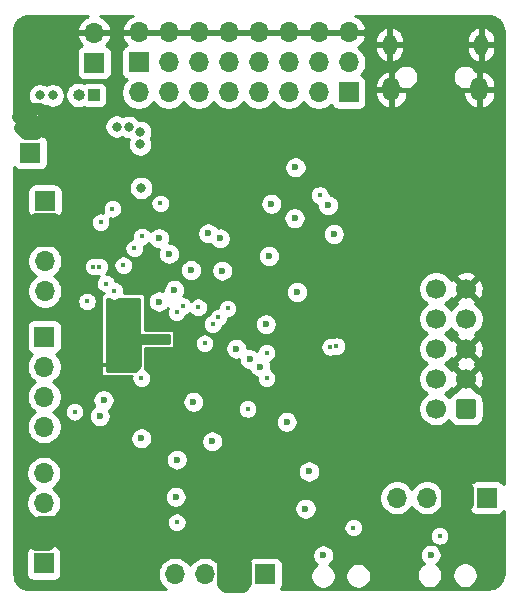
<source format=gbr>
%TF.GenerationSoftware,KiCad,Pcbnew,(5.1.9)-1*%
%TF.CreationDate,2021-10-28T19:53:02+05:30*%
%TF.ProjectId,royal_fc,726f7961-6c5f-4666-932e-6b696361645f,v1.0*%
%TF.SameCoordinates,Original*%
%TF.FileFunction,Copper,L2,Inr*%
%TF.FilePolarity,Positive*%
%FSLAX46Y46*%
G04 Gerber Fmt 4.6, Leading zero omitted, Abs format (unit mm)*
G04 Created by KiCad (PCBNEW (5.1.9)-1) date 2021-10-28 19:53:02*
%MOMM*%
%LPD*%
G01*
G04 APERTURE LIST*
%TA.AperFunction,ComponentPad*%
%ADD10O,1.150000X1.800000*%
%TD*%
%TA.AperFunction,ComponentPad*%
%ADD11O,1.450000X2.000000*%
%TD*%
%TA.AperFunction,ComponentPad*%
%ADD12O,1.000000X1.000000*%
%TD*%
%TA.AperFunction,ComponentPad*%
%ADD13R,1.000000X1.000000*%
%TD*%
%TA.AperFunction,ComponentPad*%
%ADD14R,1.700000X1.700000*%
%TD*%
%TA.AperFunction,ComponentPad*%
%ADD15O,1.700000X1.700000*%
%TD*%
%TA.AperFunction,ComponentPad*%
%ADD16C,1.700000*%
%TD*%
%TA.AperFunction,ViaPad*%
%ADD17C,0.400000*%
%TD*%
%TA.AperFunction,ViaPad*%
%ADD18C,0.600000*%
%TD*%
%TA.AperFunction,ViaPad*%
%ADD19C,0.800000*%
%TD*%
%TA.AperFunction,Conductor*%
%ADD20C,1.000000*%
%TD*%
%TA.AperFunction,Conductor*%
%ADD21C,0.254000*%
%TD*%
%TA.AperFunction,Conductor*%
%ADD22C,0.100000*%
%TD*%
G04 APERTURE END LIST*
D10*
%TO.N,GND*%
%TO.C,USB1*%
X55755000Y-104500000D03*
X63505000Y-104500000D03*
D11*
X55905000Y-108300000D03*
X63355000Y-108300000D03*
%TD*%
D12*
%TO.N,Net-(D6-Pad2)*%
%TO.C,JP1*%
X29440000Y-108770000D03*
D13*
%TO.N,Net-(J1-Pad1)*%
X30710000Y-108770000D03*
%TD*%
D14*
%TO.N,VCC*%
%TO.C,VIN1*%
X25330000Y-113650000D03*
D15*
%TO.N,GND*%
X25330000Y-111110000D03*
%TD*%
%TO.N,Net-(J2-Pad8)*%
%TO.C,8  7  6*%
X34500000Y-108560000D03*
%TO.N,Net-(J2-Pad7)*%
X37040000Y-108560000D03*
%TO.N,Net-(J2-Pad6)*%
X39580000Y-108560000D03*
%TO.N,Net-(J2-Pad5)*%
X42120000Y-108560000D03*
%TO.N,Net-(J2-Pad4)*%
X44660000Y-108560000D03*
%TO.N,Net-(J2-Pad3)*%
X47200000Y-108560000D03*
%TO.N,Net-(J2-Pad2)*%
X49740000Y-108560000D03*
D14*
%TO.N,Net-(J2-Pad1)*%
X52280000Y-108560000D03*
%TD*%
%TO.N,+3V3*%
%TO.C,GPS*%
X45210000Y-149350000D03*
D15*
%TO.N,GND*%
X42670000Y-149350000D03*
%TO.N,USART2_TX*%
X40130000Y-149350000D03*
%TO.N,USART2_RX*%
X37590000Y-149350000D03*
%TD*%
D14*
%TO.N,+3V3*%
%TO.C,I2C3*%
X63980000Y-142880000D03*
D15*
%TO.N,GND*%
X61440000Y-142880000D03*
%TO.N,I2C3_SCL*%
X58900000Y-142880000D03*
%TO.N,I2C3_SDA*%
X56360000Y-142880000D03*
%TD*%
D14*
%TO.N,Net-(J1-Pad1)*%
%TO.C,J1*%
X30730000Y-106025000D03*
D15*
%TO.N,GND*%
X30730000Y-103485000D03*
%TD*%
D14*
%TO.N,Net-(J1-Pad1)*%
%TO.C,J3*%
X34520001Y-106019999D03*
D15*
%TO.N,GND*%
X34520001Y-103479999D03*
%TO.N,Net-(J1-Pad1)*%
X37060001Y-106019999D03*
%TO.N,GND*%
X37060001Y-103479999D03*
%TO.N,Net-(J1-Pad1)*%
X39600001Y-106019999D03*
%TO.N,GND*%
X39600001Y-103479999D03*
%TO.N,Net-(J1-Pad1)*%
X42140001Y-106019999D03*
%TO.N,GND*%
X42140001Y-103479999D03*
%TO.N,Net-(J1-Pad1)*%
X44680001Y-106019999D03*
%TO.N,GND*%
X44680001Y-103479999D03*
%TO.N,Net-(J1-Pad1)*%
X47220001Y-106019999D03*
%TO.N,GND*%
X47220001Y-103479999D03*
%TO.N,Net-(J1-Pad1)*%
X49760001Y-106019999D03*
%TO.N,GND*%
X49760001Y-103479999D03*
%TO.N,Net-(J1-Pad1)*%
X52300001Y-106019999D03*
%TO.N,GND*%
X52300001Y-103479999D03*
%TD*%
D14*
%TO.N,TIM2_CH1*%
%TO.C,RC*%
X26500000Y-129240000D03*
D15*
%TO.N,TIM2_CH2*%
X26500000Y-131780000D03*
%TO.N,TIM2_CH3*%
X26500000Y-134320000D03*
%TO.N,TIM2_CH4*%
X26500000Y-136860000D03*
%TD*%
D14*
%TO.N,+3V3*%
%TO.C,SBUS*%
X26470000Y-148420000D03*
D15*
%TO.N,GND*%
X26470000Y-145880000D03*
%TO.N,UART4_TX*%
X26470000Y-143340000D03*
%TO.N,/UART4_RX_INV*%
X26470000Y-140800000D03*
%TD*%
%TO.N,+3V3*%
%TO.C,SWD1*%
%TA.AperFunction,ComponentPad*%
G36*
G01*
X63070000Y-134740000D02*
X63070000Y-135940000D01*
G75*
G02*
X62820000Y-136190000I-250000J0D01*
G01*
X61620000Y-136190000D01*
G75*
G02*
X61370000Y-135940000I0J250000D01*
G01*
X61370000Y-134740000D01*
G75*
G02*
X61620000Y-134490000I250000J0D01*
G01*
X62820000Y-134490000D01*
G75*
G02*
X63070000Y-134740000I0J-250000D01*
G01*
G37*
%TD.AperFunction*%
D16*
%TO.N,GND*%
X62220000Y-132800000D03*
X62220000Y-130260000D03*
%TO.N,N/C*%
X62220000Y-127720000D03*
%TO.N,GND*%
X62220000Y-125180000D03*
%TO.N,SWDIO*%
X59680000Y-135340000D03*
%TO.N,SWDCLK*%
X59680000Y-132800000D03*
%TO.N,N/C*%
X59680000Y-130260000D03*
X59680000Y-127720000D03*
%TO.N,NRST*%
X59680000Y-125180000D03*
%TD*%
D15*
%TO.N,USART1_RX*%
%TO.C,TELEM*%
X26570000Y-125370000D03*
%TO.N,USART1_TX*%
X26570000Y-122830000D03*
%TO.N,GND*%
X26570000Y-120290000D03*
D14*
%TO.N,+3V3*%
X26570000Y-117750000D03*
%TD*%
D17*
%TO.N,GND*%
X40380000Y-131670000D03*
D18*
X47630000Y-140300000D03*
D17*
X60030000Y-112250000D03*
X51030000Y-115350000D03*
D19*
X30090000Y-115330000D03*
X30090000Y-114430000D03*
X32430000Y-114450000D03*
X31540000Y-116300000D03*
X33430000Y-114450000D03*
D18*
X29440000Y-112580000D03*
X29440000Y-111730000D03*
X29440000Y-110930000D03*
X30140000Y-110930000D03*
X30140000Y-111730000D03*
X30140000Y-112580000D03*
X32300000Y-110150000D03*
X48330000Y-121450000D03*
X53680000Y-114550000D03*
X58330000Y-117600000D03*
X51480000Y-147750000D03*
X60630000Y-147700000D03*
X59130000Y-117650000D03*
X48930000Y-114750000D03*
X44950000Y-118810000D03*
X49330000Y-115750000D03*
X48880000Y-119350000D03*
X42480000Y-120950000D03*
X37330000Y-118920000D03*
X30630000Y-117350000D03*
D17*
X35030000Y-119150000D03*
D18*
X34030000Y-148550000D03*
X33030000Y-148550000D03*
X32230000Y-137850000D03*
X37830000Y-135350000D03*
X37830000Y-133300000D03*
X56080000Y-137200000D03*
X56080000Y-136400000D03*
X56110000Y-134040000D03*
X56120000Y-133000000D03*
X50980000Y-119250000D03*
X43030000Y-142700000D03*
X43790000Y-142700000D03*
X43780000Y-143530000D03*
X43030000Y-143500000D03*
D17*
X29800000Y-137740000D03*
X30130000Y-135600000D03*
X46840000Y-118610000D03*
X34670000Y-125290000D03*
X29980000Y-120300000D03*
X33140000Y-122110000D03*
X32620000Y-122100000D03*
X34670000Y-124790000D03*
D18*
X33590000Y-134640000D03*
X48030000Y-139150000D03*
X47990000Y-138250000D03*
X52230000Y-128050000D03*
X52230000Y-127250000D03*
X49030000Y-125350000D03*
X36280000Y-125150000D03*
X48170000Y-136640000D03*
X36480000Y-139600000D03*
X35450000Y-124450000D03*
X32680000Y-134660000D03*
D17*
X38780000Y-127500000D03*
X31880000Y-131660000D03*
X34290000Y-126260000D03*
X32280000Y-119530000D03*
X35880000Y-117000000D03*
X36530000Y-116650000D03*
X38780000Y-139650000D03*
D18*
X57480000Y-109400000D03*
D17*
X37730000Y-146000000D03*
X41555000Y-131675000D03*
X42130000Y-131675000D03*
X42730000Y-131675000D03*
X40990000Y-131675000D03*
D18*
X58230000Y-104050000D03*
X59180000Y-104075000D03*
X60180000Y-104050000D03*
X61130000Y-104050000D03*
X58205000Y-103150000D03*
X59155000Y-103150000D03*
X60130000Y-103125000D03*
X61080000Y-103100000D03*
D19*
X30405000Y-142200000D03*
X31730000Y-142200000D03*
X33130000Y-142200000D03*
X30430000Y-143500000D03*
X31730000Y-143500000D03*
X33130000Y-143500000D03*
X30430000Y-144900000D03*
X31730000Y-144900000D03*
X33130000Y-144900000D03*
X55430000Y-122300000D03*
X56630000Y-122300000D03*
X55430000Y-123500000D03*
X56630000Y-123500000D03*
X60230000Y-138600000D03*
X61830000Y-138600000D03*
X60230000Y-139900000D03*
X61830000Y-139900000D03*
X55730000Y-110600000D03*
X56830000Y-110800000D03*
X42670000Y-147220000D03*
X60930000Y-120400000D03*
X62030000Y-120400000D03*
X60930000Y-121400000D03*
X62030000Y-121400000D03*
D17*
X26330000Y-104400000D03*
X26930000Y-104400000D03*
D18*
%TO.N,+3V3*%
X50130000Y-147750000D03*
X59230000Y-147700000D03*
X41580000Y-123650000D03*
X37070000Y-122220000D03*
D17*
X50730000Y-130100000D03*
X51250000Y-130030000D03*
D18*
X50530000Y-118100000D03*
D19*
X34710000Y-116640000D03*
D17*
X34780000Y-120750000D03*
D18*
X51030000Y-120550000D03*
D17*
X29080000Y-135600000D03*
X31280000Y-119550000D03*
X33200000Y-123190000D03*
X34130000Y-121750000D03*
X32430000Y-125340000D03*
X30680000Y-123300000D03*
X31180000Y-123300000D03*
D18*
X48930000Y-140650000D03*
X31530000Y-134620000D03*
X37530000Y-125270000D03*
X37730000Y-139650000D03*
X36220000Y-126260000D03*
X47910000Y-125460000D03*
X47030000Y-136450000D03*
X41370000Y-120920000D03*
X47780000Y-114900000D03*
X45740000Y-117980000D03*
D19*
X32630000Y-111450000D03*
X33680000Y-111500000D03*
X34630000Y-112950000D03*
X34630000Y-111900000D03*
D17*
X32280000Y-118400000D03*
D18*
X37630000Y-142800000D03*
D17*
X37730000Y-144950000D03*
D19*
%TO.N,VCC*%
X26130000Y-108800000D03*
X27230000Y-108800000D03*
D18*
%TO.N,NRST*%
X34730000Y-137850000D03*
D17*
X34730000Y-132750000D03*
X45330000Y-130600000D03*
X45330000Y-132750000D03*
D18*
%TO.N,USART2_TX*%
X39130000Y-134750000D03*
%TO.N,I2C1_SDA*%
X36230000Y-120900000D03*
X40390000Y-120490000D03*
X47700000Y-119210000D03*
X45530000Y-122400000D03*
X38930000Y-123600000D03*
%TO.N,FLASH_MISO*%
X48630000Y-143800000D03*
X40730000Y-138100000D03*
D17*
%TO.N,MAGNET_INT*%
X36330000Y-117950000D03*
X39530000Y-126750000D03*
%TO.N,BOOT0*%
X59980000Y-146100000D03*
X40080000Y-129800000D03*
%TO.N,BOOT1*%
X52680000Y-145400000D03*
X43730000Y-135350000D03*
D18*
%TO.N,TIM2_CH1*%
X45270000Y-128180000D03*
%TO.N,TIM2_CH2*%
X42780000Y-130250000D03*
%TO.N,TIM2_CH3*%
X43910000Y-131150000D03*
%TO.N,TIM2_CH4*%
X44770000Y-131780000D03*
%TO.N,UART4_TX*%
X31200000Y-135960000D03*
D17*
%TO.N,USART1_RX*%
X40780000Y-128170000D03*
%TO.N,USART1_TX*%
X41260000Y-127610000D03*
%TO.N,INT_ACC*%
X30130000Y-126250000D03*
X37730000Y-127150000D03*
%TO.N,INT_GYR*%
X31730000Y-124750000D03*
X38230000Y-126650000D03*
%TO.N,BARO_INT*%
X49830000Y-117250000D03*
X42030000Y-126850000D03*
%TD*%
D20*
%TO.N,GND*%
X61440000Y-142880000D02*
X61440000Y-142710000D01*
X61440000Y-142710000D02*
X60630000Y-141900000D01*
X60630000Y-141900000D02*
X60630000Y-142500000D01*
X60630000Y-142500000D02*
X60630000Y-143900000D01*
X60630000Y-143900000D02*
X60730000Y-144000000D01*
X60730000Y-144000000D02*
X61830000Y-144000000D01*
X61830000Y-144000000D02*
X62330000Y-143500000D01*
X62330000Y-143500000D02*
X62429999Y-143400001D01*
X62429999Y-143400001D02*
X62429999Y-142099999D01*
X62429999Y-142099999D02*
X62130000Y-141800000D01*
X62130000Y-141800000D02*
X61330000Y-141800000D01*
X42670000Y-149350000D02*
X42670000Y-148540000D01*
X42670000Y-148540000D02*
X42510000Y-148700000D01*
X42510000Y-148700000D02*
X42510000Y-148480000D01*
X42510000Y-148480000D02*
X42430000Y-148400000D01*
X41930000Y-148400000D02*
X41680001Y-148649999D01*
X42430000Y-148400000D02*
X41930000Y-148400000D01*
X41680001Y-148649999D02*
X41680001Y-149400000D01*
X41680001Y-149400000D02*
X41680001Y-150149999D01*
X41680001Y-150149999D02*
X41930002Y-150400000D01*
X41930002Y-150400000D02*
X43330000Y-150400000D01*
X43330000Y-150400000D02*
X43630000Y-150100000D01*
X43630000Y-150100000D02*
X43630000Y-148700000D01*
X43630000Y-148700000D02*
X43630000Y-148500000D01*
X43630000Y-148500000D02*
X43230000Y-148100000D01*
X26470000Y-145880000D02*
X25710000Y-145880000D01*
X25710000Y-145880000D02*
X25530000Y-145700000D01*
X25530000Y-145700000D02*
X25530000Y-145000000D01*
X26470000Y-145240000D02*
X26130000Y-144900000D01*
X26470000Y-145880000D02*
X26470000Y-145240000D01*
X26230000Y-144900000D02*
X26239999Y-144890001D01*
X26130000Y-144900000D02*
X26230000Y-144900000D01*
X26239999Y-144890001D02*
X27220001Y-144890001D01*
X27220001Y-144890001D02*
X27430000Y-145100000D01*
X27430000Y-145100000D02*
X27430000Y-145800000D01*
X27430000Y-145800000D02*
X27430000Y-146500000D01*
X27230000Y-146500000D02*
X26860001Y-146869999D01*
X27430000Y-146500000D02*
X27230000Y-146500000D01*
X26860001Y-146869999D02*
X25830000Y-146869999D01*
X25830000Y-146869999D02*
X25830000Y-146800000D01*
X25830000Y-146800000D02*
X25230000Y-146200000D01*
X26570000Y-120290000D02*
X26020000Y-120290000D01*
X26020000Y-120290000D02*
X25630000Y-119900000D01*
X25630000Y-119500000D02*
X25829999Y-119300001D01*
X25630000Y-119900000D02*
X25630000Y-119500000D01*
X25829999Y-119300001D02*
X26430000Y-119300001D01*
X26570000Y-119360000D02*
X26629999Y-119300001D01*
X26570000Y-120290000D02*
X26570000Y-119360000D01*
X26629999Y-119300001D02*
X27330001Y-119300001D01*
X27330001Y-119300001D02*
X27630000Y-119600000D01*
X27630000Y-119600000D02*
X27630000Y-120700000D01*
X27630000Y-120700000D02*
X27230000Y-121100000D01*
X27230000Y-121100000D02*
X25630000Y-121100000D01*
X25630000Y-121100000D02*
X25630000Y-120700000D01*
X25130000Y-110000000D02*
X26130000Y-110000000D01*
X24930000Y-112100000D02*
X24430000Y-111600000D01*
X25030000Y-109900000D02*
X25130000Y-110000000D01*
X26530000Y-111400000D02*
X25830000Y-112100000D01*
X26530000Y-110400000D02*
X26530000Y-111300000D01*
X25830000Y-112100000D02*
X24930000Y-112100000D01*
X24330000Y-110600000D02*
X25030000Y-109900000D01*
X24840000Y-111110000D02*
X24330000Y-110600000D01*
X26130000Y-110000000D02*
X26530000Y-110400000D01*
X26530000Y-111300000D02*
X26530000Y-111400000D01*
X25330000Y-111110000D02*
X24840000Y-111110000D01*
%TD*%
D21*
%TO.N,GND*%
X30098748Y-102140843D02*
X29848645Y-102289822D01*
X29632412Y-102484731D01*
X29458359Y-102718080D01*
X29333175Y-102980901D01*
X29288524Y-103128110D01*
X29409845Y-103358000D01*
X30603000Y-103358000D01*
X30603000Y-103338000D01*
X30857000Y-103338000D01*
X30857000Y-103358000D01*
X32050155Y-103358000D01*
X32171476Y-103128110D01*
X32126825Y-102980901D01*
X32001641Y-102718080D01*
X31827588Y-102484731D01*
X31611355Y-102289822D01*
X31361252Y-102140843D01*
X31203828Y-102085000D01*
X34012068Y-102085000D01*
X33753081Y-102208358D01*
X33519732Y-102382411D01*
X33324823Y-102598644D01*
X33175844Y-102848747D01*
X33078520Y-103123108D01*
X33199187Y-103352999D01*
X34393001Y-103352999D01*
X34393001Y-103332999D01*
X34647001Y-103332999D01*
X34647001Y-103352999D01*
X36933001Y-103352999D01*
X36933001Y-103332999D01*
X37187001Y-103332999D01*
X37187001Y-103352999D01*
X39473001Y-103352999D01*
X39473001Y-103332999D01*
X39727001Y-103332999D01*
X39727001Y-103352999D01*
X42013001Y-103352999D01*
X42013001Y-103332999D01*
X42267001Y-103332999D01*
X42267001Y-103352999D01*
X44553001Y-103352999D01*
X44553001Y-103332999D01*
X44807001Y-103332999D01*
X44807001Y-103352999D01*
X47093001Y-103352999D01*
X47093001Y-103332999D01*
X47347001Y-103332999D01*
X47347001Y-103352999D01*
X49633001Y-103352999D01*
X49633001Y-103332999D01*
X49887001Y-103332999D01*
X49887001Y-103352999D01*
X52173001Y-103352999D01*
X52173001Y-103332999D01*
X52427001Y-103332999D01*
X52427001Y-103352999D01*
X53620815Y-103352999D01*
X53741482Y-103123108D01*
X53644158Y-102848747D01*
X53495179Y-102598644D01*
X53300270Y-102382411D01*
X53066921Y-102208358D01*
X52807934Y-102085000D01*
X64094053Y-102085000D01*
X64375021Y-102112549D01*
X64610712Y-102183708D01*
X64828089Y-102299291D01*
X65018879Y-102454895D01*
X65175811Y-102644593D01*
X65292906Y-102861157D01*
X65365709Y-103096344D01*
X65395000Y-103375028D01*
X65395001Y-141739982D01*
X65360537Y-141675506D01*
X65281185Y-141578815D01*
X65184494Y-141499463D01*
X65074180Y-141440498D01*
X64954482Y-141404188D01*
X64830000Y-141391928D01*
X63130000Y-141391928D01*
X63005518Y-141404188D01*
X62885820Y-141440498D01*
X62775506Y-141499463D01*
X62678815Y-141578815D01*
X62599463Y-141675506D01*
X62540498Y-141785820D01*
X62516034Y-141866466D01*
X62440269Y-141782412D01*
X62206920Y-141608359D01*
X61944099Y-141483175D01*
X61796890Y-141438524D01*
X61567000Y-141559845D01*
X61567000Y-142753000D01*
X61587000Y-142753000D01*
X61587000Y-143007000D01*
X61567000Y-143007000D01*
X61567000Y-144200155D01*
X61796890Y-144321476D01*
X61944099Y-144276825D01*
X62206920Y-144151641D01*
X62440269Y-143977588D01*
X62516034Y-143893534D01*
X62540498Y-143974180D01*
X62599463Y-144084494D01*
X62678815Y-144181185D01*
X62775506Y-144260537D01*
X62885820Y-144319502D01*
X63005518Y-144355812D01*
X63130000Y-144368072D01*
X64830000Y-144368072D01*
X64954482Y-144355812D01*
X65074180Y-144319502D01*
X65184494Y-144260537D01*
X65281185Y-144181185D01*
X65360537Y-144084494D01*
X65395001Y-144020018D01*
X65395001Y-149284043D01*
X65367451Y-149565021D01*
X65296291Y-149800712D01*
X65180711Y-150018088D01*
X65025104Y-150208879D01*
X64835408Y-150365811D01*
X64618843Y-150482906D01*
X64383656Y-150555709D01*
X64104783Y-150585020D01*
X46554377Y-150598555D01*
X46590537Y-150554494D01*
X46649502Y-150444180D01*
X46685812Y-150324482D01*
X46698072Y-150200000D01*
X46698072Y-149373137D01*
X49015000Y-149373137D01*
X49015000Y-149586863D01*
X49056696Y-149796483D01*
X49138485Y-149993940D01*
X49257225Y-150171647D01*
X49408353Y-150322775D01*
X49586060Y-150441515D01*
X49783517Y-150523304D01*
X49993137Y-150565000D01*
X50206863Y-150565000D01*
X50416483Y-150523304D01*
X50613940Y-150441515D01*
X50791647Y-150322775D01*
X50942775Y-150171647D01*
X51061515Y-149993940D01*
X51143304Y-149796483D01*
X51185000Y-149586863D01*
X51185000Y-149373137D01*
X52015000Y-149373137D01*
X52015000Y-149586863D01*
X52056696Y-149796483D01*
X52138485Y-149993940D01*
X52257225Y-150171647D01*
X52408353Y-150322775D01*
X52586060Y-150441515D01*
X52783517Y-150523304D01*
X52993137Y-150565000D01*
X53206863Y-150565000D01*
X53416483Y-150523304D01*
X53613940Y-150441515D01*
X53791647Y-150322775D01*
X53942775Y-150171647D01*
X54061515Y-149993940D01*
X54143304Y-149796483D01*
X54185000Y-149586863D01*
X54185000Y-149373137D01*
X54176049Y-149328137D01*
X58040000Y-149328137D01*
X58040000Y-149541863D01*
X58081696Y-149751483D01*
X58163485Y-149948940D01*
X58282225Y-150126647D01*
X58433353Y-150277775D01*
X58611060Y-150396515D01*
X58808517Y-150478304D01*
X59018137Y-150520000D01*
X59231863Y-150520000D01*
X59441483Y-150478304D01*
X59638940Y-150396515D01*
X59816647Y-150277775D01*
X59967775Y-150126647D01*
X60086515Y-149948940D01*
X60168304Y-149751483D01*
X60210000Y-149541863D01*
X60210000Y-149328137D01*
X61040000Y-149328137D01*
X61040000Y-149541863D01*
X61081696Y-149751483D01*
X61163485Y-149948940D01*
X61282225Y-150126647D01*
X61433353Y-150277775D01*
X61611060Y-150396515D01*
X61808517Y-150478304D01*
X62018137Y-150520000D01*
X62231863Y-150520000D01*
X62441483Y-150478304D01*
X62638940Y-150396515D01*
X62816647Y-150277775D01*
X62967775Y-150126647D01*
X63086515Y-149948940D01*
X63168304Y-149751483D01*
X63210000Y-149541863D01*
X63210000Y-149328137D01*
X63168304Y-149118517D01*
X63086515Y-148921060D01*
X62967775Y-148743353D01*
X62816647Y-148592225D01*
X62638940Y-148473485D01*
X62441483Y-148391696D01*
X62231863Y-148350000D01*
X62018137Y-148350000D01*
X61808517Y-148391696D01*
X61611060Y-148473485D01*
X61433353Y-148592225D01*
X61282225Y-148743353D01*
X61163485Y-148921060D01*
X61081696Y-149118517D01*
X61040000Y-149328137D01*
X60210000Y-149328137D01*
X60168304Y-149118517D01*
X60086515Y-148921060D01*
X59967775Y-148743353D01*
X59816647Y-148592225D01*
X59697147Y-148512378D01*
X59826028Y-148426262D01*
X59956262Y-148296028D01*
X60058586Y-148142889D01*
X60129068Y-147972729D01*
X60165000Y-147792089D01*
X60165000Y-147607911D01*
X60129068Y-147427271D01*
X60058586Y-147257111D01*
X59956262Y-147103972D01*
X59826028Y-146973738D01*
X59693260Y-146885025D01*
X59736440Y-146902911D01*
X59897760Y-146935000D01*
X60062240Y-146935000D01*
X60223560Y-146902911D01*
X60375521Y-146839967D01*
X60512281Y-146748587D01*
X60628587Y-146632281D01*
X60719967Y-146495521D01*
X60782911Y-146343560D01*
X60815000Y-146182240D01*
X60815000Y-146017760D01*
X60782911Y-145856440D01*
X60719967Y-145704479D01*
X60628587Y-145567719D01*
X60512281Y-145451413D01*
X60375521Y-145360033D01*
X60223560Y-145297089D01*
X60062240Y-145265000D01*
X59897760Y-145265000D01*
X59736440Y-145297089D01*
X59584479Y-145360033D01*
X59447719Y-145451413D01*
X59331413Y-145567719D01*
X59240033Y-145704479D01*
X59177089Y-145856440D01*
X59145000Y-146017760D01*
X59145000Y-146182240D01*
X59177089Y-146343560D01*
X59240033Y-146495521D01*
X59331413Y-146632281D01*
X59447719Y-146748587D01*
X59564109Y-146826356D01*
X59502729Y-146800932D01*
X59322089Y-146765000D01*
X59137911Y-146765000D01*
X58957271Y-146800932D01*
X58787111Y-146871414D01*
X58633972Y-146973738D01*
X58503738Y-147103972D01*
X58401414Y-147257111D01*
X58330932Y-147427271D01*
X58295000Y-147607911D01*
X58295000Y-147792089D01*
X58330932Y-147972729D01*
X58401414Y-148142889D01*
X58503738Y-148296028D01*
X58633972Y-148426262D01*
X58668832Y-148449555D01*
X58611060Y-148473485D01*
X58433353Y-148592225D01*
X58282225Y-148743353D01*
X58163485Y-148921060D01*
X58081696Y-149118517D01*
X58040000Y-149328137D01*
X54176049Y-149328137D01*
X54143304Y-149163517D01*
X54061515Y-148966060D01*
X53942775Y-148788353D01*
X53791647Y-148637225D01*
X53613940Y-148518485D01*
X53416483Y-148436696D01*
X53206863Y-148395000D01*
X52993137Y-148395000D01*
X52783517Y-148436696D01*
X52586060Y-148518485D01*
X52408353Y-148637225D01*
X52257225Y-148788353D01*
X52138485Y-148966060D01*
X52056696Y-149163517D01*
X52015000Y-149373137D01*
X51185000Y-149373137D01*
X51143304Y-149163517D01*
X51061515Y-148966060D01*
X50942775Y-148788353D01*
X50791647Y-148637225D01*
X50638388Y-148534821D01*
X50726028Y-148476262D01*
X50856262Y-148346028D01*
X50958586Y-148192889D01*
X51029068Y-148022729D01*
X51065000Y-147842089D01*
X51065000Y-147657911D01*
X51029068Y-147477271D01*
X50958586Y-147307111D01*
X50856262Y-147153972D01*
X50726028Y-147023738D01*
X50572889Y-146921414D01*
X50402729Y-146850932D01*
X50222089Y-146815000D01*
X50037911Y-146815000D01*
X49857271Y-146850932D01*
X49687111Y-146921414D01*
X49533972Y-147023738D01*
X49403738Y-147153972D01*
X49301414Y-147307111D01*
X49230932Y-147477271D01*
X49195000Y-147657911D01*
X49195000Y-147842089D01*
X49230932Y-148022729D01*
X49301414Y-148192889D01*
X49403738Y-148346028D01*
X49533972Y-148476262D01*
X49592914Y-148515646D01*
X49586060Y-148518485D01*
X49408353Y-148637225D01*
X49257225Y-148788353D01*
X49138485Y-148966060D01*
X49056696Y-149163517D01*
X49015000Y-149373137D01*
X46698072Y-149373137D01*
X46698072Y-148500000D01*
X46685812Y-148375518D01*
X46649502Y-148255820D01*
X46590537Y-148145506D01*
X46511185Y-148048815D01*
X46414494Y-147969463D01*
X46304180Y-147910498D01*
X46184482Y-147874188D01*
X46060000Y-147861928D01*
X44360000Y-147861928D01*
X44235518Y-147874188D01*
X44115820Y-147910498D01*
X44005506Y-147969463D01*
X43908815Y-148048815D01*
X43829463Y-148145506D01*
X43770498Y-148255820D01*
X43746034Y-148336466D01*
X43670269Y-148252412D01*
X43436920Y-148078359D01*
X43174099Y-147953175D01*
X43026890Y-147908524D01*
X42797000Y-148029845D01*
X42797000Y-149223000D01*
X42817000Y-149223000D01*
X42817000Y-149477000D01*
X42797000Y-149477000D01*
X42797000Y-149497000D01*
X42543000Y-149497000D01*
X42543000Y-149477000D01*
X42523000Y-149477000D01*
X42523000Y-149223000D01*
X42543000Y-149223000D01*
X42543000Y-148029845D01*
X42313110Y-147908524D01*
X42165901Y-147953175D01*
X41903080Y-148078359D01*
X41669731Y-148252412D01*
X41474822Y-148468645D01*
X41405195Y-148585534D01*
X41283475Y-148403368D01*
X41076632Y-148196525D01*
X40833411Y-148034010D01*
X40563158Y-147922068D01*
X40276260Y-147865000D01*
X39983740Y-147865000D01*
X39696842Y-147922068D01*
X39426589Y-148034010D01*
X39183368Y-148196525D01*
X38976525Y-148403368D01*
X38860000Y-148577760D01*
X38743475Y-148403368D01*
X38536632Y-148196525D01*
X38293411Y-148034010D01*
X38023158Y-147922068D01*
X37736260Y-147865000D01*
X37443740Y-147865000D01*
X37156842Y-147922068D01*
X36886589Y-148034010D01*
X36643368Y-148196525D01*
X36436525Y-148403368D01*
X36274010Y-148646589D01*
X36162068Y-148916842D01*
X36105000Y-149203740D01*
X36105000Y-149496260D01*
X36162068Y-149783158D01*
X36274010Y-150053411D01*
X36436525Y-150296632D01*
X36643368Y-150503475D01*
X36796927Y-150606080D01*
X25265674Y-150614973D01*
X24984979Y-150587451D01*
X24749288Y-150516291D01*
X24531912Y-150400711D01*
X24341121Y-150245104D01*
X24184189Y-150055408D01*
X24067094Y-149838843D01*
X23994291Y-149603656D01*
X23964983Y-149324814D01*
X23963839Y-147570000D01*
X24981928Y-147570000D01*
X24981928Y-149270000D01*
X24994188Y-149394482D01*
X25030498Y-149514180D01*
X25089463Y-149624494D01*
X25168815Y-149721185D01*
X25265506Y-149800537D01*
X25375820Y-149859502D01*
X25495518Y-149895812D01*
X25620000Y-149908072D01*
X27320000Y-149908072D01*
X27444482Y-149895812D01*
X27564180Y-149859502D01*
X27674494Y-149800537D01*
X27771185Y-149721185D01*
X27850537Y-149624494D01*
X27909502Y-149514180D01*
X27945812Y-149394482D01*
X27958072Y-149270000D01*
X27958072Y-147570000D01*
X27945812Y-147445518D01*
X27909502Y-147325820D01*
X27850537Y-147215506D01*
X27771185Y-147118815D01*
X27674494Y-147039463D01*
X27564180Y-146980498D01*
X27483534Y-146956034D01*
X27567588Y-146880269D01*
X27741641Y-146646920D01*
X27866825Y-146384099D01*
X27911476Y-146236890D01*
X27790155Y-146007000D01*
X26597000Y-146007000D01*
X26597000Y-146027000D01*
X26343000Y-146027000D01*
X26343000Y-146007000D01*
X25149845Y-146007000D01*
X25028524Y-146236890D01*
X25073175Y-146384099D01*
X25198359Y-146646920D01*
X25372412Y-146880269D01*
X25456466Y-146956034D01*
X25375820Y-146980498D01*
X25265506Y-147039463D01*
X25168815Y-147118815D01*
X25089463Y-147215506D01*
X25030498Y-147325820D01*
X24994188Y-147445518D01*
X24981928Y-147570000D01*
X23963839Y-147570000D01*
X23959329Y-140653740D01*
X24985000Y-140653740D01*
X24985000Y-140946260D01*
X25042068Y-141233158D01*
X25154010Y-141503411D01*
X25316525Y-141746632D01*
X25523368Y-141953475D01*
X25697760Y-142070000D01*
X25523368Y-142186525D01*
X25316525Y-142393368D01*
X25154010Y-142636589D01*
X25042068Y-142906842D01*
X24985000Y-143193740D01*
X24985000Y-143486260D01*
X25042068Y-143773158D01*
X25154010Y-144043411D01*
X25316525Y-144286632D01*
X25523368Y-144493475D01*
X25705534Y-144615195D01*
X25588645Y-144684822D01*
X25372412Y-144879731D01*
X25198359Y-145113080D01*
X25073175Y-145375901D01*
X25028524Y-145523110D01*
X25149845Y-145753000D01*
X26343000Y-145753000D01*
X26343000Y-145733000D01*
X26597000Y-145733000D01*
X26597000Y-145753000D01*
X27790155Y-145753000D01*
X27911476Y-145523110D01*
X27866825Y-145375901D01*
X27741641Y-145113080D01*
X27567588Y-144879731D01*
X27554308Y-144867760D01*
X36895000Y-144867760D01*
X36895000Y-145032240D01*
X36927089Y-145193560D01*
X36990033Y-145345521D01*
X37081413Y-145482281D01*
X37197719Y-145598587D01*
X37334479Y-145689967D01*
X37486440Y-145752911D01*
X37647760Y-145785000D01*
X37812240Y-145785000D01*
X37973560Y-145752911D01*
X38125521Y-145689967D01*
X38262281Y-145598587D01*
X38378587Y-145482281D01*
X38469967Y-145345521D01*
X38481465Y-145317760D01*
X51845000Y-145317760D01*
X51845000Y-145482240D01*
X51877089Y-145643560D01*
X51940033Y-145795521D01*
X52031413Y-145932281D01*
X52147719Y-146048587D01*
X52284479Y-146139967D01*
X52436440Y-146202911D01*
X52597760Y-146235000D01*
X52762240Y-146235000D01*
X52923560Y-146202911D01*
X53075521Y-146139967D01*
X53212281Y-146048587D01*
X53328587Y-145932281D01*
X53419967Y-145795521D01*
X53482911Y-145643560D01*
X53515000Y-145482240D01*
X53515000Y-145317760D01*
X53482911Y-145156440D01*
X53419967Y-145004479D01*
X53328587Y-144867719D01*
X53212281Y-144751413D01*
X53075521Y-144660033D01*
X52923560Y-144597089D01*
X52762240Y-144565000D01*
X52597760Y-144565000D01*
X52436440Y-144597089D01*
X52284479Y-144660033D01*
X52147719Y-144751413D01*
X52031413Y-144867719D01*
X51940033Y-145004479D01*
X51877089Y-145156440D01*
X51845000Y-145317760D01*
X38481465Y-145317760D01*
X38532911Y-145193560D01*
X38565000Y-145032240D01*
X38565000Y-144867760D01*
X38532911Y-144706440D01*
X38469967Y-144554479D01*
X38378587Y-144417719D01*
X38262281Y-144301413D01*
X38125521Y-144210033D01*
X37973560Y-144147089D01*
X37812240Y-144115000D01*
X37647760Y-144115000D01*
X37486440Y-144147089D01*
X37334479Y-144210033D01*
X37197719Y-144301413D01*
X37081413Y-144417719D01*
X36990033Y-144554479D01*
X36927089Y-144706440D01*
X36895000Y-144867760D01*
X27554308Y-144867760D01*
X27351355Y-144684822D01*
X27234466Y-144615195D01*
X27416632Y-144493475D01*
X27623475Y-144286632D01*
X27785990Y-144043411D01*
X27897932Y-143773158D01*
X27955000Y-143486260D01*
X27955000Y-143193740D01*
X27897932Y-142906842D01*
X27815533Y-142707911D01*
X36695000Y-142707911D01*
X36695000Y-142892089D01*
X36730932Y-143072729D01*
X36801414Y-143242889D01*
X36903738Y-143396028D01*
X37033972Y-143526262D01*
X37187111Y-143628586D01*
X37357271Y-143699068D01*
X37537911Y-143735000D01*
X37722089Y-143735000D01*
X37858272Y-143707911D01*
X47695000Y-143707911D01*
X47695000Y-143892089D01*
X47730932Y-144072729D01*
X47801414Y-144242889D01*
X47903738Y-144396028D01*
X48033972Y-144526262D01*
X48187111Y-144628586D01*
X48357271Y-144699068D01*
X48537911Y-144735000D01*
X48722089Y-144735000D01*
X48902729Y-144699068D01*
X49072889Y-144628586D01*
X49226028Y-144526262D01*
X49356262Y-144396028D01*
X49458586Y-144242889D01*
X49529068Y-144072729D01*
X49565000Y-143892089D01*
X49565000Y-143707911D01*
X49529068Y-143527271D01*
X49458586Y-143357111D01*
X49356262Y-143203972D01*
X49226028Y-143073738D01*
X49072889Y-142971414D01*
X48902729Y-142900932D01*
X48722089Y-142865000D01*
X48537911Y-142865000D01*
X48357271Y-142900932D01*
X48187111Y-142971414D01*
X48033972Y-143073738D01*
X47903738Y-143203972D01*
X47801414Y-143357111D01*
X47730932Y-143527271D01*
X47695000Y-143707911D01*
X37858272Y-143707911D01*
X37902729Y-143699068D01*
X38072889Y-143628586D01*
X38226028Y-143526262D01*
X38356262Y-143396028D01*
X38458586Y-143242889D01*
X38529068Y-143072729D01*
X38565000Y-142892089D01*
X38565000Y-142733740D01*
X54875000Y-142733740D01*
X54875000Y-143026260D01*
X54932068Y-143313158D01*
X55044010Y-143583411D01*
X55206525Y-143826632D01*
X55413368Y-144033475D01*
X55656589Y-144195990D01*
X55926842Y-144307932D01*
X56213740Y-144365000D01*
X56506260Y-144365000D01*
X56793158Y-144307932D01*
X57063411Y-144195990D01*
X57306632Y-144033475D01*
X57513475Y-143826632D01*
X57630000Y-143652240D01*
X57746525Y-143826632D01*
X57953368Y-144033475D01*
X58196589Y-144195990D01*
X58466842Y-144307932D01*
X58753740Y-144365000D01*
X59046260Y-144365000D01*
X59333158Y-144307932D01*
X59603411Y-144195990D01*
X59846632Y-144033475D01*
X60053475Y-143826632D01*
X60175195Y-143644466D01*
X60244822Y-143761355D01*
X60439731Y-143977588D01*
X60673080Y-144151641D01*
X60935901Y-144276825D01*
X61083110Y-144321476D01*
X61313000Y-144200155D01*
X61313000Y-143007000D01*
X61293000Y-143007000D01*
X61293000Y-142753000D01*
X61313000Y-142753000D01*
X61313000Y-141559845D01*
X61083110Y-141438524D01*
X60935901Y-141483175D01*
X60673080Y-141608359D01*
X60439731Y-141782412D01*
X60244822Y-141998645D01*
X60175195Y-142115534D01*
X60053475Y-141933368D01*
X59846632Y-141726525D01*
X59603411Y-141564010D01*
X59333158Y-141452068D01*
X59046260Y-141395000D01*
X58753740Y-141395000D01*
X58466842Y-141452068D01*
X58196589Y-141564010D01*
X57953368Y-141726525D01*
X57746525Y-141933368D01*
X57630000Y-142107760D01*
X57513475Y-141933368D01*
X57306632Y-141726525D01*
X57063411Y-141564010D01*
X56793158Y-141452068D01*
X56506260Y-141395000D01*
X56213740Y-141395000D01*
X55926842Y-141452068D01*
X55656589Y-141564010D01*
X55413368Y-141726525D01*
X55206525Y-141933368D01*
X55044010Y-142176589D01*
X54932068Y-142446842D01*
X54875000Y-142733740D01*
X38565000Y-142733740D01*
X38565000Y-142707911D01*
X38529068Y-142527271D01*
X38458586Y-142357111D01*
X38356262Y-142203972D01*
X38226028Y-142073738D01*
X38072889Y-141971414D01*
X37902729Y-141900932D01*
X37722089Y-141865000D01*
X37537911Y-141865000D01*
X37357271Y-141900932D01*
X37187111Y-141971414D01*
X37033972Y-142073738D01*
X36903738Y-142203972D01*
X36801414Y-142357111D01*
X36730932Y-142527271D01*
X36695000Y-142707911D01*
X27815533Y-142707911D01*
X27785990Y-142636589D01*
X27623475Y-142393368D01*
X27416632Y-142186525D01*
X27242240Y-142070000D01*
X27416632Y-141953475D01*
X27623475Y-141746632D01*
X27785990Y-141503411D01*
X27897932Y-141233158D01*
X27955000Y-140946260D01*
X27955000Y-140653740D01*
X27897932Y-140366842D01*
X27785990Y-140096589D01*
X27623475Y-139853368D01*
X27416632Y-139646525D01*
X27284012Y-139557911D01*
X36795000Y-139557911D01*
X36795000Y-139742089D01*
X36830932Y-139922729D01*
X36901414Y-140092889D01*
X37003738Y-140246028D01*
X37133972Y-140376262D01*
X37287111Y-140478586D01*
X37457271Y-140549068D01*
X37637911Y-140585000D01*
X37822089Y-140585000D01*
X37958272Y-140557911D01*
X47995000Y-140557911D01*
X47995000Y-140742089D01*
X48030932Y-140922729D01*
X48101414Y-141092889D01*
X48203738Y-141246028D01*
X48333972Y-141376262D01*
X48487111Y-141478586D01*
X48657271Y-141549068D01*
X48837911Y-141585000D01*
X49022089Y-141585000D01*
X49202729Y-141549068D01*
X49372889Y-141478586D01*
X49526028Y-141376262D01*
X49656262Y-141246028D01*
X49758586Y-141092889D01*
X49829068Y-140922729D01*
X49865000Y-140742089D01*
X49865000Y-140557911D01*
X49829068Y-140377271D01*
X49758586Y-140207111D01*
X49656262Y-140053972D01*
X49526028Y-139923738D01*
X49372889Y-139821414D01*
X49202729Y-139750932D01*
X49022089Y-139715000D01*
X48837911Y-139715000D01*
X48657271Y-139750932D01*
X48487111Y-139821414D01*
X48333972Y-139923738D01*
X48203738Y-140053972D01*
X48101414Y-140207111D01*
X48030932Y-140377271D01*
X47995000Y-140557911D01*
X37958272Y-140557911D01*
X38002729Y-140549068D01*
X38172889Y-140478586D01*
X38326028Y-140376262D01*
X38456262Y-140246028D01*
X38558586Y-140092889D01*
X38629068Y-139922729D01*
X38665000Y-139742089D01*
X38665000Y-139557911D01*
X38629068Y-139377271D01*
X38558586Y-139207111D01*
X38456262Y-139053972D01*
X38326028Y-138923738D01*
X38172889Y-138821414D01*
X38002729Y-138750932D01*
X37822089Y-138715000D01*
X37637911Y-138715000D01*
X37457271Y-138750932D01*
X37287111Y-138821414D01*
X37133972Y-138923738D01*
X37003738Y-139053972D01*
X36901414Y-139207111D01*
X36830932Y-139377271D01*
X36795000Y-139557911D01*
X27284012Y-139557911D01*
X27173411Y-139484010D01*
X26903158Y-139372068D01*
X26616260Y-139315000D01*
X26323740Y-139315000D01*
X26036842Y-139372068D01*
X25766589Y-139484010D01*
X25523368Y-139646525D01*
X25316525Y-139853368D01*
X25154010Y-140096589D01*
X25042068Y-140366842D01*
X24985000Y-140653740D01*
X23959329Y-140653740D01*
X23951331Y-128390000D01*
X25011928Y-128390000D01*
X25011928Y-130090000D01*
X25024188Y-130214482D01*
X25060498Y-130334180D01*
X25119463Y-130444494D01*
X25198815Y-130541185D01*
X25295506Y-130620537D01*
X25405820Y-130679502D01*
X25478380Y-130701513D01*
X25346525Y-130833368D01*
X25184010Y-131076589D01*
X25072068Y-131346842D01*
X25015000Y-131633740D01*
X25015000Y-131926260D01*
X25072068Y-132213158D01*
X25184010Y-132483411D01*
X25346525Y-132726632D01*
X25553368Y-132933475D01*
X25727760Y-133050000D01*
X25553368Y-133166525D01*
X25346525Y-133373368D01*
X25184010Y-133616589D01*
X25072068Y-133886842D01*
X25015000Y-134173740D01*
X25015000Y-134466260D01*
X25072068Y-134753158D01*
X25184010Y-135023411D01*
X25346525Y-135266632D01*
X25553368Y-135473475D01*
X25727760Y-135590000D01*
X25553368Y-135706525D01*
X25346525Y-135913368D01*
X25184010Y-136156589D01*
X25072068Y-136426842D01*
X25015000Y-136713740D01*
X25015000Y-137006260D01*
X25072068Y-137293158D01*
X25184010Y-137563411D01*
X25346525Y-137806632D01*
X25553368Y-138013475D01*
X25796589Y-138175990D01*
X26066842Y-138287932D01*
X26353740Y-138345000D01*
X26646260Y-138345000D01*
X26933158Y-138287932D01*
X27203411Y-138175990D01*
X27446632Y-138013475D01*
X27653475Y-137806632D01*
X27686029Y-137757911D01*
X33795000Y-137757911D01*
X33795000Y-137942089D01*
X33830932Y-138122729D01*
X33901414Y-138292889D01*
X34003738Y-138446028D01*
X34133972Y-138576262D01*
X34287111Y-138678586D01*
X34457271Y-138749068D01*
X34637911Y-138785000D01*
X34822089Y-138785000D01*
X35002729Y-138749068D01*
X35172889Y-138678586D01*
X35326028Y-138576262D01*
X35456262Y-138446028D01*
X35558586Y-138292889D01*
X35629068Y-138122729D01*
X35651907Y-138007911D01*
X39795000Y-138007911D01*
X39795000Y-138192089D01*
X39830932Y-138372729D01*
X39901414Y-138542889D01*
X40003738Y-138696028D01*
X40133972Y-138826262D01*
X40287111Y-138928586D01*
X40457271Y-138999068D01*
X40637911Y-139035000D01*
X40822089Y-139035000D01*
X41002729Y-138999068D01*
X41172889Y-138928586D01*
X41326028Y-138826262D01*
X41456262Y-138696028D01*
X41558586Y-138542889D01*
X41629068Y-138372729D01*
X41665000Y-138192089D01*
X41665000Y-138007911D01*
X41629068Y-137827271D01*
X41558586Y-137657111D01*
X41456262Y-137503972D01*
X41326028Y-137373738D01*
X41172889Y-137271414D01*
X41002729Y-137200932D01*
X40822089Y-137165000D01*
X40637911Y-137165000D01*
X40457271Y-137200932D01*
X40287111Y-137271414D01*
X40133972Y-137373738D01*
X40003738Y-137503972D01*
X39901414Y-137657111D01*
X39830932Y-137827271D01*
X39795000Y-138007911D01*
X35651907Y-138007911D01*
X35665000Y-137942089D01*
X35665000Y-137757911D01*
X35629068Y-137577271D01*
X35558586Y-137407111D01*
X35456262Y-137253972D01*
X35326028Y-137123738D01*
X35172889Y-137021414D01*
X35002729Y-136950932D01*
X34822089Y-136915000D01*
X34637911Y-136915000D01*
X34457271Y-136950932D01*
X34287111Y-137021414D01*
X34133972Y-137123738D01*
X34003738Y-137253972D01*
X33901414Y-137407111D01*
X33830932Y-137577271D01*
X33795000Y-137757911D01*
X27686029Y-137757911D01*
X27815990Y-137563411D01*
X27927932Y-137293158D01*
X27985000Y-137006260D01*
X27985000Y-136713740D01*
X27927932Y-136426842D01*
X27815990Y-136156589D01*
X27653475Y-135913368D01*
X27446632Y-135706525D01*
X27272240Y-135590000D01*
X27380354Y-135517760D01*
X28245000Y-135517760D01*
X28245000Y-135682240D01*
X28277089Y-135843560D01*
X28340033Y-135995521D01*
X28431413Y-136132281D01*
X28547719Y-136248587D01*
X28684479Y-136339967D01*
X28836440Y-136402911D01*
X28997760Y-136435000D01*
X29162240Y-136435000D01*
X29323560Y-136402911D01*
X29475521Y-136339967D01*
X29612281Y-136248587D01*
X29728587Y-136132281D01*
X29819967Y-135995521D01*
X29872824Y-135867911D01*
X30265000Y-135867911D01*
X30265000Y-136052089D01*
X30300932Y-136232729D01*
X30371414Y-136402889D01*
X30473738Y-136556028D01*
X30603972Y-136686262D01*
X30757111Y-136788586D01*
X30927271Y-136859068D01*
X31107911Y-136895000D01*
X31292089Y-136895000D01*
X31472729Y-136859068D01*
X31642889Y-136788586D01*
X31796028Y-136686262D01*
X31926262Y-136556028D01*
X32028586Y-136402889D01*
X32047216Y-136357911D01*
X46095000Y-136357911D01*
X46095000Y-136542089D01*
X46130932Y-136722729D01*
X46201414Y-136892889D01*
X46303738Y-137046028D01*
X46433972Y-137176262D01*
X46587111Y-137278586D01*
X46757271Y-137349068D01*
X46937911Y-137385000D01*
X47122089Y-137385000D01*
X47302729Y-137349068D01*
X47472889Y-137278586D01*
X47626028Y-137176262D01*
X47756262Y-137046028D01*
X47858586Y-136892889D01*
X47929068Y-136722729D01*
X47965000Y-136542089D01*
X47965000Y-136357911D01*
X47929068Y-136177271D01*
X47858586Y-136007111D01*
X47756262Y-135853972D01*
X47626028Y-135723738D01*
X47472889Y-135621414D01*
X47302729Y-135550932D01*
X47122089Y-135515000D01*
X46937911Y-135515000D01*
X46757271Y-135550932D01*
X46587111Y-135621414D01*
X46433972Y-135723738D01*
X46303738Y-135853972D01*
X46201414Y-136007111D01*
X46130932Y-136177271D01*
X46095000Y-136357911D01*
X32047216Y-136357911D01*
X32099068Y-136232729D01*
X32135000Y-136052089D01*
X32135000Y-135867911D01*
X32099068Y-135687271D01*
X32028586Y-135517111D01*
X31979740Y-135444008D01*
X32126028Y-135346262D01*
X32256262Y-135216028D01*
X32358586Y-135062889D01*
X32429068Y-134892729D01*
X32465000Y-134712089D01*
X32465000Y-134657911D01*
X38195000Y-134657911D01*
X38195000Y-134842089D01*
X38230932Y-135022729D01*
X38301414Y-135192889D01*
X38403738Y-135346028D01*
X38533972Y-135476262D01*
X38687111Y-135578586D01*
X38857271Y-135649068D01*
X39037911Y-135685000D01*
X39222089Y-135685000D01*
X39402729Y-135649068D01*
X39572889Y-135578586D01*
X39726028Y-135476262D01*
X39856262Y-135346028D01*
X39908558Y-135267760D01*
X42895000Y-135267760D01*
X42895000Y-135432240D01*
X42927089Y-135593560D01*
X42990033Y-135745521D01*
X43081413Y-135882281D01*
X43197719Y-135998587D01*
X43334479Y-136089967D01*
X43486440Y-136152911D01*
X43647760Y-136185000D01*
X43812240Y-136185000D01*
X43973560Y-136152911D01*
X44125521Y-136089967D01*
X44262281Y-135998587D01*
X44378587Y-135882281D01*
X44469967Y-135745521D01*
X44532911Y-135593560D01*
X44565000Y-135432240D01*
X44565000Y-135267760D01*
X44532911Y-135106440D01*
X44469967Y-134954479D01*
X44378587Y-134817719D01*
X44262281Y-134701413D01*
X44125521Y-134610033D01*
X43973560Y-134547089D01*
X43812240Y-134515000D01*
X43647760Y-134515000D01*
X43486440Y-134547089D01*
X43334479Y-134610033D01*
X43197719Y-134701413D01*
X43081413Y-134817719D01*
X42990033Y-134954479D01*
X42927089Y-135106440D01*
X42895000Y-135267760D01*
X39908558Y-135267760D01*
X39958586Y-135192889D01*
X40029068Y-135022729D01*
X40065000Y-134842089D01*
X40065000Y-134657911D01*
X40029068Y-134477271D01*
X39958586Y-134307111D01*
X39856262Y-134153972D01*
X39726028Y-134023738D01*
X39572889Y-133921414D01*
X39402729Y-133850932D01*
X39222089Y-133815000D01*
X39037911Y-133815000D01*
X38857271Y-133850932D01*
X38687111Y-133921414D01*
X38533972Y-134023738D01*
X38403738Y-134153972D01*
X38301414Y-134307111D01*
X38230932Y-134477271D01*
X38195000Y-134657911D01*
X32465000Y-134657911D01*
X32465000Y-134527911D01*
X32429068Y-134347271D01*
X32358586Y-134177111D01*
X32256262Y-134023972D01*
X32126028Y-133893738D01*
X31972889Y-133791414D01*
X31802729Y-133720932D01*
X31622089Y-133685000D01*
X31437911Y-133685000D01*
X31257271Y-133720932D01*
X31087111Y-133791414D01*
X30933972Y-133893738D01*
X30803738Y-134023972D01*
X30701414Y-134177111D01*
X30630932Y-134347271D01*
X30595000Y-134527911D01*
X30595000Y-134712089D01*
X30630932Y-134892729D01*
X30701414Y-135062889D01*
X30750260Y-135135992D01*
X30603972Y-135233738D01*
X30473738Y-135363972D01*
X30371414Y-135517111D01*
X30300932Y-135687271D01*
X30265000Y-135867911D01*
X29872824Y-135867911D01*
X29882911Y-135843560D01*
X29915000Y-135682240D01*
X29915000Y-135517760D01*
X29882911Y-135356440D01*
X29819967Y-135204479D01*
X29728587Y-135067719D01*
X29612281Y-134951413D01*
X29475521Y-134860033D01*
X29323560Y-134797089D01*
X29162240Y-134765000D01*
X28997760Y-134765000D01*
X28836440Y-134797089D01*
X28684479Y-134860033D01*
X28547719Y-134951413D01*
X28431413Y-135067719D01*
X28340033Y-135204479D01*
X28277089Y-135356440D01*
X28245000Y-135517760D01*
X27380354Y-135517760D01*
X27446632Y-135473475D01*
X27653475Y-135266632D01*
X27815990Y-135023411D01*
X27927932Y-134753158D01*
X27985000Y-134466260D01*
X27985000Y-134173740D01*
X27927932Y-133886842D01*
X27815990Y-133616589D01*
X27653475Y-133373368D01*
X27446632Y-133166525D01*
X27272240Y-133050000D01*
X27446632Y-132933475D01*
X27653475Y-132726632D01*
X27815990Y-132483411D01*
X27927932Y-132213158D01*
X27985000Y-131926260D01*
X27985000Y-131633740D01*
X27927932Y-131346842D01*
X27815990Y-131076589D01*
X27653475Y-130833368D01*
X27521620Y-130701513D01*
X27594180Y-130679502D01*
X27704494Y-130620537D01*
X27801185Y-130541185D01*
X27880537Y-130444494D01*
X27939502Y-130334180D01*
X27975812Y-130214482D01*
X27988072Y-130090000D01*
X27988072Y-128390000D01*
X27975812Y-128265518D01*
X27939502Y-128145820D01*
X27880537Y-128035506D01*
X27801185Y-127938815D01*
X27704494Y-127859463D01*
X27594180Y-127800498D01*
X27474482Y-127764188D01*
X27350000Y-127751928D01*
X25650000Y-127751928D01*
X25525518Y-127764188D01*
X25405820Y-127800498D01*
X25295506Y-127859463D01*
X25198815Y-127938815D01*
X25119463Y-128035506D01*
X25060498Y-128145820D01*
X25024188Y-128265518D01*
X25011928Y-128390000D01*
X23951331Y-128390000D01*
X23947610Y-122683740D01*
X25085000Y-122683740D01*
X25085000Y-122976260D01*
X25142068Y-123263158D01*
X25254010Y-123533411D01*
X25416525Y-123776632D01*
X25623368Y-123983475D01*
X25797760Y-124100000D01*
X25623368Y-124216525D01*
X25416525Y-124423368D01*
X25254010Y-124666589D01*
X25142068Y-124936842D01*
X25085000Y-125223740D01*
X25085000Y-125516260D01*
X25142068Y-125803158D01*
X25254010Y-126073411D01*
X25416525Y-126316632D01*
X25623368Y-126523475D01*
X25866589Y-126685990D01*
X26136842Y-126797932D01*
X26423740Y-126855000D01*
X26716260Y-126855000D01*
X27003158Y-126797932D01*
X27273411Y-126685990D01*
X27516632Y-126523475D01*
X27723475Y-126316632D01*
X27822948Y-126167760D01*
X29295000Y-126167760D01*
X29295000Y-126332240D01*
X29327089Y-126493560D01*
X29390033Y-126645521D01*
X29481413Y-126782281D01*
X29597719Y-126898587D01*
X29734479Y-126989967D01*
X29886440Y-127052911D01*
X30047760Y-127085000D01*
X30212240Y-127085000D01*
X30373560Y-127052911D01*
X30525521Y-126989967D01*
X30662281Y-126898587D01*
X30778587Y-126782281D01*
X30869967Y-126645521D01*
X30932911Y-126493560D01*
X30965000Y-126332240D01*
X30965000Y-126167760D01*
X30932911Y-126006440D01*
X30869967Y-125854479D01*
X30778587Y-125717719D01*
X30662281Y-125601413D01*
X30525521Y-125510033D01*
X30373560Y-125447089D01*
X30212240Y-125415000D01*
X30047760Y-125415000D01*
X29886440Y-125447089D01*
X29734479Y-125510033D01*
X29597719Y-125601413D01*
X29481413Y-125717719D01*
X29390033Y-125854479D01*
X29327089Y-126006440D01*
X29295000Y-126167760D01*
X27822948Y-126167760D01*
X27885990Y-126073411D01*
X27997932Y-125803158D01*
X28055000Y-125516260D01*
X28055000Y-125223740D01*
X27997932Y-124936842D01*
X27885990Y-124666589D01*
X27723475Y-124423368D01*
X27516632Y-124216525D01*
X27342240Y-124100000D01*
X27516632Y-123983475D01*
X27723475Y-123776632D01*
X27885990Y-123533411D01*
X27997932Y-123263158D01*
X28006962Y-123217760D01*
X29845000Y-123217760D01*
X29845000Y-123382240D01*
X29877089Y-123543560D01*
X29940033Y-123695521D01*
X30031413Y-123832281D01*
X30147719Y-123948587D01*
X30284479Y-124039967D01*
X30436440Y-124102911D01*
X30597760Y-124135000D01*
X30762240Y-124135000D01*
X30923560Y-124102911D01*
X30930000Y-124100243D01*
X30936440Y-124102911D01*
X31097760Y-124135000D01*
X31164132Y-124135000D01*
X31081413Y-124217719D01*
X30990033Y-124354479D01*
X30927089Y-124506440D01*
X30895000Y-124667760D01*
X30895000Y-124832240D01*
X30927089Y-124993560D01*
X30990033Y-125145521D01*
X31081413Y-125282281D01*
X31197719Y-125398587D01*
X31334479Y-125489967D01*
X31486440Y-125552911D01*
X31587433Y-125573000D01*
X31480000Y-125573000D01*
X31455224Y-125575440D01*
X31431399Y-125582667D01*
X31409443Y-125594403D01*
X31390197Y-125610197D01*
X31374403Y-125629443D01*
X31362667Y-125651399D01*
X31355440Y-125675224D01*
X31353000Y-125700000D01*
X31353000Y-131450000D01*
X31330000Y-131450000D01*
X31330000Y-131577000D01*
X31353000Y-131577000D01*
X31353000Y-131673000D01*
X31330000Y-131673000D01*
X31330000Y-131800000D01*
X31353000Y-131800000D01*
X31353000Y-132450000D01*
X31355440Y-132474776D01*
X31362667Y-132498601D01*
X31374403Y-132520557D01*
X31390197Y-132539803D01*
X31409443Y-132555597D01*
X31431399Y-132567333D01*
X31455224Y-132574560D01*
X31480000Y-132577000D01*
X33913054Y-132577000D01*
X33895000Y-132667760D01*
X33895000Y-132832240D01*
X33927089Y-132993560D01*
X33990033Y-133145521D01*
X34081413Y-133282281D01*
X34197719Y-133398587D01*
X34334479Y-133489967D01*
X34486440Y-133552911D01*
X34647760Y-133585000D01*
X34812240Y-133585000D01*
X34973560Y-133552911D01*
X35125521Y-133489967D01*
X35262281Y-133398587D01*
X35378587Y-133282281D01*
X35469967Y-133145521D01*
X35532911Y-132993560D01*
X35565000Y-132832240D01*
X35565000Y-132667760D01*
X35532911Y-132506440D01*
X35469967Y-132354479D01*
X35378587Y-132217719D01*
X35262281Y-132101413D01*
X35125521Y-132010033D01*
X35052980Y-131979986D01*
X35054560Y-131974776D01*
X35057000Y-131950000D01*
X35057000Y-130177000D01*
X37330000Y-130177000D01*
X37354776Y-130174560D01*
X37378601Y-130167333D01*
X37400557Y-130155597D01*
X37419803Y-130139803D01*
X37435597Y-130120557D01*
X37447333Y-130098601D01*
X37454560Y-130074776D01*
X37457000Y-130050000D01*
X37457000Y-129717760D01*
X39245000Y-129717760D01*
X39245000Y-129882240D01*
X39277089Y-130043560D01*
X39340033Y-130195521D01*
X39431413Y-130332281D01*
X39547719Y-130448587D01*
X39684479Y-130539967D01*
X39836440Y-130602911D01*
X39997760Y-130635000D01*
X40162240Y-130635000D01*
X40323560Y-130602911D01*
X40475521Y-130539967D01*
X40612281Y-130448587D01*
X40728587Y-130332281D01*
X40819967Y-130195521D01*
X40835545Y-130157911D01*
X41845000Y-130157911D01*
X41845000Y-130342089D01*
X41880932Y-130522729D01*
X41951414Y-130692889D01*
X42053738Y-130846028D01*
X42183972Y-130976262D01*
X42337111Y-131078586D01*
X42507271Y-131149068D01*
X42687911Y-131185000D01*
X42872089Y-131185000D01*
X42975000Y-131164529D01*
X42975000Y-131242089D01*
X43010932Y-131422729D01*
X43081414Y-131592889D01*
X43183738Y-131746028D01*
X43313972Y-131876262D01*
X43467111Y-131978586D01*
X43637271Y-132049068D01*
X43817911Y-132085000D01*
X43884299Y-132085000D01*
X43941414Y-132222889D01*
X44043738Y-132376028D01*
X44173972Y-132506262D01*
X44327111Y-132608586D01*
X44495000Y-132678127D01*
X44495000Y-132832240D01*
X44527089Y-132993560D01*
X44590033Y-133145521D01*
X44681413Y-133282281D01*
X44797719Y-133398587D01*
X44934479Y-133489967D01*
X45086440Y-133552911D01*
X45247760Y-133585000D01*
X45412240Y-133585000D01*
X45573560Y-133552911D01*
X45725521Y-133489967D01*
X45862281Y-133398587D01*
X45978587Y-133282281D01*
X46069967Y-133145521D01*
X46132911Y-132993560D01*
X46165000Y-132832240D01*
X46165000Y-132667760D01*
X46132911Y-132506440D01*
X46069967Y-132354479D01*
X45978587Y-132217719D01*
X45862281Y-132101413D01*
X45725521Y-132010033D01*
X45681212Y-131991680D01*
X45705000Y-131872089D01*
X45705000Y-131687911D01*
X45669068Y-131507271D01*
X45618185Y-131384427D01*
X45725521Y-131339967D01*
X45862281Y-131248587D01*
X45978587Y-131132281D01*
X46069967Y-130995521D01*
X46132911Y-130843560D01*
X46165000Y-130682240D01*
X46165000Y-130517760D01*
X46132911Y-130356440D01*
X46069967Y-130204479D01*
X45978587Y-130067719D01*
X45928628Y-130017760D01*
X49895000Y-130017760D01*
X49895000Y-130182240D01*
X49927089Y-130343560D01*
X49990033Y-130495521D01*
X50081413Y-130632281D01*
X50197719Y-130748587D01*
X50334479Y-130839967D01*
X50486440Y-130902911D01*
X50647760Y-130935000D01*
X50812240Y-130935000D01*
X50973560Y-130902911D01*
X51098396Y-130851202D01*
X51167760Y-130865000D01*
X51332240Y-130865000D01*
X51493560Y-130832911D01*
X51645521Y-130769967D01*
X51782281Y-130678587D01*
X51898587Y-130562281D01*
X51989967Y-130425521D01*
X52052911Y-130273560D01*
X52085000Y-130112240D01*
X52085000Y-129947760D01*
X52052911Y-129786440D01*
X51989967Y-129634479D01*
X51898587Y-129497719D01*
X51782281Y-129381413D01*
X51645521Y-129290033D01*
X51493560Y-129227089D01*
X51332240Y-129195000D01*
X51167760Y-129195000D01*
X51006440Y-129227089D01*
X50881604Y-129278798D01*
X50812240Y-129265000D01*
X50647760Y-129265000D01*
X50486440Y-129297089D01*
X50334479Y-129360033D01*
X50197719Y-129451413D01*
X50081413Y-129567719D01*
X49990033Y-129704479D01*
X49927089Y-129856440D01*
X49895000Y-130017760D01*
X45928628Y-130017760D01*
X45862281Y-129951413D01*
X45725521Y-129860033D01*
X45573560Y-129797089D01*
X45412240Y-129765000D01*
X45247760Y-129765000D01*
X45086440Y-129797089D01*
X44934479Y-129860033D01*
X44797719Y-129951413D01*
X44681413Y-130067719D01*
X44590033Y-130204479D01*
X44527089Y-130356440D01*
X44512429Y-130430139D01*
X44506028Y-130423738D01*
X44352889Y-130321414D01*
X44182729Y-130250932D01*
X44002089Y-130215000D01*
X43817911Y-130215000D01*
X43715000Y-130235471D01*
X43715000Y-130157911D01*
X43679068Y-129977271D01*
X43608586Y-129807111D01*
X43506262Y-129653972D01*
X43376028Y-129523738D01*
X43222889Y-129421414D01*
X43052729Y-129350932D01*
X42872089Y-129315000D01*
X42687911Y-129315000D01*
X42507271Y-129350932D01*
X42337111Y-129421414D01*
X42183972Y-129523738D01*
X42053738Y-129653972D01*
X41951414Y-129807111D01*
X41880932Y-129977271D01*
X41845000Y-130157911D01*
X40835545Y-130157911D01*
X40882911Y-130043560D01*
X40915000Y-129882240D01*
X40915000Y-129717760D01*
X40882911Y-129556440D01*
X40819967Y-129404479D01*
X40728587Y-129267719D01*
X40612281Y-129151413D01*
X40475521Y-129060033D01*
X40323560Y-128997089D01*
X40162240Y-128965000D01*
X39997760Y-128965000D01*
X39836440Y-128997089D01*
X39684479Y-129060033D01*
X39547719Y-129151413D01*
X39431413Y-129267719D01*
X39340033Y-129404479D01*
X39277089Y-129556440D01*
X39245000Y-129717760D01*
X37457000Y-129717760D01*
X37457000Y-128800000D01*
X37454560Y-128775224D01*
X37447333Y-128751399D01*
X37435597Y-128729443D01*
X37419803Y-128710197D01*
X37400557Y-128694403D01*
X37378601Y-128682667D01*
X37354776Y-128675440D01*
X37330000Y-128673000D01*
X35007000Y-128673000D01*
X35007000Y-128087760D01*
X39945000Y-128087760D01*
X39945000Y-128252240D01*
X39977089Y-128413560D01*
X40040033Y-128565521D01*
X40131413Y-128702281D01*
X40247719Y-128818587D01*
X40384479Y-128909967D01*
X40536440Y-128972911D01*
X40697760Y-129005000D01*
X40862240Y-129005000D01*
X41023560Y-128972911D01*
X41175521Y-128909967D01*
X41312281Y-128818587D01*
X41428587Y-128702281D01*
X41519967Y-128565521D01*
X41582911Y-128413560D01*
X41590177Y-128377033D01*
X41655521Y-128349967D01*
X41792281Y-128258587D01*
X41908587Y-128142281D01*
X41944915Y-128087911D01*
X44335000Y-128087911D01*
X44335000Y-128272089D01*
X44370932Y-128452729D01*
X44441414Y-128622889D01*
X44543738Y-128776028D01*
X44673972Y-128906262D01*
X44827111Y-129008586D01*
X44997271Y-129079068D01*
X45177911Y-129115000D01*
X45362089Y-129115000D01*
X45542729Y-129079068D01*
X45712889Y-129008586D01*
X45866028Y-128906262D01*
X45996262Y-128776028D01*
X46098586Y-128622889D01*
X46169068Y-128452729D01*
X46205000Y-128272089D01*
X46205000Y-128087911D01*
X46169068Y-127907271D01*
X46098586Y-127737111D01*
X45996262Y-127583972D01*
X45866028Y-127453738D01*
X45712889Y-127351414D01*
X45542729Y-127280932D01*
X45362089Y-127245000D01*
X45177911Y-127245000D01*
X44997271Y-127280932D01*
X44827111Y-127351414D01*
X44673972Y-127453738D01*
X44543738Y-127583972D01*
X44441414Y-127737111D01*
X44370932Y-127907271D01*
X44335000Y-128087911D01*
X41944915Y-128087911D01*
X41999967Y-128005521D01*
X42062911Y-127853560D01*
X42095000Y-127692240D01*
X42095000Y-127685000D01*
X42112240Y-127685000D01*
X42273560Y-127652911D01*
X42425521Y-127589967D01*
X42562281Y-127498587D01*
X42678587Y-127382281D01*
X42769967Y-127245521D01*
X42832911Y-127093560D01*
X42865000Y-126932240D01*
X42865000Y-126767760D01*
X42832911Y-126606440D01*
X42769967Y-126454479D01*
X42678587Y-126317719D01*
X42562281Y-126201413D01*
X42425521Y-126110033D01*
X42273560Y-126047089D01*
X42112240Y-126015000D01*
X41947760Y-126015000D01*
X41786440Y-126047089D01*
X41634479Y-126110033D01*
X41497719Y-126201413D01*
X41381413Y-126317719D01*
X41290033Y-126454479D01*
X41227089Y-126606440D01*
X41195000Y-126767760D01*
X41195000Y-126775000D01*
X41177760Y-126775000D01*
X41016440Y-126807089D01*
X40864479Y-126870033D01*
X40727719Y-126961413D01*
X40611413Y-127077719D01*
X40520033Y-127214479D01*
X40457089Y-127366440D01*
X40449823Y-127402967D01*
X40384479Y-127430033D01*
X40247719Y-127521413D01*
X40131413Y-127637719D01*
X40040033Y-127774479D01*
X39977089Y-127926440D01*
X39945000Y-128087760D01*
X35007000Y-128087760D01*
X35007000Y-126167911D01*
X35285000Y-126167911D01*
X35285000Y-126352089D01*
X35320932Y-126532729D01*
X35391414Y-126702889D01*
X35493738Y-126856028D01*
X35623972Y-126986262D01*
X35777111Y-127088586D01*
X35947271Y-127159068D01*
X36127911Y-127195000D01*
X36312089Y-127195000D01*
X36492729Y-127159068D01*
X36662889Y-127088586D01*
X36816028Y-126986262D01*
X36946262Y-126856028D01*
X36950756Y-126849302D01*
X36927089Y-126906440D01*
X36895000Y-127067760D01*
X36895000Y-127232240D01*
X36927089Y-127393560D01*
X36990033Y-127545521D01*
X37081413Y-127682281D01*
X37197719Y-127798587D01*
X37334479Y-127889967D01*
X37486440Y-127952911D01*
X37647760Y-127985000D01*
X37812240Y-127985000D01*
X37973560Y-127952911D01*
X38125521Y-127889967D01*
X38262281Y-127798587D01*
X38378587Y-127682281D01*
X38469967Y-127545521D01*
X38515528Y-127435528D01*
X38625521Y-127389967D01*
X38762281Y-127298587D01*
X38840227Y-127220641D01*
X38881413Y-127282281D01*
X38997719Y-127398587D01*
X39134479Y-127489967D01*
X39286440Y-127552911D01*
X39447760Y-127585000D01*
X39612240Y-127585000D01*
X39773560Y-127552911D01*
X39925521Y-127489967D01*
X40062281Y-127398587D01*
X40178587Y-127282281D01*
X40269967Y-127145521D01*
X40332911Y-126993560D01*
X40365000Y-126832240D01*
X40365000Y-126667760D01*
X40332911Y-126506440D01*
X40269967Y-126354479D01*
X40178587Y-126217719D01*
X40062281Y-126101413D01*
X39925521Y-126010033D01*
X39773560Y-125947089D01*
X39612240Y-125915000D01*
X39447760Y-125915000D01*
X39286440Y-125947089D01*
X39134479Y-126010033D01*
X38997719Y-126101413D01*
X38919773Y-126179359D01*
X38878587Y-126117719D01*
X38762281Y-126001413D01*
X38625521Y-125910033D01*
X38473560Y-125847089D01*
X38312240Y-125815000D01*
X38290358Y-125815000D01*
X38358586Y-125712889D01*
X38429068Y-125542729D01*
X38463841Y-125367911D01*
X46975000Y-125367911D01*
X46975000Y-125552089D01*
X47010932Y-125732729D01*
X47081414Y-125902889D01*
X47183738Y-126056028D01*
X47313972Y-126186262D01*
X47467111Y-126288586D01*
X47637271Y-126359068D01*
X47817911Y-126395000D01*
X48002089Y-126395000D01*
X48182729Y-126359068D01*
X48352889Y-126288586D01*
X48506028Y-126186262D01*
X48636262Y-126056028D01*
X48738586Y-125902889D01*
X48809068Y-125732729D01*
X48845000Y-125552089D01*
X48845000Y-125367911D01*
X48809068Y-125187271D01*
X48745474Y-125033740D01*
X58195000Y-125033740D01*
X58195000Y-125326260D01*
X58252068Y-125613158D01*
X58364010Y-125883411D01*
X58526525Y-126126632D01*
X58733368Y-126333475D01*
X58907760Y-126450000D01*
X58733368Y-126566525D01*
X58526525Y-126773368D01*
X58364010Y-127016589D01*
X58252068Y-127286842D01*
X58195000Y-127573740D01*
X58195000Y-127866260D01*
X58252068Y-128153158D01*
X58364010Y-128423411D01*
X58526525Y-128666632D01*
X58733368Y-128873475D01*
X58907760Y-128990000D01*
X58733368Y-129106525D01*
X58526525Y-129313368D01*
X58364010Y-129556589D01*
X58252068Y-129826842D01*
X58195000Y-130113740D01*
X58195000Y-130406260D01*
X58252068Y-130693158D01*
X58364010Y-130963411D01*
X58526525Y-131206632D01*
X58733368Y-131413475D01*
X58907760Y-131530000D01*
X58733368Y-131646525D01*
X58526525Y-131853368D01*
X58364010Y-132096589D01*
X58252068Y-132366842D01*
X58195000Y-132653740D01*
X58195000Y-132946260D01*
X58252068Y-133233158D01*
X58364010Y-133503411D01*
X58526525Y-133746632D01*
X58733368Y-133953475D01*
X58907760Y-134070000D01*
X58733368Y-134186525D01*
X58526525Y-134393368D01*
X58364010Y-134636589D01*
X58252068Y-134906842D01*
X58195000Y-135193740D01*
X58195000Y-135486260D01*
X58252068Y-135773158D01*
X58364010Y-136043411D01*
X58526525Y-136286632D01*
X58733368Y-136493475D01*
X58976589Y-136655990D01*
X59246842Y-136767932D01*
X59533740Y-136825000D01*
X59826260Y-136825000D01*
X60113158Y-136767932D01*
X60383411Y-136655990D01*
X60626632Y-136493475D01*
X60813715Y-136306392D01*
X60881595Y-136433386D01*
X60992038Y-136567962D01*
X61126614Y-136678405D01*
X61280150Y-136760472D01*
X61446746Y-136811008D01*
X61620000Y-136828072D01*
X62820000Y-136828072D01*
X62993254Y-136811008D01*
X63159850Y-136760472D01*
X63313386Y-136678405D01*
X63447962Y-136567962D01*
X63558405Y-136433386D01*
X63640472Y-136279850D01*
X63691008Y-136113254D01*
X63708072Y-135940000D01*
X63708072Y-134740000D01*
X63691008Y-134566746D01*
X63640472Y-134400150D01*
X63558405Y-134246614D01*
X63447962Y-134112038D01*
X63313386Y-134001595D01*
X63159850Y-133919528D01*
X63050707Y-133886420D01*
X63068792Y-133828397D01*
X62220000Y-132979605D01*
X61371208Y-133828397D01*
X61389293Y-133886420D01*
X61280150Y-133919528D01*
X61126614Y-134001595D01*
X60992038Y-134112038D01*
X60881595Y-134246614D01*
X60813715Y-134373608D01*
X60626632Y-134186525D01*
X60452240Y-134070000D01*
X60626632Y-133953475D01*
X60833475Y-133746632D01*
X60949311Y-133573271D01*
X61191603Y-133648792D01*
X62040395Y-132800000D01*
X62399605Y-132800000D01*
X63248397Y-133648792D01*
X63497472Y-133571157D01*
X63623371Y-133307117D01*
X63695339Y-133023589D01*
X63710611Y-132731469D01*
X63668599Y-132441981D01*
X63570919Y-132166253D01*
X63497472Y-132028843D01*
X63248397Y-131951208D01*
X62399605Y-132800000D01*
X62040395Y-132800000D01*
X61191603Y-131951208D01*
X60949311Y-132026729D01*
X60833475Y-131853368D01*
X60626632Y-131646525D01*
X60452240Y-131530000D01*
X60626632Y-131413475D01*
X60751710Y-131288397D01*
X61371208Y-131288397D01*
X61446514Y-131530000D01*
X61371208Y-131771603D01*
X62220000Y-132620395D01*
X63068792Y-131771603D01*
X62993486Y-131530000D01*
X63068792Y-131288397D01*
X62220000Y-130439605D01*
X61371208Y-131288397D01*
X60751710Y-131288397D01*
X60833475Y-131206632D01*
X60949311Y-131033271D01*
X61191603Y-131108792D01*
X62040395Y-130260000D01*
X62399605Y-130260000D01*
X63248397Y-131108792D01*
X63497472Y-131031157D01*
X63623371Y-130767117D01*
X63695339Y-130483589D01*
X63710611Y-130191469D01*
X63668599Y-129901981D01*
X63570919Y-129626253D01*
X63497472Y-129488843D01*
X63248397Y-129411208D01*
X62399605Y-130260000D01*
X62040395Y-130260000D01*
X61191603Y-129411208D01*
X60949311Y-129486729D01*
X60833475Y-129313368D01*
X60626632Y-129106525D01*
X60452240Y-128990000D01*
X60626632Y-128873475D01*
X60833475Y-128666632D01*
X60950000Y-128492240D01*
X61066525Y-128666632D01*
X61273368Y-128873475D01*
X61446729Y-128989311D01*
X61371208Y-129231603D01*
X62220000Y-130080395D01*
X63068792Y-129231603D01*
X62993271Y-128989311D01*
X63166632Y-128873475D01*
X63373475Y-128666632D01*
X63535990Y-128423411D01*
X63647932Y-128153158D01*
X63705000Y-127866260D01*
X63705000Y-127573740D01*
X63647932Y-127286842D01*
X63535990Y-127016589D01*
X63373475Y-126773368D01*
X63166632Y-126566525D01*
X62993271Y-126450689D01*
X63068792Y-126208397D01*
X62220000Y-125359605D01*
X61371208Y-126208397D01*
X61446729Y-126450689D01*
X61273368Y-126566525D01*
X61066525Y-126773368D01*
X60950000Y-126947760D01*
X60833475Y-126773368D01*
X60626632Y-126566525D01*
X60452240Y-126450000D01*
X60626632Y-126333475D01*
X60833475Y-126126632D01*
X60949311Y-125953271D01*
X61191603Y-126028792D01*
X62040395Y-125180000D01*
X62399605Y-125180000D01*
X63248397Y-126028792D01*
X63497472Y-125951157D01*
X63623371Y-125687117D01*
X63695339Y-125403589D01*
X63710611Y-125111469D01*
X63668599Y-124821981D01*
X63570919Y-124546253D01*
X63497472Y-124408843D01*
X63248397Y-124331208D01*
X62399605Y-125180000D01*
X62040395Y-125180000D01*
X61191603Y-124331208D01*
X60949311Y-124406729D01*
X60833475Y-124233368D01*
X60751710Y-124151603D01*
X61371208Y-124151603D01*
X62220000Y-125000395D01*
X63068792Y-124151603D01*
X62991157Y-123902528D01*
X62727117Y-123776629D01*
X62443589Y-123704661D01*
X62151469Y-123689389D01*
X61861981Y-123731401D01*
X61586253Y-123829081D01*
X61448843Y-123902528D01*
X61371208Y-124151603D01*
X60751710Y-124151603D01*
X60626632Y-124026525D01*
X60383411Y-123864010D01*
X60113158Y-123752068D01*
X59826260Y-123695000D01*
X59533740Y-123695000D01*
X59246842Y-123752068D01*
X58976589Y-123864010D01*
X58733368Y-124026525D01*
X58526525Y-124233368D01*
X58364010Y-124476589D01*
X58252068Y-124746842D01*
X58195000Y-125033740D01*
X48745474Y-125033740D01*
X48738586Y-125017111D01*
X48636262Y-124863972D01*
X48506028Y-124733738D01*
X48352889Y-124631414D01*
X48182729Y-124560932D01*
X48002089Y-124525000D01*
X47817911Y-124525000D01*
X47637271Y-124560932D01*
X47467111Y-124631414D01*
X47313972Y-124733738D01*
X47183738Y-124863972D01*
X47081414Y-125017111D01*
X47010932Y-125187271D01*
X46975000Y-125367911D01*
X38463841Y-125367911D01*
X38465000Y-125362089D01*
X38465000Y-125177911D01*
X38429068Y-124997271D01*
X38358586Y-124827111D01*
X38256262Y-124673972D01*
X38126028Y-124543738D01*
X37972889Y-124441414D01*
X37802729Y-124370932D01*
X37622089Y-124335000D01*
X37437911Y-124335000D01*
X37257271Y-124370932D01*
X37087111Y-124441414D01*
X36933972Y-124543738D01*
X36803738Y-124673972D01*
X36701414Y-124827111D01*
X36630932Y-124997271D01*
X36595000Y-125177911D01*
X36595000Y-125362089D01*
X36603932Y-125406993D01*
X36492729Y-125360932D01*
X36312089Y-125325000D01*
X36127911Y-125325000D01*
X35947271Y-125360932D01*
X35777111Y-125431414D01*
X35623972Y-125533738D01*
X35493738Y-125663972D01*
X35391414Y-125817111D01*
X35320932Y-125987271D01*
X35285000Y-126167911D01*
X35007000Y-126167911D01*
X35007000Y-125700000D01*
X35004560Y-125675224D01*
X34997333Y-125651399D01*
X34985597Y-125629443D01*
X34969803Y-125610197D01*
X34950557Y-125594403D01*
X34928601Y-125582667D01*
X34904776Y-125575440D01*
X34880000Y-125573000D01*
X33235012Y-125573000D01*
X33265000Y-125422240D01*
X33265000Y-125257760D01*
X33232911Y-125096440D01*
X33169967Y-124944479D01*
X33078587Y-124807719D01*
X32962281Y-124691413D01*
X32825521Y-124600033D01*
X32673560Y-124537089D01*
X32533464Y-124509222D01*
X32532911Y-124506440D01*
X32469967Y-124354479D01*
X32378587Y-124217719D01*
X32262281Y-124101413D01*
X32125521Y-124010033D01*
X31973560Y-123947089D01*
X31812240Y-123915000D01*
X31745868Y-123915000D01*
X31828587Y-123832281D01*
X31919967Y-123695521D01*
X31982911Y-123543560D01*
X32015000Y-123382240D01*
X32015000Y-123217760D01*
X31993120Y-123107760D01*
X32365000Y-123107760D01*
X32365000Y-123272240D01*
X32397089Y-123433560D01*
X32460033Y-123585521D01*
X32551413Y-123722281D01*
X32667719Y-123838587D01*
X32804479Y-123929967D01*
X32956440Y-123992911D01*
X33117760Y-124025000D01*
X33282240Y-124025000D01*
X33443560Y-123992911D01*
X33595521Y-123929967D01*
X33732281Y-123838587D01*
X33848587Y-123722281D01*
X33939967Y-123585521D01*
X33972113Y-123507911D01*
X37995000Y-123507911D01*
X37995000Y-123692089D01*
X38030932Y-123872729D01*
X38101414Y-124042889D01*
X38203738Y-124196028D01*
X38333972Y-124326262D01*
X38487111Y-124428586D01*
X38657271Y-124499068D01*
X38837911Y-124535000D01*
X39022089Y-124535000D01*
X39202729Y-124499068D01*
X39372889Y-124428586D01*
X39526028Y-124326262D01*
X39656262Y-124196028D01*
X39758586Y-124042889D01*
X39829068Y-123872729D01*
X39865000Y-123692089D01*
X39865000Y-123557911D01*
X40645000Y-123557911D01*
X40645000Y-123742089D01*
X40680932Y-123922729D01*
X40751414Y-124092889D01*
X40853738Y-124246028D01*
X40983972Y-124376262D01*
X41137111Y-124478586D01*
X41307271Y-124549068D01*
X41487911Y-124585000D01*
X41672089Y-124585000D01*
X41852729Y-124549068D01*
X42022889Y-124478586D01*
X42176028Y-124376262D01*
X42306262Y-124246028D01*
X42408586Y-124092889D01*
X42479068Y-123922729D01*
X42515000Y-123742089D01*
X42515000Y-123557911D01*
X42479068Y-123377271D01*
X42408586Y-123207111D01*
X42306262Y-123053972D01*
X42176028Y-122923738D01*
X42022889Y-122821414D01*
X41852729Y-122750932D01*
X41672089Y-122715000D01*
X41487911Y-122715000D01*
X41307271Y-122750932D01*
X41137111Y-122821414D01*
X40983972Y-122923738D01*
X40853738Y-123053972D01*
X40751414Y-123207111D01*
X40680932Y-123377271D01*
X40645000Y-123557911D01*
X39865000Y-123557911D01*
X39865000Y-123507911D01*
X39829068Y-123327271D01*
X39758586Y-123157111D01*
X39656262Y-123003972D01*
X39526028Y-122873738D01*
X39372889Y-122771414D01*
X39202729Y-122700932D01*
X39022089Y-122665000D01*
X38837911Y-122665000D01*
X38657271Y-122700932D01*
X38487111Y-122771414D01*
X38333972Y-122873738D01*
X38203738Y-123003972D01*
X38101414Y-123157111D01*
X38030932Y-123327271D01*
X37995000Y-123507911D01*
X33972113Y-123507911D01*
X34002911Y-123433560D01*
X34035000Y-123272240D01*
X34035000Y-123107760D01*
X34002911Y-122946440D01*
X33939967Y-122794479D01*
X33848587Y-122657719D01*
X33732281Y-122541413D01*
X33595521Y-122450033D01*
X33443560Y-122387089D01*
X33282240Y-122355000D01*
X33117760Y-122355000D01*
X32956440Y-122387089D01*
X32804479Y-122450033D01*
X32667719Y-122541413D01*
X32551413Y-122657719D01*
X32460033Y-122794479D01*
X32397089Y-122946440D01*
X32365000Y-123107760D01*
X31993120Y-123107760D01*
X31982911Y-123056440D01*
X31919967Y-122904479D01*
X31828587Y-122767719D01*
X31712281Y-122651413D01*
X31575521Y-122560033D01*
X31423560Y-122497089D01*
X31262240Y-122465000D01*
X31097760Y-122465000D01*
X30936440Y-122497089D01*
X30930000Y-122499757D01*
X30923560Y-122497089D01*
X30762240Y-122465000D01*
X30597760Y-122465000D01*
X30436440Y-122497089D01*
X30284479Y-122560033D01*
X30147719Y-122651413D01*
X30031413Y-122767719D01*
X29940033Y-122904479D01*
X29877089Y-123056440D01*
X29845000Y-123217760D01*
X28006962Y-123217760D01*
X28055000Y-122976260D01*
X28055000Y-122683740D01*
X27997932Y-122396842D01*
X27885990Y-122126589D01*
X27723475Y-121883368D01*
X27516632Y-121676525D01*
X27503515Y-121667760D01*
X33295000Y-121667760D01*
X33295000Y-121832240D01*
X33327089Y-121993560D01*
X33390033Y-122145521D01*
X33481413Y-122282281D01*
X33597719Y-122398587D01*
X33734479Y-122489967D01*
X33886440Y-122552911D01*
X34047760Y-122585000D01*
X34212240Y-122585000D01*
X34373560Y-122552911D01*
X34525521Y-122489967D01*
X34662281Y-122398587D01*
X34778587Y-122282281D01*
X34869967Y-122145521D01*
X34932911Y-121993560D01*
X34965000Y-121832240D01*
X34965000Y-121667760D01*
X34945253Y-121568487D01*
X35023560Y-121552911D01*
X35175521Y-121489967D01*
X35312281Y-121398587D01*
X35391621Y-121319247D01*
X35401414Y-121342889D01*
X35503738Y-121496028D01*
X35633972Y-121626262D01*
X35787111Y-121728586D01*
X35957271Y-121799068D01*
X36137911Y-121835000D01*
X36217436Y-121835000D01*
X36170932Y-121947271D01*
X36135000Y-122127911D01*
X36135000Y-122312089D01*
X36170932Y-122492729D01*
X36241414Y-122662889D01*
X36343738Y-122816028D01*
X36473972Y-122946262D01*
X36627111Y-123048586D01*
X36797271Y-123119068D01*
X36977911Y-123155000D01*
X37162089Y-123155000D01*
X37342729Y-123119068D01*
X37512889Y-123048586D01*
X37666028Y-122946262D01*
X37796262Y-122816028D01*
X37898586Y-122662889D01*
X37969068Y-122492729D01*
X38005000Y-122312089D01*
X38005000Y-122307911D01*
X44595000Y-122307911D01*
X44595000Y-122492089D01*
X44630932Y-122672729D01*
X44701414Y-122842889D01*
X44803738Y-122996028D01*
X44933972Y-123126262D01*
X45087111Y-123228586D01*
X45257271Y-123299068D01*
X45437911Y-123335000D01*
X45622089Y-123335000D01*
X45802729Y-123299068D01*
X45972889Y-123228586D01*
X46126028Y-123126262D01*
X46256262Y-122996028D01*
X46358586Y-122842889D01*
X46429068Y-122672729D01*
X46465000Y-122492089D01*
X46465000Y-122307911D01*
X46429068Y-122127271D01*
X46358586Y-121957111D01*
X46256262Y-121803972D01*
X46126028Y-121673738D01*
X45972889Y-121571414D01*
X45802729Y-121500932D01*
X45622089Y-121465000D01*
X45437911Y-121465000D01*
X45257271Y-121500932D01*
X45087111Y-121571414D01*
X44933972Y-121673738D01*
X44803738Y-121803972D01*
X44701414Y-121957111D01*
X44630932Y-122127271D01*
X44595000Y-122307911D01*
X38005000Y-122307911D01*
X38005000Y-122127911D01*
X37969068Y-121947271D01*
X37898586Y-121777111D01*
X37796262Y-121623972D01*
X37666028Y-121493738D01*
X37512889Y-121391414D01*
X37342729Y-121320932D01*
X37162089Y-121285000D01*
X37082564Y-121285000D01*
X37129068Y-121172729D01*
X37165000Y-120992089D01*
X37165000Y-120807911D01*
X37129068Y-120627271D01*
X37058586Y-120457111D01*
X37019030Y-120397911D01*
X39455000Y-120397911D01*
X39455000Y-120582089D01*
X39490932Y-120762729D01*
X39561414Y-120932889D01*
X39663738Y-121086028D01*
X39793972Y-121216262D01*
X39947111Y-121318586D01*
X40117271Y-121389068D01*
X40297911Y-121425000D01*
X40482089Y-121425000D01*
X40571086Y-121407297D01*
X40643738Y-121516028D01*
X40773972Y-121646262D01*
X40927111Y-121748586D01*
X41097271Y-121819068D01*
X41277911Y-121855000D01*
X41462089Y-121855000D01*
X41642729Y-121819068D01*
X41812889Y-121748586D01*
X41966028Y-121646262D01*
X42096262Y-121516028D01*
X42198586Y-121362889D01*
X42269068Y-121192729D01*
X42305000Y-121012089D01*
X42305000Y-120827911D01*
X42269068Y-120647271D01*
X42198586Y-120477111D01*
X42185757Y-120457911D01*
X50095000Y-120457911D01*
X50095000Y-120642089D01*
X50130932Y-120822729D01*
X50201414Y-120992889D01*
X50303738Y-121146028D01*
X50433972Y-121276262D01*
X50587111Y-121378586D01*
X50757271Y-121449068D01*
X50937911Y-121485000D01*
X51122089Y-121485000D01*
X51302729Y-121449068D01*
X51472889Y-121378586D01*
X51626028Y-121276262D01*
X51756262Y-121146028D01*
X51858586Y-120992889D01*
X51929068Y-120822729D01*
X51965000Y-120642089D01*
X51965000Y-120457911D01*
X51929068Y-120277271D01*
X51858586Y-120107111D01*
X51756262Y-119953972D01*
X51626028Y-119823738D01*
X51472889Y-119721414D01*
X51302729Y-119650932D01*
X51122089Y-119615000D01*
X50937911Y-119615000D01*
X50757271Y-119650932D01*
X50587111Y-119721414D01*
X50433972Y-119823738D01*
X50303738Y-119953972D01*
X50201414Y-120107111D01*
X50130932Y-120277271D01*
X50095000Y-120457911D01*
X42185757Y-120457911D01*
X42096262Y-120323972D01*
X41966028Y-120193738D01*
X41812889Y-120091414D01*
X41642729Y-120020932D01*
X41462089Y-119985000D01*
X41277911Y-119985000D01*
X41188914Y-120002703D01*
X41116262Y-119893972D01*
X40986028Y-119763738D01*
X40832889Y-119661414D01*
X40662729Y-119590932D01*
X40482089Y-119555000D01*
X40297911Y-119555000D01*
X40117271Y-119590932D01*
X39947111Y-119661414D01*
X39793972Y-119763738D01*
X39663738Y-119893972D01*
X39561414Y-120047111D01*
X39490932Y-120217271D01*
X39455000Y-120397911D01*
X37019030Y-120397911D01*
X36956262Y-120303972D01*
X36826028Y-120173738D01*
X36672889Y-120071414D01*
X36502729Y-120000932D01*
X36322089Y-119965000D01*
X36137911Y-119965000D01*
X35957271Y-120000932D01*
X35787111Y-120071414D01*
X35633972Y-120173738D01*
X35503738Y-120303972D01*
X35494979Y-120317081D01*
X35428587Y-120217719D01*
X35312281Y-120101413D01*
X35175521Y-120010033D01*
X35023560Y-119947089D01*
X34862240Y-119915000D01*
X34697760Y-119915000D01*
X34536440Y-119947089D01*
X34384479Y-120010033D01*
X34247719Y-120101413D01*
X34131413Y-120217719D01*
X34040033Y-120354479D01*
X33977089Y-120506440D01*
X33945000Y-120667760D01*
X33945000Y-120832240D01*
X33964747Y-120931513D01*
X33886440Y-120947089D01*
X33734479Y-121010033D01*
X33597719Y-121101413D01*
X33481413Y-121217719D01*
X33390033Y-121354479D01*
X33327089Y-121506440D01*
X33295000Y-121667760D01*
X27503515Y-121667760D01*
X27334466Y-121554805D01*
X27451355Y-121485178D01*
X27667588Y-121290269D01*
X27841641Y-121056920D01*
X27966825Y-120794099D01*
X28011476Y-120646890D01*
X27890155Y-120417000D01*
X26697000Y-120417000D01*
X26697000Y-120437000D01*
X26443000Y-120437000D01*
X26443000Y-120417000D01*
X25249845Y-120417000D01*
X25128524Y-120646890D01*
X25173175Y-120794099D01*
X25298359Y-121056920D01*
X25472412Y-121290269D01*
X25688645Y-121485178D01*
X25805534Y-121554805D01*
X25623368Y-121676525D01*
X25416525Y-121883368D01*
X25254010Y-122126589D01*
X25142068Y-122396842D01*
X25085000Y-122683740D01*
X23947610Y-122683740D01*
X23943837Y-116900000D01*
X25081928Y-116900000D01*
X25081928Y-118600000D01*
X25094188Y-118724482D01*
X25130498Y-118844180D01*
X25189463Y-118954494D01*
X25268815Y-119051185D01*
X25365506Y-119130537D01*
X25475820Y-119189502D01*
X25556466Y-119213966D01*
X25472412Y-119289731D01*
X25298359Y-119523080D01*
X25173175Y-119785901D01*
X25128524Y-119933110D01*
X25249845Y-120163000D01*
X26443000Y-120163000D01*
X26443000Y-120143000D01*
X26697000Y-120143000D01*
X26697000Y-120163000D01*
X27890155Y-120163000D01*
X28011476Y-119933110D01*
X27966825Y-119785901D01*
X27841641Y-119523080D01*
X27800379Y-119467760D01*
X30445000Y-119467760D01*
X30445000Y-119632240D01*
X30477089Y-119793560D01*
X30540033Y-119945521D01*
X30631413Y-120082281D01*
X30747719Y-120198587D01*
X30884479Y-120289967D01*
X31036440Y-120352911D01*
X31197760Y-120385000D01*
X31362240Y-120385000D01*
X31523560Y-120352911D01*
X31675521Y-120289967D01*
X31812281Y-120198587D01*
X31928587Y-120082281D01*
X32019967Y-119945521D01*
X32082911Y-119793560D01*
X32115000Y-119632240D01*
X32115000Y-119467760D01*
X32082911Y-119306440D01*
X32040350Y-119203689D01*
X32197760Y-119235000D01*
X32362240Y-119235000D01*
X32523560Y-119202911D01*
X32675521Y-119139967D01*
X32708530Y-119117911D01*
X46765000Y-119117911D01*
X46765000Y-119302089D01*
X46800932Y-119482729D01*
X46871414Y-119652889D01*
X46973738Y-119806028D01*
X47103972Y-119936262D01*
X47257111Y-120038586D01*
X47427271Y-120109068D01*
X47607911Y-120145000D01*
X47792089Y-120145000D01*
X47972729Y-120109068D01*
X48142889Y-120038586D01*
X48296028Y-119936262D01*
X48426262Y-119806028D01*
X48528586Y-119652889D01*
X48599068Y-119482729D01*
X48635000Y-119302089D01*
X48635000Y-119117911D01*
X48599068Y-118937271D01*
X48528586Y-118767111D01*
X48426262Y-118613972D01*
X48296028Y-118483738D01*
X48142889Y-118381414D01*
X47972729Y-118310932D01*
X47792089Y-118275000D01*
X47607911Y-118275000D01*
X47427271Y-118310932D01*
X47257111Y-118381414D01*
X47103972Y-118483738D01*
X46973738Y-118613972D01*
X46871414Y-118767111D01*
X46800932Y-118937271D01*
X46765000Y-119117911D01*
X32708530Y-119117911D01*
X32812281Y-119048587D01*
X32928587Y-118932281D01*
X33019967Y-118795521D01*
X33082911Y-118643560D01*
X33115000Y-118482240D01*
X33115000Y-118317760D01*
X33082911Y-118156440D01*
X33019967Y-118004479D01*
X32928615Y-117867760D01*
X35495000Y-117867760D01*
X35495000Y-118032240D01*
X35527089Y-118193560D01*
X35590033Y-118345521D01*
X35681413Y-118482281D01*
X35797719Y-118598587D01*
X35934479Y-118689967D01*
X36086440Y-118752911D01*
X36247760Y-118785000D01*
X36412240Y-118785000D01*
X36573560Y-118752911D01*
X36725521Y-118689967D01*
X36862281Y-118598587D01*
X36978587Y-118482281D01*
X37069967Y-118345521D01*
X37132911Y-118193560D01*
X37165000Y-118032240D01*
X37165000Y-117887911D01*
X44805000Y-117887911D01*
X44805000Y-118072089D01*
X44840932Y-118252729D01*
X44911414Y-118422889D01*
X45013738Y-118576028D01*
X45143972Y-118706262D01*
X45297111Y-118808586D01*
X45467271Y-118879068D01*
X45647911Y-118915000D01*
X45832089Y-118915000D01*
X46012729Y-118879068D01*
X46182889Y-118808586D01*
X46336028Y-118706262D01*
X46466262Y-118576028D01*
X46568586Y-118422889D01*
X46639068Y-118252729D01*
X46675000Y-118072089D01*
X46675000Y-117887911D01*
X46639068Y-117707271D01*
X46568586Y-117537111D01*
X46466262Y-117383972D01*
X46336028Y-117253738D01*
X46207353Y-117167760D01*
X48995000Y-117167760D01*
X48995000Y-117332240D01*
X49027089Y-117493560D01*
X49090033Y-117645521D01*
X49181413Y-117782281D01*
X49297719Y-117898587D01*
X49434479Y-117989967D01*
X49586440Y-118052911D01*
X49595000Y-118054614D01*
X49595000Y-118192089D01*
X49630932Y-118372729D01*
X49701414Y-118542889D01*
X49803738Y-118696028D01*
X49933972Y-118826262D01*
X50087111Y-118928586D01*
X50257271Y-118999068D01*
X50437911Y-119035000D01*
X50622089Y-119035000D01*
X50802729Y-118999068D01*
X50972889Y-118928586D01*
X51126028Y-118826262D01*
X51256262Y-118696028D01*
X51358586Y-118542889D01*
X51429068Y-118372729D01*
X51465000Y-118192089D01*
X51465000Y-118007911D01*
X51429068Y-117827271D01*
X51358586Y-117657111D01*
X51256262Y-117503972D01*
X51126028Y-117373738D01*
X50972889Y-117271414D01*
X50802729Y-117200932D01*
X50665000Y-117173536D01*
X50665000Y-117167760D01*
X50632911Y-117006440D01*
X50569967Y-116854479D01*
X50478587Y-116717719D01*
X50362281Y-116601413D01*
X50225521Y-116510033D01*
X50073560Y-116447089D01*
X49912240Y-116415000D01*
X49747760Y-116415000D01*
X49586440Y-116447089D01*
X49434479Y-116510033D01*
X49297719Y-116601413D01*
X49181413Y-116717719D01*
X49090033Y-116854479D01*
X49027089Y-117006440D01*
X48995000Y-117167760D01*
X46207353Y-117167760D01*
X46182889Y-117151414D01*
X46012729Y-117080932D01*
X45832089Y-117045000D01*
X45647911Y-117045000D01*
X45467271Y-117080932D01*
X45297111Y-117151414D01*
X45143972Y-117253738D01*
X45013738Y-117383972D01*
X44911414Y-117537111D01*
X44840932Y-117707271D01*
X44805000Y-117887911D01*
X37165000Y-117887911D01*
X37165000Y-117867760D01*
X37132911Y-117706440D01*
X37069967Y-117554479D01*
X36978587Y-117417719D01*
X36862281Y-117301413D01*
X36725521Y-117210033D01*
X36573560Y-117147089D01*
X36412240Y-117115000D01*
X36247760Y-117115000D01*
X36086440Y-117147089D01*
X35934479Y-117210033D01*
X35797719Y-117301413D01*
X35681413Y-117417719D01*
X35590033Y-117554479D01*
X35527089Y-117706440D01*
X35495000Y-117867760D01*
X32928615Y-117867760D01*
X32928587Y-117867719D01*
X32812281Y-117751413D01*
X32675521Y-117660033D01*
X32523560Y-117597089D01*
X32362240Y-117565000D01*
X32197760Y-117565000D01*
X32036440Y-117597089D01*
X31884479Y-117660033D01*
X31747719Y-117751413D01*
X31631413Y-117867719D01*
X31540033Y-118004479D01*
X31477089Y-118156440D01*
X31445000Y-118317760D01*
X31445000Y-118482240D01*
X31477089Y-118643560D01*
X31519650Y-118746311D01*
X31362240Y-118715000D01*
X31197760Y-118715000D01*
X31036440Y-118747089D01*
X30884479Y-118810033D01*
X30747719Y-118901413D01*
X30631413Y-119017719D01*
X30540033Y-119154479D01*
X30477089Y-119306440D01*
X30445000Y-119467760D01*
X27800379Y-119467760D01*
X27667588Y-119289731D01*
X27583534Y-119213966D01*
X27664180Y-119189502D01*
X27774494Y-119130537D01*
X27871185Y-119051185D01*
X27950537Y-118954494D01*
X28009502Y-118844180D01*
X28045812Y-118724482D01*
X28058072Y-118600000D01*
X28058072Y-116900000D01*
X28045812Y-116775518D01*
X28009502Y-116655820D01*
X27950537Y-116545506D01*
X27944428Y-116538061D01*
X33675000Y-116538061D01*
X33675000Y-116741939D01*
X33714774Y-116941898D01*
X33792795Y-117130256D01*
X33906063Y-117299774D01*
X34050226Y-117443937D01*
X34219744Y-117557205D01*
X34408102Y-117635226D01*
X34608061Y-117675000D01*
X34811939Y-117675000D01*
X35011898Y-117635226D01*
X35200256Y-117557205D01*
X35369774Y-117443937D01*
X35513937Y-117299774D01*
X35627205Y-117130256D01*
X35705226Y-116941898D01*
X35745000Y-116741939D01*
X35745000Y-116538061D01*
X35705226Y-116338102D01*
X35627205Y-116149744D01*
X35513937Y-115980226D01*
X35369774Y-115836063D01*
X35200256Y-115722795D01*
X35011898Y-115644774D01*
X34811939Y-115605000D01*
X34608061Y-115605000D01*
X34408102Y-115644774D01*
X34219744Y-115722795D01*
X34050226Y-115836063D01*
X33906063Y-115980226D01*
X33792795Y-116149744D01*
X33714774Y-116338102D01*
X33675000Y-116538061D01*
X27944428Y-116538061D01*
X27871185Y-116448815D01*
X27774494Y-116369463D01*
X27664180Y-116310498D01*
X27544482Y-116274188D01*
X27420000Y-116261928D01*
X25720000Y-116261928D01*
X25595518Y-116274188D01*
X25475820Y-116310498D01*
X25365506Y-116369463D01*
X25268815Y-116448815D01*
X25189463Y-116545506D01*
X25130498Y-116655820D01*
X25094188Y-116775518D01*
X25081928Y-116900000D01*
X23943837Y-116900000D01*
X23942494Y-114841457D01*
X23949463Y-114854494D01*
X24028815Y-114951185D01*
X24125506Y-115030537D01*
X24235820Y-115089502D01*
X24355518Y-115125812D01*
X24480000Y-115138072D01*
X26180000Y-115138072D01*
X26304482Y-115125812D01*
X26424180Y-115089502D01*
X26534494Y-115030537D01*
X26631185Y-114951185D01*
X26710537Y-114854494D01*
X26735436Y-114807911D01*
X46845000Y-114807911D01*
X46845000Y-114992089D01*
X46880932Y-115172729D01*
X46951414Y-115342889D01*
X47053738Y-115496028D01*
X47183972Y-115626262D01*
X47337111Y-115728586D01*
X47507271Y-115799068D01*
X47687911Y-115835000D01*
X47872089Y-115835000D01*
X48052729Y-115799068D01*
X48222889Y-115728586D01*
X48376028Y-115626262D01*
X48506262Y-115496028D01*
X48608586Y-115342889D01*
X48679068Y-115172729D01*
X48715000Y-114992089D01*
X48715000Y-114807911D01*
X48679068Y-114627271D01*
X48608586Y-114457111D01*
X48506262Y-114303972D01*
X48376028Y-114173738D01*
X48222889Y-114071414D01*
X48052729Y-114000932D01*
X47872089Y-113965000D01*
X47687911Y-113965000D01*
X47507271Y-114000932D01*
X47337111Y-114071414D01*
X47183972Y-114173738D01*
X47053738Y-114303972D01*
X46951414Y-114457111D01*
X46880932Y-114627271D01*
X46845000Y-114807911D01*
X26735436Y-114807911D01*
X26769502Y-114744180D01*
X26805812Y-114624482D01*
X26818072Y-114500000D01*
X26818072Y-112800000D01*
X26805812Y-112675518D01*
X26769502Y-112555820D01*
X26710537Y-112445506D01*
X26631185Y-112348815D01*
X26534494Y-112269463D01*
X26424180Y-112210498D01*
X26343534Y-112186034D01*
X26427588Y-112110269D01*
X26601641Y-111876920D01*
X26726825Y-111614099D01*
X26771476Y-111466890D01*
X26708766Y-111348061D01*
X31595000Y-111348061D01*
X31595000Y-111551939D01*
X31634774Y-111751898D01*
X31712795Y-111940256D01*
X31826063Y-112109774D01*
X31970226Y-112253937D01*
X32139744Y-112367205D01*
X32328102Y-112445226D01*
X32528061Y-112485000D01*
X32731939Y-112485000D01*
X32931898Y-112445226D01*
X33116958Y-112368571D01*
X33189744Y-112417205D01*
X33378102Y-112495226D01*
X33578061Y-112535000D01*
X33681623Y-112535000D01*
X33634774Y-112648102D01*
X33595000Y-112848061D01*
X33595000Y-113051939D01*
X33634774Y-113251898D01*
X33712795Y-113440256D01*
X33826063Y-113609774D01*
X33970226Y-113753937D01*
X34139744Y-113867205D01*
X34328102Y-113945226D01*
X34528061Y-113985000D01*
X34731939Y-113985000D01*
X34931898Y-113945226D01*
X35120256Y-113867205D01*
X35289774Y-113753937D01*
X35433937Y-113609774D01*
X35547205Y-113440256D01*
X35625226Y-113251898D01*
X35665000Y-113051939D01*
X35665000Y-112848061D01*
X35625226Y-112648102D01*
X35547205Y-112459744D01*
X35523990Y-112425000D01*
X35547205Y-112390256D01*
X35625226Y-112201898D01*
X35665000Y-112001939D01*
X35665000Y-111798061D01*
X35625226Y-111598102D01*
X35547205Y-111409744D01*
X35433937Y-111240226D01*
X35289774Y-111096063D01*
X35120256Y-110982795D01*
X34931898Y-110904774D01*
X34731939Y-110865000D01*
X34528061Y-110865000D01*
X34503725Y-110869841D01*
X34483937Y-110840226D01*
X34339774Y-110696063D01*
X34170256Y-110582795D01*
X33981898Y-110504774D01*
X33781939Y-110465000D01*
X33578061Y-110465000D01*
X33378102Y-110504774D01*
X33193042Y-110581429D01*
X33120256Y-110532795D01*
X32931898Y-110454774D01*
X32731939Y-110415000D01*
X32528061Y-110415000D01*
X32328102Y-110454774D01*
X32139744Y-110532795D01*
X31970226Y-110646063D01*
X31826063Y-110790226D01*
X31712795Y-110959744D01*
X31634774Y-111148102D01*
X31595000Y-111348061D01*
X26708766Y-111348061D01*
X26650155Y-111237000D01*
X25457000Y-111237000D01*
X25457000Y-111257000D01*
X25203000Y-111257000D01*
X25203000Y-111237000D01*
X25183000Y-111237000D01*
X25183000Y-110983000D01*
X25203000Y-110983000D01*
X25203000Y-109789186D01*
X24973109Y-109668519D01*
X24698748Y-109765843D01*
X24448645Y-109914822D01*
X24232412Y-110109731D01*
X24058359Y-110343080D01*
X23939723Y-110592154D01*
X23938488Y-108698061D01*
X25095000Y-108698061D01*
X25095000Y-108901939D01*
X25134774Y-109101898D01*
X25212795Y-109290256D01*
X25326063Y-109459774D01*
X25470226Y-109603937D01*
X25619679Y-109703798D01*
X25457000Y-109789186D01*
X25457000Y-110983000D01*
X26650155Y-110983000D01*
X26771476Y-110753110D01*
X26726825Y-110605901D01*
X26601641Y-110343080D01*
X26427588Y-110109731D01*
X26211355Y-109914822D01*
X26077351Y-109835000D01*
X26231939Y-109835000D01*
X26431898Y-109795226D01*
X26620256Y-109717205D01*
X26680000Y-109677285D01*
X26739744Y-109717205D01*
X26928102Y-109795226D01*
X27128061Y-109835000D01*
X27331939Y-109835000D01*
X27531898Y-109795226D01*
X27720256Y-109717205D01*
X27889774Y-109603937D01*
X28033937Y-109459774D01*
X28147205Y-109290256D01*
X28225226Y-109101898D01*
X28265000Y-108901939D01*
X28265000Y-108698061D01*
X28257074Y-108658212D01*
X28305000Y-108658212D01*
X28305000Y-108881788D01*
X28348617Y-109101067D01*
X28434176Y-109307624D01*
X28558388Y-109493520D01*
X28716480Y-109651612D01*
X28902376Y-109775824D01*
X29108933Y-109861383D01*
X29328212Y-109905000D01*
X29551788Y-109905000D01*
X29771067Y-109861383D01*
X29882774Y-109815112D01*
X29965820Y-109859502D01*
X30085518Y-109895812D01*
X30210000Y-109908072D01*
X31210000Y-109908072D01*
X31334482Y-109895812D01*
X31454180Y-109859502D01*
X31564494Y-109800537D01*
X31661185Y-109721185D01*
X31740537Y-109624494D01*
X31799502Y-109514180D01*
X31835812Y-109394482D01*
X31848072Y-109270000D01*
X31848072Y-108413740D01*
X33015000Y-108413740D01*
X33015000Y-108706260D01*
X33072068Y-108993158D01*
X33184010Y-109263411D01*
X33346525Y-109506632D01*
X33553368Y-109713475D01*
X33796589Y-109875990D01*
X34066842Y-109987932D01*
X34353740Y-110045000D01*
X34646260Y-110045000D01*
X34933158Y-109987932D01*
X35203411Y-109875990D01*
X35446632Y-109713475D01*
X35653475Y-109506632D01*
X35770000Y-109332240D01*
X35886525Y-109506632D01*
X36093368Y-109713475D01*
X36336589Y-109875990D01*
X36606842Y-109987932D01*
X36893740Y-110045000D01*
X37186260Y-110045000D01*
X37473158Y-109987932D01*
X37743411Y-109875990D01*
X37986632Y-109713475D01*
X38193475Y-109506632D01*
X38310000Y-109332240D01*
X38426525Y-109506632D01*
X38633368Y-109713475D01*
X38876589Y-109875990D01*
X39146842Y-109987932D01*
X39433740Y-110045000D01*
X39726260Y-110045000D01*
X40013158Y-109987932D01*
X40283411Y-109875990D01*
X40526632Y-109713475D01*
X40733475Y-109506632D01*
X40850000Y-109332240D01*
X40966525Y-109506632D01*
X41173368Y-109713475D01*
X41416589Y-109875990D01*
X41686842Y-109987932D01*
X41973740Y-110045000D01*
X42266260Y-110045000D01*
X42553158Y-109987932D01*
X42823411Y-109875990D01*
X43066632Y-109713475D01*
X43273475Y-109506632D01*
X43390000Y-109332240D01*
X43506525Y-109506632D01*
X43713368Y-109713475D01*
X43956589Y-109875990D01*
X44226842Y-109987932D01*
X44513740Y-110045000D01*
X44806260Y-110045000D01*
X45093158Y-109987932D01*
X45363411Y-109875990D01*
X45606632Y-109713475D01*
X45813475Y-109506632D01*
X45930000Y-109332240D01*
X46046525Y-109506632D01*
X46253368Y-109713475D01*
X46496589Y-109875990D01*
X46766842Y-109987932D01*
X47053740Y-110045000D01*
X47346260Y-110045000D01*
X47633158Y-109987932D01*
X47903411Y-109875990D01*
X48146632Y-109713475D01*
X48353475Y-109506632D01*
X48470000Y-109332240D01*
X48586525Y-109506632D01*
X48793368Y-109713475D01*
X49036589Y-109875990D01*
X49306842Y-109987932D01*
X49593740Y-110045000D01*
X49886260Y-110045000D01*
X50173158Y-109987932D01*
X50443411Y-109875990D01*
X50686632Y-109713475D01*
X50818487Y-109581620D01*
X50840498Y-109654180D01*
X50899463Y-109764494D01*
X50978815Y-109861185D01*
X51075506Y-109940537D01*
X51185820Y-109999502D01*
X51305518Y-110035812D01*
X51430000Y-110048072D01*
X53130000Y-110048072D01*
X53254482Y-110035812D01*
X53374180Y-109999502D01*
X53484494Y-109940537D01*
X53581185Y-109861185D01*
X53660537Y-109764494D01*
X53719502Y-109654180D01*
X53755812Y-109534482D01*
X53768072Y-109410000D01*
X53768072Y-108427000D01*
X54545000Y-108427000D01*
X54545000Y-108702000D01*
X54595908Y-108964883D01*
X54697124Y-109212783D01*
X54844758Y-109436173D01*
X55033137Y-109626469D01*
X55255021Y-109776357D01*
X55501883Y-109880078D01*
X55567742Y-109892519D01*
X55778000Y-109769518D01*
X55778000Y-108427000D01*
X56032000Y-108427000D01*
X56032000Y-109769518D01*
X56242258Y-109892519D01*
X56308117Y-109880078D01*
X56554979Y-109776357D01*
X56776863Y-109626469D01*
X56965242Y-109436173D01*
X57112876Y-109212783D01*
X57214092Y-108964883D01*
X57265000Y-108702000D01*
X57265000Y-108427000D01*
X61995000Y-108427000D01*
X61995000Y-108702000D01*
X62045908Y-108964883D01*
X62147124Y-109212783D01*
X62294758Y-109436173D01*
X62483137Y-109626469D01*
X62705021Y-109776357D01*
X62951883Y-109880078D01*
X63017742Y-109892519D01*
X63228000Y-109769518D01*
X63228000Y-108427000D01*
X63482000Y-108427000D01*
X63482000Y-109769518D01*
X63692258Y-109892519D01*
X63758117Y-109880078D01*
X64004979Y-109776357D01*
X64226863Y-109626469D01*
X64415242Y-109436173D01*
X64562876Y-109212783D01*
X64664092Y-108964883D01*
X64715000Y-108702000D01*
X64715000Y-108427000D01*
X63482000Y-108427000D01*
X63228000Y-108427000D01*
X61995000Y-108427000D01*
X57265000Y-108427000D01*
X56032000Y-108427000D01*
X55778000Y-108427000D01*
X54545000Y-108427000D01*
X53768072Y-108427000D01*
X53768072Y-107898000D01*
X54545000Y-107898000D01*
X54545000Y-108173000D01*
X55778000Y-108173000D01*
X55778000Y-106830482D01*
X56032000Y-106830482D01*
X56032000Y-108173000D01*
X56653734Y-108173000D01*
X56828102Y-108245226D01*
X57028061Y-108285000D01*
X57231939Y-108285000D01*
X57431898Y-108245226D01*
X57620256Y-108167205D01*
X57789774Y-108053937D01*
X57933937Y-107909774D01*
X58047205Y-107740256D01*
X58125226Y-107551898D01*
X58165000Y-107351939D01*
X58165000Y-107148061D01*
X61095000Y-107148061D01*
X61095000Y-107351939D01*
X61134774Y-107551898D01*
X61212795Y-107740256D01*
X61326063Y-107909774D01*
X61470226Y-108053937D01*
X61639744Y-108167205D01*
X61828102Y-108245226D01*
X62028061Y-108285000D01*
X62231939Y-108285000D01*
X62431898Y-108245226D01*
X62606266Y-108173000D01*
X63228000Y-108173000D01*
X63228000Y-106830482D01*
X63482000Y-106830482D01*
X63482000Y-108173000D01*
X64715000Y-108173000D01*
X64715000Y-107898000D01*
X64664092Y-107635117D01*
X64562876Y-107387217D01*
X64415242Y-107163827D01*
X64226863Y-106973531D01*
X64004979Y-106823643D01*
X63758117Y-106719922D01*
X63692258Y-106707481D01*
X63482000Y-106830482D01*
X63228000Y-106830482D01*
X63017742Y-106707481D01*
X63012896Y-106708396D01*
X62933937Y-106590226D01*
X62789774Y-106446063D01*
X62620256Y-106332795D01*
X62431898Y-106254774D01*
X62231939Y-106215000D01*
X62028061Y-106215000D01*
X61828102Y-106254774D01*
X61639744Y-106332795D01*
X61470226Y-106446063D01*
X61326063Y-106590226D01*
X61212795Y-106759744D01*
X61134774Y-106948102D01*
X61095000Y-107148061D01*
X58165000Y-107148061D01*
X58125226Y-106948102D01*
X58047205Y-106759744D01*
X57933937Y-106590226D01*
X57789774Y-106446063D01*
X57620256Y-106332795D01*
X57431898Y-106254774D01*
X57231939Y-106215000D01*
X57028061Y-106215000D01*
X56828102Y-106254774D01*
X56639744Y-106332795D01*
X56470226Y-106446063D01*
X56326063Y-106590226D01*
X56247104Y-106708396D01*
X56242258Y-106707481D01*
X56032000Y-106830482D01*
X55778000Y-106830482D01*
X55567742Y-106707481D01*
X55501883Y-106719922D01*
X55255021Y-106823643D01*
X55033137Y-106973531D01*
X54844758Y-107163827D01*
X54697124Y-107387217D01*
X54595908Y-107635117D01*
X54545000Y-107898000D01*
X53768072Y-107898000D01*
X53768072Y-107710000D01*
X53755812Y-107585518D01*
X53719502Y-107465820D01*
X53660537Y-107355506D01*
X53581185Y-107258815D01*
X53484494Y-107179463D01*
X53374180Y-107120498D01*
X53316965Y-107103142D01*
X53453476Y-106966631D01*
X53615991Y-106723410D01*
X53727933Y-106453157D01*
X53785001Y-106166259D01*
X53785001Y-105873739D01*
X53727933Y-105586841D01*
X53615991Y-105316588D01*
X53453476Y-105073367D01*
X53246633Y-104866524D01*
X53070595Y-104748899D01*
X53234022Y-104627000D01*
X54545000Y-104627000D01*
X54545000Y-104952000D01*
X54593026Y-105185619D01*
X54685706Y-105405380D01*
X54819479Y-105602837D01*
X54989203Y-105770402D01*
X55188356Y-105901636D01*
X55409285Y-105991496D01*
X55441323Y-105993635D01*
X55628000Y-105868550D01*
X55628000Y-104627000D01*
X55882000Y-104627000D01*
X55882000Y-105868550D01*
X56068677Y-105993635D01*
X56100715Y-105991496D01*
X56321644Y-105901636D01*
X56520797Y-105770402D01*
X56690521Y-105602837D01*
X56824294Y-105405380D01*
X56916974Y-105185619D01*
X56965000Y-104952000D01*
X56965000Y-104627000D01*
X62295000Y-104627000D01*
X62295000Y-104952000D01*
X62343026Y-105185619D01*
X62435706Y-105405380D01*
X62569479Y-105602837D01*
X62739203Y-105770402D01*
X62938356Y-105901636D01*
X63159285Y-105991496D01*
X63191323Y-105993635D01*
X63378000Y-105868550D01*
X63378000Y-104627000D01*
X63632000Y-104627000D01*
X63632000Y-105868550D01*
X63818677Y-105993635D01*
X63850715Y-105991496D01*
X64071644Y-105901636D01*
X64270797Y-105770402D01*
X64440521Y-105602837D01*
X64574294Y-105405380D01*
X64666974Y-105185619D01*
X64715000Y-104952000D01*
X64715000Y-104627000D01*
X63632000Y-104627000D01*
X63378000Y-104627000D01*
X62295000Y-104627000D01*
X56965000Y-104627000D01*
X55882000Y-104627000D01*
X55628000Y-104627000D01*
X54545000Y-104627000D01*
X53234022Y-104627000D01*
X53300270Y-104577587D01*
X53495179Y-104361354D01*
X53644158Y-104111251D01*
X53666595Y-104048000D01*
X54545000Y-104048000D01*
X54545000Y-104373000D01*
X55628000Y-104373000D01*
X55628000Y-103131450D01*
X55882000Y-103131450D01*
X55882000Y-104373000D01*
X56965000Y-104373000D01*
X56965000Y-104048000D01*
X62295000Y-104048000D01*
X62295000Y-104373000D01*
X63378000Y-104373000D01*
X63378000Y-103131450D01*
X63632000Y-103131450D01*
X63632000Y-104373000D01*
X64715000Y-104373000D01*
X64715000Y-104048000D01*
X64666974Y-103814381D01*
X64574294Y-103594620D01*
X64440521Y-103397163D01*
X64270797Y-103229598D01*
X64071644Y-103098364D01*
X63850715Y-103008504D01*
X63818677Y-103006365D01*
X63632000Y-103131450D01*
X63378000Y-103131450D01*
X63191323Y-103006365D01*
X63159285Y-103008504D01*
X62938356Y-103098364D01*
X62739203Y-103229598D01*
X62569479Y-103397163D01*
X62435706Y-103594620D01*
X62343026Y-103814381D01*
X62295000Y-104048000D01*
X56965000Y-104048000D01*
X56916974Y-103814381D01*
X56824294Y-103594620D01*
X56690521Y-103397163D01*
X56520797Y-103229598D01*
X56321644Y-103098364D01*
X56100715Y-103008504D01*
X56068677Y-103006365D01*
X55882000Y-103131450D01*
X55628000Y-103131450D01*
X55441323Y-103006365D01*
X55409285Y-103008504D01*
X55188356Y-103098364D01*
X54989203Y-103229598D01*
X54819479Y-103397163D01*
X54685706Y-103594620D01*
X54593026Y-103814381D01*
X54545000Y-104048000D01*
X53666595Y-104048000D01*
X53741482Y-103836890D01*
X53620815Y-103606999D01*
X52427001Y-103606999D01*
X52427001Y-103626999D01*
X52173001Y-103626999D01*
X52173001Y-103606999D01*
X49887001Y-103606999D01*
X49887001Y-103626999D01*
X49633001Y-103626999D01*
X49633001Y-103606999D01*
X47347001Y-103606999D01*
X47347001Y-103626999D01*
X47093001Y-103626999D01*
X47093001Y-103606999D01*
X44807001Y-103606999D01*
X44807001Y-103626999D01*
X44553001Y-103626999D01*
X44553001Y-103606999D01*
X42267001Y-103606999D01*
X42267001Y-103626999D01*
X42013001Y-103626999D01*
X42013001Y-103606999D01*
X39727001Y-103606999D01*
X39727001Y-103626999D01*
X39473001Y-103626999D01*
X39473001Y-103606999D01*
X37187001Y-103606999D01*
X37187001Y-103626999D01*
X36933001Y-103626999D01*
X36933001Y-103606999D01*
X34647001Y-103606999D01*
X34647001Y-103626999D01*
X34393001Y-103626999D01*
X34393001Y-103606999D01*
X33199187Y-103606999D01*
X33078520Y-103836890D01*
X33175844Y-104111251D01*
X33324823Y-104361354D01*
X33501627Y-104557501D01*
X33425821Y-104580497D01*
X33315507Y-104639462D01*
X33218816Y-104718814D01*
X33139464Y-104815505D01*
X33080499Y-104925819D01*
X33044189Y-105045517D01*
X33031929Y-105169999D01*
X33031929Y-106869999D01*
X33044189Y-106994481D01*
X33080499Y-107114179D01*
X33139464Y-107224493D01*
X33218816Y-107321184D01*
X33315507Y-107400536D01*
X33425821Y-107459501D01*
X33483036Y-107476857D01*
X33346525Y-107613368D01*
X33184010Y-107856589D01*
X33072068Y-108126842D01*
X33015000Y-108413740D01*
X31848072Y-108413740D01*
X31848072Y-108270000D01*
X31835812Y-108145518D01*
X31799502Y-108025820D01*
X31740537Y-107915506D01*
X31661185Y-107818815D01*
X31564494Y-107739463D01*
X31454180Y-107680498D01*
X31334482Y-107644188D01*
X31210000Y-107631928D01*
X30210000Y-107631928D01*
X30085518Y-107644188D01*
X29965820Y-107680498D01*
X29882774Y-107724888D01*
X29771067Y-107678617D01*
X29551788Y-107635000D01*
X29328212Y-107635000D01*
X29108933Y-107678617D01*
X28902376Y-107764176D01*
X28716480Y-107888388D01*
X28558388Y-108046480D01*
X28434176Y-108232376D01*
X28348617Y-108438933D01*
X28305000Y-108658212D01*
X28257074Y-108658212D01*
X28225226Y-108498102D01*
X28147205Y-108309744D01*
X28033937Y-108140226D01*
X27889774Y-107996063D01*
X27720256Y-107882795D01*
X27531898Y-107804774D01*
X27331939Y-107765000D01*
X27128061Y-107765000D01*
X26928102Y-107804774D01*
X26739744Y-107882795D01*
X26680000Y-107922715D01*
X26620256Y-107882795D01*
X26431898Y-107804774D01*
X26231939Y-107765000D01*
X26028061Y-107765000D01*
X25828102Y-107804774D01*
X25639744Y-107882795D01*
X25470226Y-107996063D01*
X25326063Y-108140226D01*
X25212795Y-108309744D01*
X25134774Y-108498102D01*
X25095000Y-108698061D01*
X23938488Y-108698061D01*
X23936191Y-105175000D01*
X29241928Y-105175000D01*
X29241928Y-106875000D01*
X29254188Y-106999482D01*
X29290498Y-107119180D01*
X29349463Y-107229494D01*
X29428815Y-107326185D01*
X29525506Y-107405537D01*
X29635820Y-107464502D01*
X29755518Y-107500812D01*
X29880000Y-107513072D01*
X31580000Y-107513072D01*
X31704482Y-107500812D01*
X31824180Y-107464502D01*
X31934494Y-107405537D01*
X32031185Y-107326185D01*
X32110537Y-107229494D01*
X32169502Y-107119180D01*
X32205812Y-106999482D01*
X32218072Y-106875000D01*
X32218072Y-105175000D01*
X32205812Y-105050518D01*
X32169502Y-104930820D01*
X32110537Y-104820506D01*
X32031185Y-104723815D01*
X31934494Y-104644463D01*
X31824180Y-104585498D01*
X31743534Y-104561034D01*
X31827588Y-104485269D01*
X32001641Y-104251920D01*
X32126825Y-103989099D01*
X32171476Y-103841890D01*
X32050155Y-103612000D01*
X30857000Y-103612000D01*
X30857000Y-103632000D01*
X30603000Y-103632000D01*
X30603000Y-103612000D01*
X29409845Y-103612000D01*
X29288524Y-103841890D01*
X29333175Y-103989099D01*
X29458359Y-104251920D01*
X29632412Y-104485269D01*
X29716466Y-104561034D01*
X29635820Y-104585498D01*
X29525506Y-104644463D01*
X29428815Y-104723815D01*
X29349463Y-104820506D01*
X29290498Y-104930820D01*
X29254188Y-105050518D01*
X29241928Y-105175000D01*
X23936191Y-105175000D01*
X23935023Y-103385711D01*
X23962549Y-103104979D01*
X24033708Y-102869288D01*
X24149291Y-102651911D01*
X24304895Y-102461121D01*
X24494593Y-102304189D01*
X24711157Y-102187094D01*
X24946344Y-102114291D01*
X25225028Y-102085000D01*
X30256172Y-102085000D01*
X30098748Y-102140843D01*
%TA.AperFunction,Conductor*%
D22*
G36*
X30098748Y-102140843D02*
G01*
X29848645Y-102289822D01*
X29632412Y-102484731D01*
X29458359Y-102718080D01*
X29333175Y-102980901D01*
X29288524Y-103128110D01*
X29409845Y-103358000D01*
X30603000Y-103358000D01*
X30603000Y-103338000D01*
X30857000Y-103338000D01*
X30857000Y-103358000D01*
X32050155Y-103358000D01*
X32171476Y-103128110D01*
X32126825Y-102980901D01*
X32001641Y-102718080D01*
X31827588Y-102484731D01*
X31611355Y-102289822D01*
X31361252Y-102140843D01*
X31203828Y-102085000D01*
X34012068Y-102085000D01*
X33753081Y-102208358D01*
X33519732Y-102382411D01*
X33324823Y-102598644D01*
X33175844Y-102848747D01*
X33078520Y-103123108D01*
X33199187Y-103352999D01*
X34393001Y-103352999D01*
X34393001Y-103332999D01*
X34647001Y-103332999D01*
X34647001Y-103352999D01*
X36933001Y-103352999D01*
X36933001Y-103332999D01*
X37187001Y-103332999D01*
X37187001Y-103352999D01*
X39473001Y-103352999D01*
X39473001Y-103332999D01*
X39727001Y-103332999D01*
X39727001Y-103352999D01*
X42013001Y-103352999D01*
X42013001Y-103332999D01*
X42267001Y-103332999D01*
X42267001Y-103352999D01*
X44553001Y-103352999D01*
X44553001Y-103332999D01*
X44807001Y-103332999D01*
X44807001Y-103352999D01*
X47093001Y-103352999D01*
X47093001Y-103332999D01*
X47347001Y-103332999D01*
X47347001Y-103352999D01*
X49633001Y-103352999D01*
X49633001Y-103332999D01*
X49887001Y-103332999D01*
X49887001Y-103352999D01*
X52173001Y-103352999D01*
X52173001Y-103332999D01*
X52427001Y-103332999D01*
X52427001Y-103352999D01*
X53620815Y-103352999D01*
X53741482Y-103123108D01*
X53644158Y-102848747D01*
X53495179Y-102598644D01*
X53300270Y-102382411D01*
X53066921Y-102208358D01*
X52807934Y-102085000D01*
X64094053Y-102085000D01*
X64375021Y-102112549D01*
X64610712Y-102183708D01*
X64828089Y-102299291D01*
X65018879Y-102454895D01*
X65175811Y-102644593D01*
X65292906Y-102861157D01*
X65365709Y-103096344D01*
X65395000Y-103375028D01*
X65395001Y-141739982D01*
X65360537Y-141675506D01*
X65281185Y-141578815D01*
X65184494Y-141499463D01*
X65074180Y-141440498D01*
X64954482Y-141404188D01*
X64830000Y-141391928D01*
X63130000Y-141391928D01*
X63005518Y-141404188D01*
X62885820Y-141440498D01*
X62775506Y-141499463D01*
X62678815Y-141578815D01*
X62599463Y-141675506D01*
X62540498Y-141785820D01*
X62516034Y-141866466D01*
X62440269Y-141782412D01*
X62206920Y-141608359D01*
X61944099Y-141483175D01*
X61796890Y-141438524D01*
X61567000Y-141559845D01*
X61567000Y-142753000D01*
X61587000Y-142753000D01*
X61587000Y-143007000D01*
X61567000Y-143007000D01*
X61567000Y-144200155D01*
X61796890Y-144321476D01*
X61944099Y-144276825D01*
X62206920Y-144151641D01*
X62440269Y-143977588D01*
X62516034Y-143893534D01*
X62540498Y-143974180D01*
X62599463Y-144084494D01*
X62678815Y-144181185D01*
X62775506Y-144260537D01*
X62885820Y-144319502D01*
X63005518Y-144355812D01*
X63130000Y-144368072D01*
X64830000Y-144368072D01*
X64954482Y-144355812D01*
X65074180Y-144319502D01*
X65184494Y-144260537D01*
X65281185Y-144181185D01*
X65360537Y-144084494D01*
X65395001Y-144020018D01*
X65395001Y-149284043D01*
X65367451Y-149565021D01*
X65296291Y-149800712D01*
X65180711Y-150018088D01*
X65025104Y-150208879D01*
X64835408Y-150365811D01*
X64618843Y-150482906D01*
X64383656Y-150555709D01*
X64104783Y-150585020D01*
X46554377Y-150598555D01*
X46590537Y-150554494D01*
X46649502Y-150444180D01*
X46685812Y-150324482D01*
X46698072Y-150200000D01*
X46698072Y-149373137D01*
X49015000Y-149373137D01*
X49015000Y-149586863D01*
X49056696Y-149796483D01*
X49138485Y-149993940D01*
X49257225Y-150171647D01*
X49408353Y-150322775D01*
X49586060Y-150441515D01*
X49783517Y-150523304D01*
X49993137Y-150565000D01*
X50206863Y-150565000D01*
X50416483Y-150523304D01*
X50613940Y-150441515D01*
X50791647Y-150322775D01*
X50942775Y-150171647D01*
X51061515Y-149993940D01*
X51143304Y-149796483D01*
X51185000Y-149586863D01*
X51185000Y-149373137D01*
X52015000Y-149373137D01*
X52015000Y-149586863D01*
X52056696Y-149796483D01*
X52138485Y-149993940D01*
X52257225Y-150171647D01*
X52408353Y-150322775D01*
X52586060Y-150441515D01*
X52783517Y-150523304D01*
X52993137Y-150565000D01*
X53206863Y-150565000D01*
X53416483Y-150523304D01*
X53613940Y-150441515D01*
X53791647Y-150322775D01*
X53942775Y-150171647D01*
X54061515Y-149993940D01*
X54143304Y-149796483D01*
X54185000Y-149586863D01*
X54185000Y-149373137D01*
X54176049Y-149328137D01*
X58040000Y-149328137D01*
X58040000Y-149541863D01*
X58081696Y-149751483D01*
X58163485Y-149948940D01*
X58282225Y-150126647D01*
X58433353Y-150277775D01*
X58611060Y-150396515D01*
X58808517Y-150478304D01*
X59018137Y-150520000D01*
X59231863Y-150520000D01*
X59441483Y-150478304D01*
X59638940Y-150396515D01*
X59816647Y-150277775D01*
X59967775Y-150126647D01*
X60086515Y-149948940D01*
X60168304Y-149751483D01*
X60210000Y-149541863D01*
X60210000Y-149328137D01*
X61040000Y-149328137D01*
X61040000Y-149541863D01*
X61081696Y-149751483D01*
X61163485Y-149948940D01*
X61282225Y-150126647D01*
X61433353Y-150277775D01*
X61611060Y-150396515D01*
X61808517Y-150478304D01*
X62018137Y-150520000D01*
X62231863Y-150520000D01*
X62441483Y-150478304D01*
X62638940Y-150396515D01*
X62816647Y-150277775D01*
X62967775Y-150126647D01*
X63086515Y-149948940D01*
X63168304Y-149751483D01*
X63210000Y-149541863D01*
X63210000Y-149328137D01*
X63168304Y-149118517D01*
X63086515Y-148921060D01*
X62967775Y-148743353D01*
X62816647Y-148592225D01*
X62638940Y-148473485D01*
X62441483Y-148391696D01*
X62231863Y-148350000D01*
X62018137Y-148350000D01*
X61808517Y-148391696D01*
X61611060Y-148473485D01*
X61433353Y-148592225D01*
X61282225Y-148743353D01*
X61163485Y-148921060D01*
X61081696Y-149118517D01*
X61040000Y-149328137D01*
X60210000Y-149328137D01*
X60168304Y-149118517D01*
X60086515Y-148921060D01*
X59967775Y-148743353D01*
X59816647Y-148592225D01*
X59697147Y-148512378D01*
X59826028Y-148426262D01*
X59956262Y-148296028D01*
X60058586Y-148142889D01*
X60129068Y-147972729D01*
X60165000Y-147792089D01*
X60165000Y-147607911D01*
X60129068Y-147427271D01*
X60058586Y-147257111D01*
X59956262Y-147103972D01*
X59826028Y-146973738D01*
X59693260Y-146885025D01*
X59736440Y-146902911D01*
X59897760Y-146935000D01*
X60062240Y-146935000D01*
X60223560Y-146902911D01*
X60375521Y-146839967D01*
X60512281Y-146748587D01*
X60628587Y-146632281D01*
X60719967Y-146495521D01*
X60782911Y-146343560D01*
X60815000Y-146182240D01*
X60815000Y-146017760D01*
X60782911Y-145856440D01*
X60719967Y-145704479D01*
X60628587Y-145567719D01*
X60512281Y-145451413D01*
X60375521Y-145360033D01*
X60223560Y-145297089D01*
X60062240Y-145265000D01*
X59897760Y-145265000D01*
X59736440Y-145297089D01*
X59584479Y-145360033D01*
X59447719Y-145451413D01*
X59331413Y-145567719D01*
X59240033Y-145704479D01*
X59177089Y-145856440D01*
X59145000Y-146017760D01*
X59145000Y-146182240D01*
X59177089Y-146343560D01*
X59240033Y-146495521D01*
X59331413Y-146632281D01*
X59447719Y-146748587D01*
X59564109Y-146826356D01*
X59502729Y-146800932D01*
X59322089Y-146765000D01*
X59137911Y-146765000D01*
X58957271Y-146800932D01*
X58787111Y-146871414D01*
X58633972Y-146973738D01*
X58503738Y-147103972D01*
X58401414Y-147257111D01*
X58330932Y-147427271D01*
X58295000Y-147607911D01*
X58295000Y-147792089D01*
X58330932Y-147972729D01*
X58401414Y-148142889D01*
X58503738Y-148296028D01*
X58633972Y-148426262D01*
X58668832Y-148449555D01*
X58611060Y-148473485D01*
X58433353Y-148592225D01*
X58282225Y-148743353D01*
X58163485Y-148921060D01*
X58081696Y-149118517D01*
X58040000Y-149328137D01*
X54176049Y-149328137D01*
X54143304Y-149163517D01*
X54061515Y-148966060D01*
X53942775Y-148788353D01*
X53791647Y-148637225D01*
X53613940Y-148518485D01*
X53416483Y-148436696D01*
X53206863Y-148395000D01*
X52993137Y-148395000D01*
X52783517Y-148436696D01*
X52586060Y-148518485D01*
X52408353Y-148637225D01*
X52257225Y-148788353D01*
X52138485Y-148966060D01*
X52056696Y-149163517D01*
X52015000Y-149373137D01*
X51185000Y-149373137D01*
X51143304Y-149163517D01*
X51061515Y-148966060D01*
X50942775Y-148788353D01*
X50791647Y-148637225D01*
X50638388Y-148534821D01*
X50726028Y-148476262D01*
X50856262Y-148346028D01*
X50958586Y-148192889D01*
X51029068Y-148022729D01*
X51065000Y-147842089D01*
X51065000Y-147657911D01*
X51029068Y-147477271D01*
X50958586Y-147307111D01*
X50856262Y-147153972D01*
X50726028Y-147023738D01*
X50572889Y-146921414D01*
X50402729Y-146850932D01*
X50222089Y-146815000D01*
X50037911Y-146815000D01*
X49857271Y-146850932D01*
X49687111Y-146921414D01*
X49533972Y-147023738D01*
X49403738Y-147153972D01*
X49301414Y-147307111D01*
X49230932Y-147477271D01*
X49195000Y-147657911D01*
X49195000Y-147842089D01*
X49230932Y-148022729D01*
X49301414Y-148192889D01*
X49403738Y-148346028D01*
X49533972Y-148476262D01*
X49592914Y-148515646D01*
X49586060Y-148518485D01*
X49408353Y-148637225D01*
X49257225Y-148788353D01*
X49138485Y-148966060D01*
X49056696Y-149163517D01*
X49015000Y-149373137D01*
X46698072Y-149373137D01*
X46698072Y-148500000D01*
X46685812Y-148375518D01*
X46649502Y-148255820D01*
X46590537Y-148145506D01*
X46511185Y-148048815D01*
X46414494Y-147969463D01*
X46304180Y-147910498D01*
X46184482Y-147874188D01*
X46060000Y-147861928D01*
X44360000Y-147861928D01*
X44235518Y-147874188D01*
X44115820Y-147910498D01*
X44005506Y-147969463D01*
X43908815Y-148048815D01*
X43829463Y-148145506D01*
X43770498Y-148255820D01*
X43746034Y-148336466D01*
X43670269Y-148252412D01*
X43436920Y-148078359D01*
X43174099Y-147953175D01*
X43026890Y-147908524D01*
X42797000Y-148029845D01*
X42797000Y-149223000D01*
X42817000Y-149223000D01*
X42817000Y-149477000D01*
X42797000Y-149477000D01*
X42797000Y-149497000D01*
X42543000Y-149497000D01*
X42543000Y-149477000D01*
X42523000Y-149477000D01*
X42523000Y-149223000D01*
X42543000Y-149223000D01*
X42543000Y-148029845D01*
X42313110Y-147908524D01*
X42165901Y-147953175D01*
X41903080Y-148078359D01*
X41669731Y-148252412D01*
X41474822Y-148468645D01*
X41405195Y-148585534D01*
X41283475Y-148403368D01*
X41076632Y-148196525D01*
X40833411Y-148034010D01*
X40563158Y-147922068D01*
X40276260Y-147865000D01*
X39983740Y-147865000D01*
X39696842Y-147922068D01*
X39426589Y-148034010D01*
X39183368Y-148196525D01*
X38976525Y-148403368D01*
X38860000Y-148577760D01*
X38743475Y-148403368D01*
X38536632Y-148196525D01*
X38293411Y-148034010D01*
X38023158Y-147922068D01*
X37736260Y-147865000D01*
X37443740Y-147865000D01*
X37156842Y-147922068D01*
X36886589Y-148034010D01*
X36643368Y-148196525D01*
X36436525Y-148403368D01*
X36274010Y-148646589D01*
X36162068Y-148916842D01*
X36105000Y-149203740D01*
X36105000Y-149496260D01*
X36162068Y-149783158D01*
X36274010Y-150053411D01*
X36436525Y-150296632D01*
X36643368Y-150503475D01*
X36796927Y-150606080D01*
X25265674Y-150614973D01*
X24984979Y-150587451D01*
X24749288Y-150516291D01*
X24531912Y-150400711D01*
X24341121Y-150245104D01*
X24184189Y-150055408D01*
X24067094Y-149838843D01*
X23994291Y-149603656D01*
X23964983Y-149324814D01*
X23963839Y-147570000D01*
X24981928Y-147570000D01*
X24981928Y-149270000D01*
X24994188Y-149394482D01*
X25030498Y-149514180D01*
X25089463Y-149624494D01*
X25168815Y-149721185D01*
X25265506Y-149800537D01*
X25375820Y-149859502D01*
X25495518Y-149895812D01*
X25620000Y-149908072D01*
X27320000Y-149908072D01*
X27444482Y-149895812D01*
X27564180Y-149859502D01*
X27674494Y-149800537D01*
X27771185Y-149721185D01*
X27850537Y-149624494D01*
X27909502Y-149514180D01*
X27945812Y-149394482D01*
X27958072Y-149270000D01*
X27958072Y-147570000D01*
X27945812Y-147445518D01*
X27909502Y-147325820D01*
X27850537Y-147215506D01*
X27771185Y-147118815D01*
X27674494Y-147039463D01*
X27564180Y-146980498D01*
X27483534Y-146956034D01*
X27567588Y-146880269D01*
X27741641Y-146646920D01*
X27866825Y-146384099D01*
X27911476Y-146236890D01*
X27790155Y-146007000D01*
X26597000Y-146007000D01*
X26597000Y-146027000D01*
X26343000Y-146027000D01*
X26343000Y-146007000D01*
X25149845Y-146007000D01*
X25028524Y-146236890D01*
X25073175Y-146384099D01*
X25198359Y-146646920D01*
X25372412Y-146880269D01*
X25456466Y-146956034D01*
X25375820Y-146980498D01*
X25265506Y-147039463D01*
X25168815Y-147118815D01*
X25089463Y-147215506D01*
X25030498Y-147325820D01*
X24994188Y-147445518D01*
X24981928Y-147570000D01*
X23963839Y-147570000D01*
X23959329Y-140653740D01*
X24985000Y-140653740D01*
X24985000Y-140946260D01*
X25042068Y-141233158D01*
X25154010Y-141503411D01*
X25316525Y-141746632D01*
X25523368Y-141953475D01*
X25697760Y-142070000D01*
X25523368Y-142186525D01*
X25316525Y-142393368D01*
X25154010Y-142636589D01*
X25042068Y-142906842D01*
X24985000Y-143193740D01*
X24985000Y-143486260D01*
X25042068Y-143773158D01*
X25154010Y-144043411D01*
X25316525Y-144286632D01*
X25523368Y-144493475D01*
X25705534Y-144615195D01*
X25588645Y-144684822D01*
X25372412Y-144879731D01*
X25198359Y-145113080D01*
X25073175Y-145375901D01*
X25028524Y-145523110D01*
X25149845Y-145753000D01*
X26343000Y-145753000D01*
X26343000Y-145733000D01*
X26597000Y-145733000D01*
X26597000Y-145753000D01*
X27790155Y-145753000D01*
X27911476Y-145523110D01*
X27866825Y-145375901D01*
X27741641Y-145113080D01*
X27567588Y-144879731D01*
X27554308Y-144867760D01*
X36895000Y-144867760D01*
X36895000Y-145032240D01*
X36927089Y-145193560D01*
X36990033Y-145345521D01*
X37081413Y-145482281D01*
X37197719Y-145598587D01*
X37334479Y-145689967D01*
X37486440Y-145752911D01*
X37647760Y-145785000D01*
X37812240Y-145785000D01*
X37973560Y-145752911D01*
X38125521Y-145689967D01*
X38262281Y-145598587D01*
X38378587Y-145482281D01*
X38469967Y-145345521D01*
X38481465Y-145317760D01*
X51845000Y-145317760D01*
X51845000Y-145482240D01*
X51877089Y-145643560D01*
X51940033Y-145795521D01*
X52031413Y-145932281D01*
X52147719Y-146048587D01*
X52284479Y-146139967D01*
X52436440Y-146202911D01*
X52597760Y-146235000D01*
X52762240Y-146235000D01*
X52923560Y-146202911D01*
X53075521Y-146139967D01*
X53212281Y-146048587D01*
X53328587Y-145932281D01*
X53419967Y-145795521D01*
X53482911Y-145643560D01*
X53515000Y-145482240D01*
X53515000Y-145317760D01*
X53482911Y-145156440D01*
X53419967Y-145004479D01*
X53328587Y-144867719D01*
X53212281Y-144751413D01*
X53075521Y-144660033D01*
X52923560Y-144597089D01*
X52762240Y-144565000D01*
X52597760Y-144565000D01*
X52436440Y-144597089D01*
X52284479Y-144660033D01*
X52147719Y-144751413D01*
X52031413Y-144867719D01*
X51940033Y-145004479D01*
X51877089Y-145156440D01*
X51845000Y-145317760D01*
X38481465Y-145317760D01*
X38532911Y-145193560D01*
X38565000Y-145032240D01*
X38565000Y-144867760D01*
X38532911Y-144706440D01*
X38469967Y-144554479D01*
X38378587Y-144417719D01*
X38262281Y-144301413D01*
X38125521Y-144210033D01*
X37973560Y-144147089D01*
X37812240Y-144115000D01*
X37647760Y-144115000D01*
X37486440Y-144147089D01*
X37334479Y-144210033D01*
X37197719Y-144301413D01*
X37081413Y-144417719D01*
X36990033Y-144554479D01*
X36927089Y-144706440D01*
X36895000Y-144867760D01*
X27554308Y-144867760D01*
X27351355Y-144684822D01*
X27234466Y-144615195D01*
X27416632Y-144493475D01*
X27623475Y-144286632D01*
X27785990Y-144043411D01*
X27897932Y-143773158D01*
X27955000Y-143486260D01*
X27955000Y-143193740D01*
X27897932Y-142906842D01*
X27815533Y-142707911D01*
X36695000Y-142707911D01*
X36695000Y-142892089D01*
X36730932Y-143072729D01*
X36801414Y-143242889D01*
X36903738Y-143396028D01*
X37033972Y-143526262D01*
X37187111Y-143628586D01*
X37357271Y-143699068D01*
X37537911Y-143735000D01*
X37722089Y-143735000D01*
X37858272Y-143707911D01*
X47695000Y-143707911D01*
X47695000Y-143892089D01*
X47730932Y-144072729D01*
X47801414Y-144242889D01*
X47903738Y-144396028D01*
X48033972Y-144526262D01*
X48187111Y-144628586D01*
X48357271Y-144699068D01*
X48537911Y-144735000D01*
X48722089Y-144735000D01*
X48902729Y-144699068D01*
X49072889Y-144628586D01*
X49226028Y-144526262D01*
X49356262Y-144396028D01*
X49458586Y-144242889D01*
X49529068Y-144072729D01*
X49565000Y-143892089D01*
X49565000Y-143707911D01*
X49529068Y-143527271D01*
X49458586Y-143357111D01*
X49356262Y-143203972D01*
X49226028Y-143073738D01*
X49072889Y-142971414D01*
X48902729Y-142900932D01*
X48722089Y-142865000D01*
X48537911Y-142865000D01*
X48357271Y-142900932D01*
X48187111Y-142971414D01*
X48033972Y-143073738D01*
X47903738Y-143203972D01*
X47801414Y-143357111D01*
X47730932Y-143527271D01*
X47695000Y-143707911D01*
X37858272Y-143707911D01*
X37902729Y-143699068D01*
X38072889Y-143628586D01*
X38226028Y-143526262D01*
X38356262Y-143396028D01*
X38458586Y-143242889D01*
X38529068Y-143072729D01*
X38565000Y-142892089D01*
X38565000Y-142733740D01*
X54875000Y-142733740D01*
X54875000Y-143026260D01*
X54932068Y-143313158D01*
X55044010Y-143583411D01*
X55206525Y-143826632D01*
X55413368Y-144033475D01*
X55656589Y-144195990D01*
X55926842Y-144307932D01*
X56213740Y-144365000D01*
X56506260Y-144365000D01*
X56793158Y-144307932D01*
X57063411Y-144195990D01*
X57306632Y-144033475D01*
X57513475Y-143826632D01*
X57630000Y-143652240D01*
X57746525Y-143826632D01*
X57953368Y-144033475D01*
X58196589Y-144195990D01*
X58466842Y-144307932D01*
X58753740Y-144365000D01*
X59046260Y-144365000D01*
X59333158Y-144307932D01*
X59603411Y-144195990D01*
X59846632Y-144033475D01*
X60053475Y-143826632D01*
X60175195Y-143644466D01*
X60244822Y-143761355D01*
X60439731Y-143977588D01*
X60673080Y-144151641D01*
X60935901Y-144276825D01*
X61083110Y-144321476D01*
X61313000Y-144200155D01*
X61313000Y-143007000D01*
X61293000Y-143007000D01*
X61293000Y-142753000D01*
X61313000Y-142753000D01*
X61313000Y-141559845D01*
X61083110Y-141438524D01*
X60935901Y-141483175D01*
X60673080Y-141608359D01*
X60439731Y-141782412D01*
X60244822Y-141998645D01*
X60175195Y-142115534D01*
X60053475Y-141933368D01*
X59846632Y-141726525D01*
X59603411Y-141564010D01*
X59333158Y-141452068D01*
X59046260Y-141395000D01*
X58753740Y-141395000D01*
X58466842Y-141452068D01*
X58196589Y-141564010D01*
X57953368Y-141726525D01*
X57746525Y-141933368D01*
X57630000Y-142107760D01*
X57513475Y-141933368D01*
X57306632Y-141726525D01*
X57063411Y-141564010D01*
X56793158Y-141452068D01*
X56506260Y-141395000D01*
X56213740Y-141395000D01*
X55926842Y-141452068D01*
X55656589Y-141564010D01*
X55413368Y-141726525D01*
X55206525Y-141933368D01*
X55044010Y-142176589D01*
X54932068Y-142446842D01*
X54875000Y-142733740D01*
X38565000Y-142733740D01*
X38565000Y-142707911D01*
X38529068Y-142527271D01*
X38458586Y-142357111D01*
X38356262Y-142203972D01*
X38226028Y-142073738D01*
X38072889Y-141971414D01*
X37902729Y-141900932D01*
X37722089Y-141865000D01*
X37537911Y-141865000D01*
X37357271Y-141900932D01*
X37187111Y-141971414D01*
X37033972Y-142073738D01*
X36903738Y-142203972D01*
X36801414Y-142357111D01*
X36730932Y-142527271D01*
X36695000Y-142707911D01*
X27815533Y-142707911D01*
X27785990Y-142636589D01*
X27623475Y-142393368D01*
X27416632Y-142186525D01*
X27242240Y-142070000D01*
X27416632Y-141953475D01*
X27623475Y-141746632D01*
X27785990Y-141503411D01*
X27897932Y-141233158D01*
X27955000Y-140946260D01*
X27955000Y-140653740D01*
X27897932Y-140366842D01*
X27785990Y-140096589D01*
X27623475Y-139853368D01*
X27416632Y-139646525D01*
X27284012Y-139557911D01*
X36795000Y-139557911D01*
X36795000Y-139742089D01*
X36830932Y-139922729D01*
X36901414Y-140092889D01*
X37003738Y-140246028D01*
X37133972Y-140376262D01*
X37287111Y-140478586D01*
X37457271Y-140549068D01*
X37637911Y-140585000D01*
X37822089Y-140585000D01*
X37958272Y-140557911D01*
X47995000Y-140557911D01*
X47995000Y-140742089D01*
X48030932Y-140922729D01*
X48101414Y-141092889D01*
X48203738Y-141246028D01*
X48333972Y-141376262D01*
X48487111Y-141478586D01*
X48657271Y-141549068D01*
X48837911Y-141585000D01*
X49022089Y-141585000D01*
X49202729Y-141549068D01*
X49372889Y-141478586D01*
X49526028Y-141376262D01*
X49656262Y-141246028D01*
X49758586Y-141092889D01*
X49829068Y-140922729D01*
X49865000Y-140742089D01*
X49865000Y-140557911D01*
X49829068Y-140377271D01*
X49758586Y-140207111D01*
X49656262Y-140053972D01*
X49526028Y-139923738D01*
X49372889Y-139821414D01*
X49202729Y-139750932D01*
X49022089Y-139715000D01*
X48837911Y-139715000D01*
X48657271Y-139750932D01*
X48487111Y-139821414D01*
X48333972Y-139923738D01*
X48203738Y-140053972D01*
X48101414Y-140207111D01*
X48030932Y-140377271D01*
X47995000Y-140557911D01*
X37958272Y-140557911D01*
X38002729Y-140549068D01*
X38172889Y-140478586D01*
X38326028Y-140376262D01*
X38456262Y-140246028D01*
X38558586Y-140092889D01*
X38629068Y-139922729D01*
X38665000Y-139742089D01*
X38665000Y-139557911D01*
X38629068Y-139377271D01*
X38558586Y-139207111D01*
X38456262Y-139053972D01*
X38326028Y-138923738D01*
X38172889Y-138821414D01*
X38002729Y-138750932D01*
X37822089Y-138715000D01*
X37637911Y-138715000D01*
X37457271Y-138750932D01*
X37287111Y-138821414D01*
X37133972Y-138923738D01*
X37003738Y-139053972D01*
X36901414Y-139207111D01*
X36830932Y-139377271D01*
X36795000Y-139557911D01*
X27284012Y-139557911D01*
X27173411Y-139484010D01*
X26903158Y-139372068D01*
X26616260Y-139315000D01*
X26323740Y-139315000D01*
X26036842Y-139372068D01*
X25766589Y-139484010D01*
X25523368Y-139646525D01*
X25316525Y-139853368D01*
X25154010Y-140096589D01*
X25042068Y-140366842D01*
X24985000Y-140653740D01*
X23959329Y-140653740D01*
X23951331Y-128390000D01*
X25011928Y-128390000D01*
X25011928Y-130090000D01*
X25024188Y-130214482D01*
X25060498Y-130334180D01*
X25119463Y-130444494D01*
X25198815Y-130541185D01*
X25295506Y-130620537D01*
X25405820Y-130679502D01*
X25478380Y-130701513D01*
X25346525Y-130833368D01*
X25184010Y-131076589D01*
X25072068Y-131346842D01*
X25015000Y-131633740D01*
X25015000Y-131926260D01*
X25072068Y-132213158D01*
X25184010Y-132483411D01*
X25346525Y-132726632D01*
X25553368Y-132933475D01*
X25727760Y-133050000D01*
X25553368Y-133166525D01*
X25346525Y-133373368D01*
X25184010Y-133616589D01*
X25072068Y-133886842D01*
X25015000Y-134173740D01*
X25015000Y-134466260D01*
X25072068Y-134753158D01*
X25184010Y-135023411D01*
X25346525Y-135266632D01*
X25553368Y-135473475D01*
X25727760Y-135590000D01*
X25553368Y-135706525D01*
X25346525Y-135913368D01*
X25184010Y-136156589D01*
X25072068Y-136426842D01*
X25015000Y-136713740D01*
X25015000Y-137006260D01*
X25072068Y-137293158D01*
X25184010Y-137563411D01*
X25346525Y-137806632D01*
X25553368Y-138013475D01*
X25796589Y-138175990D01*
X26066842Y-138287932D01*
X26353740Y-138345000D01*
X26646260Y-138345000D01*
X26933158Y-138287932D01*
X27203411Y-138175990D01*
X27446632Y-138013475D01*
X27653475Y-137806632D01*
X27686029Y-137757911D01*
X33795000Y-137757911D01*
X33795000Y-137942089D01*
X33830932Y-138122729D01*
X33901414Y-138292889D01*
X34003738Y-138446028D01*
X34133972Y-138576262D01*
X34287111Y-138678586D01*
X34457271Y-138749068D01*
X34637911Y-138785000D01*
X34822089Y-138785000D01*
X35002729Y-138749068D01*
X35172889Y-138678586D01*
X35326028Y-138576262D01*
X35456262Y-138446028D01*
X35558586Y-138292889D01*
X35629068Y-138122729D01*
X35651907Y-138007911D01*
X39795000Y-138007911D01*
X39795000Y-138192089D01*
X39830932Y-138372729D01*
X39901414Y-138542889D01*
X40003738Y-138696028D01*
X40133972Y-138826262D01*
X40287111Y-138928586D01*
X40457271Y-138999068D01*
X40637911Y-139035000D01*
X40822089Y-139035000D01*
X41002729Y-138999068D01*
X41172889Y-138928586D01*
X41326028Y-138826262D01*
X41456262Y-138696028D01*
X41558586Y-138542889D01*
X41629068Y-138372729D01*
X41665000Y-138192089D01*
X41665000Y-138007911D01*
X41629068Y-137827271D01*
X41558586Y-137657111D01*
X41456262Y-137503972D01*
X41326028Y-137373738D01*
X41172889Y-137271414D01*
X41002729Y-137200932D01*
X40822089Y-137165000D01*
X40637911Y-137165000D01*
X40457271Y-137200932D01*
X40287111Y-137271414D01*
X40133972Y-137373738D01*
X40003738Y-137503972D01*
X39901414Y-137657111D01*
X39830932Y-137827271D01*
X39795000Y-138007911D01*
X35651907Y-138007911D01*
X35665000Y-137942089D01*
X35665000Y-137757911D01*
X35629068Y-137577271D01*
X35558586Y-137407111D01*
X35456262Y-137253972D01*
X35326028Y-137123738D01*
X35172889Y-137021414D01*
X35002729Y-136950932D01*
X34822089Y-136915000D01*
X34637911Y-136915000D01*
X34457271Y-136950932D01*
X34287111Y-137021414D01*
X34133972Y-137123738D01*
X34003738Y-137253972D01*
X33901414Y-137407111D01*
X33830932Y-137577271D01*
X33795000Y-137757911D01*
X27686029Y-137757911D01*
X27815990Y-137563411D01*
X27927932Y-137293158D01*
X27985000Y-137006260D01*
X27985000Y-136713740D01*
X27927932Y-136426842D01*
X27815990Y-136156589D01*
X27653475Y-135913368D01*
X27446632Y-135706525D01*
X27272240Y-135590000D01*
X27380354Y-135517760D01*
X28245000Y-135517760D01*
X28245000Y-135682240D01*
X28277089Y-135843560D01*
X28340033Y-135995521D01*
X28431413Y-136132281D01*
X28547719Y-136248587D01*
X28684479Y-136339967D01*
X28836440Y-136402911D01*
X28997760Y-136435000D01*
X29162240Y-136435000D01*
X29323560Y-136402911D01*
X29475521Y-136339967D01*
X29612281Y-136248587D01*
X29728587Y-136132281D01*
X29819967Y-135995521D01*
X29872824Y-135867911D01*
X30265000Y-135867911D01*
X30265000Y-136052089D01*
X30300932Y-136232729D01*
X30371414Y-136402889D01*
X30473738Y-136556028D01*
X30603972Y-136686262D01*
X30757111Y-136788586D01*
X30927271Y-136859068D01*
X31107911Y-136895000D01*
X31292089Y-136895000D01*
X31472729Y-136859068D01*
X31642889Y-136788586D01*
X31796028Y-136686262D01*
X31926262Y-136556028D01*
X32028586Y-136402889D01*
X32047216Y-136357911D01*
X46095000Y-136357911D01*
X46095000Y-136542089D01*
X46130932Y-136722729D01*
X46201414Y-136892889D01*
X46303738Y-137046028D01*
X46433972Y-137176262D01*
X46587111Y-137278586D01*
X46757271Y-137349068D01*
X46937911Y-137385000D01*
X47122089Y-137385000D01*
X47302729Y-137349068D01*
X47472889Y-137278586D01*
X47626028Y-137176262D01*
X47756262Y-137046028D01*
X47858586Y-136892889D01*
X47929068Y-136722729D01*
X47965000Y-136542089D01*
X47965000Y-136357911D01*
X47929068Y-136177271D01*
X47858586Y-136007111D01*
X47756262Y-135853972D01*
X47626028Y-135723738D01*
X47472889Y-135621414D01*
X47302729Y-135550932D01*
X47122089Y-135515000D01*
X46937911Y-135515000D01*
X46757271Y-135550932D01*
X46587111Y-135621414D01*
X46433972Y-135723738D01*
X46303738Y-135853972D01*
X46201414Y-136007111D01*
X46130932Y-136177271D01*
X46095000Y-136357911D01*
X32047216Y-136357911D01*
X32099068Y-136232729D01*
X32135000Y-136052089D01*
X32135000Y-135867911D01*
X32099068Y-135687271D01*
X32028586Y-135517111D01*
X31979740Y-135444008D01*
X32126028Y-135346262D01*
X32256262Y-135216028D01*
X32358586Y-135062889D01*
X32429068Y-134892729D01*
X32465000Y-134712089D01*
X32465000Y-134657911D01*
X38195000Y-134657911D01*
X38195000Y-134842089D01*
X38230932Y-135022729D01*
X38301414Y-135192889D01*
X38403738Y-135346028D01*
X38533972Y-135476262D01*
X38687111Y-135578586D01*
X38857271Y-135649068D01*
X39037911Y-135685000D01*
X39222089Y-135685000D01*
X39402729Y-135649068D01*
X39572889Y-135578586D01*
X39726028Y-135476262D01*
X39856262Y-135346028D01*
X39908558Y-135267760D01*
X42895000Y-135267760D01*
X42895000Y-135432240D01*
X42927089Y-135593560D01*
X42990033Y-135745521D01*
X43081413Y-135882281D01*
X43197719Y-135998587D01*
X43334479Y-136089967D01*
X43486440Y-136152911D01*
X43647760Y-136185000D01*
X43812240Y-136185000D01*
X43973560Y-136152911D01*
X44125521Y-136089967D01*
X44262281Y-135998587D01*
X44378587Y-135882281D01*
X44469967Y-135745521D01*
X44532911Y-135593560D01*
X44565000Y-135432240D01*
X44565000Y-135267760D01*
X44532911Y-135106440D01*
X44469967Y-134954479D01*
X44378587Y-134817719D01*
X44262281Y-134701413D01*
X44125521Y-134610033D01*
X43973560Y-134547089D01*
X43812240Y-134515000D01*
X43647760Y-134515000D01*
X43486440Y-134547089D01*
X43334479Y-134610033D01*
X43197719Y-134701413D01*
X43081413Y-134817719D01*
X42990033Y-134954479D01*
X42927089Y-135106440D01*
X42895000Y-135267760D01*
X39908558Y-135267760D01*
X39958586Y-135192889D01*
X40029068Y-135022729D01*
X40065000Y-134842089D01*
X40065000Y-134657911D01*
X40029068Y-134477271D01*
X39958586Y-134307111D01*
X39856262Y-134153972D01*
X39726028Y-134023738D01*
X39572889Y-133921414D01*
X39402729Y-133850932D01*
X39222089Y-133815000D01*
X39037911Y-133815000D01*
X38857271Y-133850932D01*
X38687111Y-133921414D01*
X38533972Y-134023738D01*
X38403738Y-134153972D01*
X38301414Y-134307111D01*
X38230932Y-134477271D01*
X38195000Y-134657911D01*
X32465000Y-134657911D01*
X32465000Y-134527911D01*
X32429068Y-134347271D01*
X32358586Y-134177111D01*
X32256262Y-134023972D01*
X32126028Y-133893738D01*
X31972889Y-133791414D01*
X31802729Y-133720932D01*
X31622089Y-133685000D01*
X31437911Y-133685000D01*
X31257271Y-133720932D01*
X31087111Y-133791414D01*
X30933972Y-133893738D01*
X30803738Y-134023972D01*
X30701414Y-134177111D01*
X30630932Y-134347271D01*
X30595000Y-134527911D01*
X30595000Y-134712089D01*
X30630932Y-134892729D01*
X30701414Y-135062889D01*
X30750260Y-135135992D01*
X30603972Y-135233738D01*
X30473738Y-135363972D01*
X30371414Y-135517111D01*
X30300932Y-135687271D01*
X30265000Y-135867911D01*
X29872824Y-135867911D01*
X29882911Y-135843560D01*
X29915000Y-135682240D01*
X29915000Y-135517760D01*
X29882911Y-135356440D01*
X29819967Y-135204479D01*
X29728587Y-135067719D01*
X29612281Y-134951413D01*
X29475521Y-134860033D01*
X29323560Y-134797089D01*
X29162240Y-134765000D01*
X28997760Y-134765000D01*
X28836440Y-134797089D01*
X28684479Y-134860033D01*
X28547719Y-134951413D01*
X28431413Y-135067719D01*
X28340033Y-135204479D01*
X28277089Y-135356440D01*
X28245000Y-135517760D01*
X27380354Y-135517760D01*
X27446632Y-135473475D01*
X27653475Y-135266632D01*
X27815990Y-135023411D01*
X27927932Y-134753158D01*
X27985000Y-134466260D01*
X27985000Y-134173740D01*
X27927932Y-133886842D01*
X27815990Y-133616589D01*
X27653475Y-133373368D01*
X27446632Y-133166525D01*
X27272240Y-133050000D01*
X27446632Y-132933475D01*
X27653475Y-132726632D01*
X27815990Y-132483411D01*
X27927932Y-132213158D01*
X27985000Y-131926260D01*
X27985000Y-131633740D01*
X27927932Y-131346842D01*
X27815990Y-131076589D01*
X27653475Y-130833368D01*
X27521620Y-130701513D01*
X27594180Y-130679502D01*
X27704494Y-130620537D01*
X27801185Y-130541185D01*
X27880537Y-130444494D01*
X27939502Y-130334180D01*
X27975812Y-130214482D01*
X27988072Y-130090000D01*
X27988072Y-128390000D01*
X27975812Y-128265518D01*
X27939502Y-128145820D01*
X27880537Y-128035506D01*
X27801185Y-127938815D01*
X27704494Y-127859463D01*
X27594180Y-127800498D01*
X27474482Y-127764188D01*
X27350000Y-127751928D01*
X25650000Y-127751928D01*
X25525518Y-127764188D01*
X25405820Y-127800498D01*
X25295506Y-127859463D01*
X25198815Y-127938815D01*
X25119463Y-128035506D01*
X25060498Y-128145820D01*
X25024188Y-128265518D01*
X25011928Y-128390000D01*
X23951331Y-128390000D01*
X23947610Y-122683740D01*
X25085000Y-122683740D01*
X25085000Y-122976260D01*
X25142068Y-123263158D01*
X25254010Y-123533411D01*
X25416525Y-123776632D01*
X25623368Y-123983475D01*
X25797760Y-124100000D01*
X25623368Y-124216525D01*
X25416525Y-124423368D01*
X25254010Y-124666589D01*
X25142068Y-124936842D01*
X25085000Y-125223740D01*
X25085000Y-125516260D01*
X25142068Y-125803158D01*
X25254010Y-126073411D01*
X25416525Y-126316632D01*
X25623368Y-126523475D01*
X25866589Y-126685990D01*
X26136842Y-126797932D01*
X26423740Y-126855000D01*
X26716260Y-126855000D01*
X27003158Y-126797932D01*
X27273411Y-126685990D01*
X27516632Y-126523475D01*
X27723475Y-126316632D01*
X27822948Y-126167760D01*
X29295000Y-126167760D01*
X29295000Y-126332240D01*
X29327089Y-126493560D01*
X29390033Y-126645521D01*
X29481413Y-126782281D01*
X29597719Y-126898587D01*
X29734479Y-126989967D01*
X29886440Y-127052911D01*
X30047760Y-127085000D01*
X30212240Y-127085000D01*
X30373560Y-127052911D01*
X30525521Y-126989967D01*
X30662281Y-126898587D01*
X30778587Y-126782281D01*
X30869967Y-126645521D01*
X30932911Y-126493560D01*
X30965000Y-126332240D01*
X30965000Y-126167760D01*
X30932911Y-126006440D01*
X30869967Y-125854479D01*
X30778587Y-125717719D01*
X30662281Y-125601413D01*
X30525521Y-125510033D01*
X30373560Y-125447089D01*
X30212240Y-125415000D01*
X30047760Y-125415000D01*
X29886440Y-125447089D01*
X29734479Y-125510033D01*
X29597719Y-125601413D01*
X29481413Y-125717719D01*
X29390033Y-125854479D01*
X29327089Y-126006440D01*
X29295000Y-126167760D01*
X27822948Y-126167760D01*
X27885990Y-126073411D01*
X27997932Y-125803158D01*
X28055000Y-125516260D01*
X28055000Y-125223740D01*
X27997932Y-124936842D01*
X27885990Y-124666589D01*
X27723475Y-124423368D01*
X27516632Y-124216525D01*
X27342240Y-124100000D01*
X27516632Y-123983475D01*
X27723475Y-123776632D01*
X27885990Y-123533411D01*
X27997932Y-123263158D01*
X28006962Y-123217760D01*
X29845000Y-123217760D01*
X29845000Y-123382240D01*
X29877089Y-123543560D01*
X29940033Y-123695521D01*
X30031413Y-123832281D01*
X30147719Y-123948587D01*
X30284479Y-124039967D01*
X30436440Y-124102911D01*
X30597760Y-124135000D01*
X30762240Y-124135000D01*
X30923560Y-124102911D01*
X30930000Y-124100243D01*
X30936440Y-124102911D01*
X31097760Y-124135000D01*
X31164132Y-124135000D01*
X31081413Y-124217719D01*
X30990033Y-124354479D01*
X30927089Y-124506440D01*
X30895000Y-124667760D01*
X30895000Y-124832240D01*
X30927089Y-124993560D01*
X30990033Y-125145521D01*
X31081413Y-125282281D01*
X31197719Y-125398587D01*
X31334479Y-125489967D01*
X31486440Y-125552911D01*
X31587433Y-125573000D01*
X31480000Y-125573000D01*
X31455224Y-125575440D01*
X31431399Y-125582667D01*
X31409443Y-125594403D01*
X31390197Y-125610197D01*
X31374403Y-125629443D01*
X31362667Y-125651399D01*
X31355440Y-125675224D01*
X31353000Y-125700000D01*
X31353000Y-131450000D01*
X31330000Y-131450000D01*
X31330000Y-131577000D01*
X31353000Y-131577000D01*
X31353000Y-131673000D01*
X31330000Y-131673000D01*
X31330000Y-131800000D01*
X31353000Y-131800000D01*
X31353000Y-132450000D01*
X31355440Y-132474776D01*
X31362667Y-132498601D01*
X31374403Y-132520557D01*
X31390197Y-132539803D01*
X31409443Y-132555597D01*
X31431399Y-132567333D01*
X31455224Y-132574560D01*
X31480000Y-132577000D01*
X33913054Y-132577000D01*
X33895000Y-132667760D01*
X33895000Y-132832240D01*
X33927089Y-132993560D01*
X33990033Y-133145521D01*
X34081413Y-133282281D01*
X34197719Y-133398587D01*
X34334479Y-133489967D01*
X34486440Y-133552911D01*
X34647760Y-133585000D01*
X34812240Y-133585000D01*
X34973560Y-133552911D01*
X35125521Y-133489967D01*
X35262281Y-133398587D01*
X35378587Y-133282281D01*
X35469967Y-133145521D01*
X35532911Y-132993560D01*
X35565000Y-132832240D01*
X35565000Y-132667760D01*
X35532911Y-132506440D01*
X35469967Y-132354479D01*
X35378587Y-132217719D01*
X35262281Y-132101413D01*
X35125521Y-132010033D01*
X35052980Y-131979986D01*
X35054560Y-131974776D01*
X35057000Y-131950000D01*
X35057000Y-130177000D01*
X37330000Y-130177000D01*
X37354776Y-130174560D01*
X37378601Y-130167333D01*
X37400557Y-130155597D01*
X37419803Y-130139803D01*
X37435597Y-130120557D01*
X37447333Y-130098601D01*
X37454560Y-130074776D01*
X37457000Y-130050000D01*
X37457000Y-129717760D01*
X39245000Y-129717760D01*
X39245000Y-129882240D01*
X39277089Y-130043560D01*
X39340033Y-130195521D01*
X39431413Y-130332281D01*
X39547719Y-130448587D01*
X39684479Y-130539967D01*
X39836440Y-130602911D01*
X39997760Y-130635000D01*
X40162240Y-130635000D01*
X40323560Y-130602911D01*
X40475521Y-130539967D01*
X40612281Y-130448587D01*
X40728587Y-130332281D01*
X40819967Y-130195521D01*
X40835545Y-130157911D01*
X41845000Y-130157911D01*
X41845000Y-130342089D01*
X41880932Y-130522729D01*
X41951414Y-130692889D01*
X42053738Y-130846028D01*
X42183972Y-130976262D01*
X42337111Y-131078586D01*
X42507271Y-131149068D01*
X42687911Y-131185000D01*
X42872089Y-131185000D01*
X42975000Y-131164529D01*
X42975000Y-131242089D01*
X43010932Y-131422729D01*
X43081414Y-131592889D01*
X43183738Y-131746028D01*
X43313972Y-131876262D01*
X43467111Y-131978586D01*
X43637271Y-132049068D01*
X43817911Y-132085000D01*
X43884299Y-132085000D01*
X43941414Y-132222889D01*
X44043738Y-132376028D01*
X44173972Y-132506262D01*
X44327111Y-132608586D01*
X44495000Y-132678127D01*
X44495000Y-132832240D01*
X44527089Y-132993560D01*
X44590033Y-133145521D01*
X44681413Y-133282281D01*
X44797719Y-133398587D01*
X44934479Y-133489967D01*
X45086440Y-133552911D01*
X45247760Y-133585000D01*
X45412240Y-133585000D01*
X45573560Y-133552911D01*
X45725521Y-133489967D01*
X45862281Y-133398587D01*
X45978587Y-133282281D01*
X46069967Y-133145521D01*
X46132911Y-132993560D01*
X46165000Y-132832240D01*
X46165000Y-132667760D01*
X46132911Y-132506440D01*
X46069967Y-132354479D01*
X45978587Y-132217719D01*
X45862281Y-132101413D01*
X45725521Y-132010033D01*
X45681212Y-131991680D01*
X45705000Y-131872089D01*
X45705000Y-131687911D01*
X45669068Y-131507271D01*
X45618185Y-131384427D01*
X45725521Y-131339967D01*
X45862281Y-131248587D01*
X45978587Y-131132281D01*
X46069967Y-130995521D01*
X46132911Y-130843560D01*
X46165000Y-130682240D01*
X46165000Y-130517760D01*
X46132911Y-130356440D01*
X46069967Y-130204479D01*
X45978587Y-130067719D01*
X45928628Y-130017760D01*
X49895000Y-130017760D01*
X49895000Y-130182240D01*
X49927089Y-130343560D01*
X49990033Y-130495521D01*
X50081413Y-130632281D01*
X50197719Y-130748587D01*
X50334479Y-130839967D01*
X50486440Y-130902911D01*
X50647760Y-130935000D01*
X50812240Y-130935000D01*
X50973560Y-130902911D01*
X51098396Y-130851202D01*
X51167760Y-130865000D01*
X51332240Y-130865000D01*
X51493560Y-130832911D01*
X51645521Y-130769967D01*
X51782281Y-130678587D01*
X51898587Y-130562281D01*
X51989967Y-130425521D01*
X52052911Y-130273560D01*
X52085000Y-130112240D01*
X52085000Y-129947760D01*
X52052911Y-129786440D01*
X51989967Y-129634479D01*
X51898587Y-129497719D01*
X51782281Y-129381413D01*
X51645521Y-129290033D01*
X51493560Y-129227089D01*
X51332240Y-129195000D01*
X51167760Y-129195000D01*
X51006440Y-129227089D01*
X50881604Y-129278798D01*
X50812240Y-129265000D01*
X50647760Y-129265000D01*
X50486440Y-129297089D01*
X50334479Y-129360033D01*
X50197719Y-129451413D01*
X50081413Y-129567719D01*
X49990033Y-129704479D01*
X49927089Y-129856440D01*
X49895000Y-130017760D01*
X45928628Y-130017760D01*
X45862281Y-129951413D01*
X45725521Y-129860033D01*
X45573560Y-129797089D01*
X45412240Y-129765000D01*
X45247760Y-129765000D01*
X45086440Y-129797089D01*
X44934479Y-129860033D01*
X44797719Y-129951413D01*
X44681413Y-130067719D01*
X44590033Y-130204479D01*
X44527089Y-130356440D01*
X44512429Y-130430139D01*
X44506028Y-130423738D01*
X44352889Y-130321414D01*
X44182729Y-130250932D01*
X44002089Y-130215000D01*
X43817911Y-130215000D01*
X43715000Y-130235471D01*
X43715000Y-130157911D01*
X43679068Y-129977271D01*
X43608586Y-129807111D01*
X43506262Y-129653972D01*
X43376028Y-129523738D01*
X43222889Y-129421414D01*
X43052729Y-129350932D01*
X42872089Y-129315000D01*
X42687911Y-129315000D01*
X42507271Y-129350932D01*
X42337111Y-129421414D01*
X42183972Y-129523738D01*
X42053738Y-129653972D01*
X41951414Y-129807111D01*
X41880932Y-129977271D01*
X41845000Y-130157911D01*
X40835545Y-130157911D01*
X40882911Y-130043560D01*
X40915000Y-129882240D01*
X40915000Y-129717760D01*
X40882911Y-129556440D01*
X40819967Y-129404479D01*
X40728587Y-129267719D01*
X40612281Y-129151413D01*
X40475521Y-129060033D01*
X40323560Y-128997089D01*
X40162240Y-128965000D01*
X39997760Y-128965000D01*
X39836440Y-128997089D01*
X39684479Y-129060033D01*
X39547719Y-129151413D01*
X39431413Y-129267719D01*
X39340033Y-129404479D01*
X39277089Y-129556440D01*
X39245000Y-129717760D01*
X37457000Y-129717760D01*
X37457000Y-128800000D01*
X37454560Y-128775224D01*
X37447333Y-128751399D01*
X37435597Y-128729443D01*
X37419803Y-128710197D01*
X37400557Y-128694403D01*
X37378601Y-128682667D01*
X37354776Y-128675440D01*
X37330000Y-128673000D01*
X35007000Y-128673000D01*
X35007000Y-128087760D01*
X39945000Y-128087760D01*
X39945000Y-128252240D01*
X39977089Y-128413560D01*
X40040033Y-128565521D01*
X40131413Y-128702281D01*
X40247719Y-128818587D01*
X40384479Y-128909967D01*
X40536440Y-128972911D01*
X40697760Y-129005000D01*
X40862240Y-129005000D01*
X41023560Y-128972911D01*
X41175521Y-128909967D01*
X41312281Y-128818587D01*
X41428587Y-128702281D01*
X41519967Y-128565521D01*
X41582911Y-128413560D01*
X41590177Y-128377033D01*
X41655521Y-128349967D01*
X41792281Y-128258587D01*
X41908587Y-128142281D01*
X41944915Y-128087911D01*
X44335000Y-128087911D01*
X44335000Y-128272089D01*
X44370932Y-128452729D01*
X44441414Y-128622889D01*
X44543738Y-128776028D01*
X44673972Y-128906262D01*
X44827111Y-129008586D01*
X44997271Y-129079068D01*
X45177911Y-129115000D01*
X45362089Y-129115000D01*
X45542729Y-129079068D01*
X45712889Y-129008586D01*
X45866028Y-128906262D01*
X45996262Y-128776028D01*
X46098586Y-128622889D01*
X46169068Y-128452729D01*
X46205000Y-128272089D01*
X46205000Y-128087911D01*
X46169068Y-127907271D01*
X46098586Y-127737111D01*
X45996262Y-127583972D01*
X45866028Y-127453738D01*
X45712889Y-127351414D01*
X45542729Y-127280932D01*
X45362089Y-127245000D01*
X45177911Y-127245000D01*
X44997271Y-127280932D01*
X44827111Y-127351414D01*
X44673972Y-127453738D01*
X44543738Y-127583972D01*
X44441414Y-127737111D01*
X44370932Y-127907271D01*
X44335000Y-128087911D01*
X41944915Y-128087911D01*
X41999967Y-128005521D01*
X42062911Y-127853560D01*
X42095000Y-127692240D01*
X42095000Y-127685000D01*
X42112240Y-127685000D01*
X42273560Y-127652911D01*
X42425521Y-127589967D01*
X42562281Y-127498587D01*
X42678587Y-127382281D01*
X42769967Y-127245521D01*
X42832911Y-127093560D01*
X42865000Y-126932240D01*
X42865000Y-126767760D01*
X42832911Y-126606440D01*
X42769967Y-126454479D01*
X42678587Y-126317719D01*
X42562281Y-126201413D01*
X42425521Y-126110033D01*
X42273560Y-126047089D01*
X42112240Y-126015000D01*
X41947760Y-126015000D01*
X41786440Y-126047089D01*
X41634479Y-126110033D01*
X41497719Y-126201413D01*
X41381413Y-126317719D01*
X41290033Y-126454479D01*
X41227089Y-126606440D01*
X41195000Y-126767760D01*
X41195000Y-126775000D01*
X41177760Y-126775000D01*
X41016440Y-126807089D01*
X40864479Y-126870033D01*
X40727719Y-126961413D01*
X40611413Y-127077719D01*
X40520033Y-127214479D01*
X40457089Y-127366440D01*
X40449823Y-127402967D01*
X40384479Y-127430033D01*
X40247719Y-127521413D01*
X40131413Y-127637719D01*
X40040033Y-127774479D01*
X39977089Y-127926440D01*
X39945000Y-128087760D01*
X35007000Y-128087760D01*
X35007000Y-126167911D01*
X35285000Y-126167911D01*
X35285000Y-126352089D01*
X35320932Y-126532729D01*
X35391414Y-126702889D01*
X35493738Y-126856028D01*
X35623972Y-126986262D01*
X35777111Y-127088586D01*
X35947271Y-127159068D01*
X36127911Y-127195000D01*
X36312089Y-127195000D01*
X36492729Y-127159068D01*
X36662889Y-127088586D01*
X36816028Y-126986262D01*
X36946262Y-126856028D01*
X36950756Y-126849302D01*
X36927089Y-126906440D01*
X36895000Y-127067760D01*
X36895000Y-127232240D01*
X36927089Y-127393560D01*
X36990033Y-127545521D01*
X37081413Y-127682281D01*
X37197719Y-127798587D01*
X37334479Y-127889967D01*
X37486440Y-127952911D01*
X37647760Y-127985000D01*
X37812240Y-127985000D01*
X37973560Y-127952911D01*
X38125521Y-127889967D01*
X38262281Y-127798587D01*
X38378587Y-127682281D01*
X38469967Y-127545521D01*
X38515528Y-127435528D01*
X38625521Y-127389967D01*
X38762281Y-127298587D01*
X38840227Y-127220641D01*
X38881413Y-127282281D01*
X38997719Y-127398587D01*
X39134479Y-127489967D01*
X39286440Y-127552911D01*
X39447760Y-127585000D01*
X39612240Y-127585000D01*
X39773560Y-127552911D01*
X39925521Y-127489967D01*
X40062281Y-127398587D01*
X40178587Y-127282281D01*
X40269967Y-127145521D01*
X40332911Y-126993560D01*
X40365000Y-126832240D01*
X40365000Y-126667760D01*
X40332911Y-126506440D01*
X40269967Y-126354479D01*
X40178587Y-126217719D01*
X40062281Y-126101413D01*
X39925521Y-126010033D01*
X39773560Y-125947089D01*
X39612240Y-125915000D01*
X39447760Y-125915000D01*
X39286440Y-125947089D01*
X39134479Y-126010033D01*
X38997719Y-126101413D01*
X38919773Y-126179359D01*
X38878587Y-126117719D01*
X38762281Y-126001413D01*
X38625521Y-125910033D01*
X38473560Y-125847089D01*
X38312240Y-125815000D01*
X38290358Y-125815000D01*
X38358586Y-125712889D01*
X38429068Y-125542729D01*
X38463841Y-125367911D01*
X46975000Y-125367911D01*
X46975000Y-125552089D01*
X47010932Y-125732729D01*
X47081414Y-125902889D01*
X47183738Y-126056028D01*
X47313972Y-126186262D01*
X47467111Y-126288586D01*
X47637271Y-126359068D01*
X47817911Y-126395000D01*
X48002089Y-126395000D01*
X48182729Y-126359068D01*
X48352889Y-126288586D01*
X48506028Y-126186262D01*
X48636262Y-126056028D01*
X48738586Y-125902889D01*
X48809068Y-125732729D01*
X48845000Y-125552089D01*
X48845000Y-125367911D01*
X48809068Y-125187271D01*
X48745474Y-125033740D01*
X58195000Y-125033740D01*
X58195000Y-125326260D01*
X58252068Y-125613158D01*
X58364010Y-125883411D01*
X58526525Y-126126632D01*
X58733368Y-126333475D01*
X58907760Y-126450000D01*
X58733368Y-126566525D01*
X58526525Y-126773368D01*
X58364010Y-127016589D01*
X58252068Y-127286842D01*
X58195000Y-127573740D01*
X58195000Y-127866260D01*
X58252068Y-128153158D01*
X58364010Y-128423411D01*
X58526525Y-128666632D01*
X58733368Y-128873475D01*
X58907760Y-128990000D01*
X58733368Y-129106525D01*
X58526525Y-129313368D01*
X58364010Y-129556589D01*
X58252068Y-129826842D01*
X58195000Y-130113740D01*
X58195000Y-130406260D01*
X58252068Y-130693158D01*
X58364010Y-130963411D01*
X58526525Y-131206632D01*
X58733368Y-131413475D01*
X58907760Y-131530000D01*
X58733368Y-131646525D01*
X58526525Y-131853368D01*
X58364010Y-132096589D01*
X58252068Y-132366842D01*
X58195000Y-132653740D01*
X58195000Y-132946260D01*
X58252068Y-133233158D01*
X58364010Y-133503411D01*
X58526525Y-133746632D01*
X58733368Y-133953475D01*
X58907760Y-134070000D01*
X58733368Y-134186525D01*
X58526525Y-134393368D01*
X58364010Y-134636589D01*
X58252068Y-134906842D01*
X58195000Y-135193740D01*
X58195000Y-135486260D01*
X58252068Y-135773158D01*
X58364010Y-136043411D01*
X58526525Y-136286632D01*
X58733368Y-136493475D01*
X58976589Y-136655990D01*
X59246842Y-136767932D01*
X59533740Y-136825000D01*
X59826260Y-136825000D01*
X60113158Y-136767932D01*
X60383411Y-136655990D01*
X60626632Y-136493475D01*
X60813715Y-136306392D01*
X60881595Y-136433386D01*
X60992038Y-136567962D01*
X61126614Y-136678405D01*
X61280150Y-136760472D01*
X61446746Y-136811008D01*
X61620000Y-136828072D01*
X62820000Y-136828072D01*
X62993254Y-136811008D01*
X63159850Y-136760472D01*
X63313386Y-136678405D01*
X63447962Y-136567962D01*
X63558405Y-136433386D01*
X63640472Y-136279850D01*
X63691008Y-136113254D01*
X63708072Y-135940000D01*
X63708072Y-134740000D01*
X63691008Y-134566746D01*
X63640472Y-134400150D01*
X63558405Y-134246614D01*
X63447962Y-134112038D01*
X63313386Y-134001595D01*
X63159850Y-133919528D01*
X63050707Y-133886420D01*
X63068792Y-133828397D01*
X62220000Y-132979605D01*
X61371208Y-133828397D01*
X61389293Y-133886420D01*
X61280150Y-133919528D01*
X61126614Y-134001595D01*
X60992038Y-134112038D01*
X60881595Y-134246614D01*
X60813715Y-134373608D01*
X60626632Y-134186525D01*
X60452240Y-134070000D01*
X60626632Y-133953475D01*
X60833475Y-133746632D01*
X60949311Y-133573271D01*
X61191603Y-133648792D01*
X62040395Y-132800000D01*
X62399605Y-132800000D01*
X63248397Y-133648792D01*
X63497472Y-133571157D01*
X63623371Y-133307117D01*
X63695339Y-133023589D01*
X63710611Y-132731469D01*
X63668599Y-132441981D01*
X63570919Y-132166253D01*
X63497472Y-132028843D01*
X63248397Y-131951208D01*
X62399605Y-132800000D01*
X62040395Y-132800000D01*
X61191603Y-131951208D01*
X60949311Y-132026729D01*
X60833475Y-131853368D01*
X60626632Y-131646525D01*
X60452240Y-131530000D01*
X60626632Y-131413475D01*
X60751710Y-131288397D01*
X61371208Y-131288397D01*
X61446514Y-131530000D01*
X61371208Y-131771603D01*
X62220000Y-132620395D01*
X63068792Y-131771603D01*
X62993486Y-131530000D01*
X63068792Y-131288397D01*
X62220000Y-130439605D01*
X61371208Y-131288397D01*
X60751710Y-131288397D01*
X60833475Y-131206632D01*
X60949311Y-131033271D01*
X61191603Y-131108792D01*
X62040395Y-130260000D01*
X62399605Y-130260000D01*
X63248397Y-131108792D01*
X63497472Y-131031157D01*
X63623371Y-130767117D01*
X63695339Y-130483589D01*
X63710611Y-130191469D01*
X63668599Y-129901981D01*
X63570919Y-129626253D01*
X63497472Y-129488843D01*
X63248397Y-129411208D01*
X62399605Y-130260000D01*
X62040395Y-130260000D01*
X61191603Y-129411208D01*
X60949311Y-129486729D01*
X60833475Y-129313368D01*
X60626632Y-129106525D01*
X60452240Y-128990000D01*
X60626632Y-128873475D01*
X60833475Y-128666632D01*
X60950000Y-128492240D01*
X61066525Y-128666632D01*
X61273368Y-128873475D01*
X61446729Y-128989311D01*
X61371208Y-129231603D01*
X62220000Y-130080395D01*
X63068792Y-129231603D01*
X62993271Y-128989311D01*
X63166632Y-128873475D01*
X63373475Y-128666632D01*
X63535990Y-128423411D01*
X63647932Y-128153158D01*
X63705000Y-127866260D01*
X63705000Y-127573740D01*
X63647932Y-127286842D01*
X63535990Y-127016589D01*
X63373475Y-126773368D01*
X63166632Y-126566525D01*
X62993271Y-126450689D01*
X63068792Y-126208397D01*
X62220000Y-125359605D01*
X61371208Y-126208397D01*
X61446729Y-126450689D01*
X61273368Y-126566525D01*
X61066525Y-126773368D01*
X60950000Y-126947760D01*
X60833475Y-126773368D01*
X60626632Y-126566525D01*
X60452240Y-126450000D01*
X60626632Y-126333475D01*
X60833475Y-126126632D01*
X60949311Y-125953271D01*
X61191603Y-126028792D01*
X62040395Y-125180000D01*
X62399605Y-125180000D01*
X63248397Y-126028792D01*
X63497472Y-125951157D01*
X63623371Y-125687117D01*
X63695339Y-125403589D01*
X63710611Y-125111469D01*
X63668599Y-124821981D01*
X63570919Y-124546253D01*
X63497472Y-124408843D01*
X63248397Y-124331208D01*
X62399605Y-125180000D01*
X62040395Y-125180000D01*
X61191603Y-124331208D01*
X60949311Y-124406729D01*
X60833475Y-124233368D01*
X60751710Y-124151603D01*
X61371208Y-124151603D01*
X62220000Y-125000395D01*
X63068792Y-124151603D01*
X62991157Y-123902528D01*
X62727117Y-123776629D01*
X62443589Y-123704661D01*
X62151469Y-123689389D01*
X61861981Y-123731401D01*
X61586253Y-123829081D01*
X61448843Y-123902528D01*
X61371208Y-124151603D01*
X60751710Y-124151603D01*
X60626632Y-124026525D01*
X60383411Y-123864010D01*
X60113158Y-123752068D01*
X59826260Y-123695000D01*
X59533740Y-123695000D01*
X59246842Y-123752068D01*
X58976589Y-123864010D01*
X58733368Y-124026525D01*
X58526525Y-124233368D01*
X58364010Y-124476589D01*
X58252068Y-124746842D01*
X58195000Y-125033740D01*
X48745474Y-125033740D01*
X48738586Y-125017111D01*
X48636262Y-124863972D01*
X48506028Y-124733738D01*
X48352889Y-124631414D01*
X48182729Y-124560932D01*
X48002089Y-124525000D01*
X47817911Y-124525000D01*
X47637271Y-124560932D01*
X47467111Y-124631414D01*
X47313972Y-124733738D01*
X47183738Y-124863972D01*
X47081414Y-125017111D01*
X47010932Y-125187271D01*
X46975000Y-125367911D01*
X38463841Y-125367911D01*
X38465000Y-125362089D01*
X38465000Y-125177911D01*
X38429068Y-124997271D01*
X38358586Y-124827111D01*
X38256262Y-124673972D01*
X38126028Y-124543738D01*
X37972889Y-124441414D01*
X37802729Y-124370932D01*
X37622089Y-124335000D01*
X37437911Y-124335000D01*
X37257271Y-124370932D01*
X37087111Y-124441414D01*
X36933972Y-124543738D01*
X36803738Y-124673972D01*
X36701414Y-124827111D01*
X36630932Y-124997271D01*
X36595000Y-125177911D01*
X36595000Y-125362089D01*
X36603932Y-125406993D01*
X36492729Y-125360932D01*
X36312089Y-125325000D01*
X36127911Y-125325000D01*
X35947271Y-125360932D01*
X35777111Y-125431414D01*
X35623972Y-125533738D01*
X35493738Y-125663972D01*
X35391414Y-125817111D01*
X35320932Y-125987271D01*
X35285000Y-126167911D01*
X35007000Y-126167911D01*
X35007000Y-125700000D01*
X35004560Y-125675224D01*
X34997333Y-125651399D01*
X34985597Y-125629443D01*
X34969803Y-125610197D01*
X34950557Y-125594403D01*
X34928601Y-125582667D01*
X34904776Y-125575440D01*
X34880000Y-125573000D01*
X33235012Y-125573000D01*
X33265000Y-125422240D01*
X33265000Y-125257760D01*
X33232911Y-125096440D01*
X33169967Y-124944479D01*
X33078587Y-124807719D01*
X32962281Y-124691413D01*
X32825521Y-124600033D01*
X32673560Y-124537089D01*
X32533464Y-124509222D01*
X32532911Y-124506440D01*
X32469967Y-124354479D01*
X32378587Y-124217719D01*
X32262281Y-124101413D01*
X32125521Y-124010033D01*
X31973560Y-123947089D01*
X31812240Y-123915000D01*
X31745868Y-123915000D01*
X31828587Y-123832281D01*
X31919967Y-123695521D01*
X31982911Y-123543560D01*
X32015000Y-123382240D01*
X32015000Y-123217760D01*
X31993120Y-123107760D01*
X32365000Y-123107760D01*
X32365000Y-123272240D01*
X32397089Y-123433560D01*
X32460033Y-123585521D01*
X32551413Y-123722281D01*
X32667719Y-123838587D01*
X32804479Y-123929967D01*
X32956440Y-123992911D01*
X33117760Y-124025000D01*
X33282240Y-124025000D01*
X33443560Y-123992911D01*
X33595521Y-123929967D01*
X33732281Y-123838587D01*
X33848587Y-123722281D01*
X33939967Y-123585521D01*
X33972113Y-123507911D01*
X37995000Y-123507911D01*
X37995000Y-123692089D01*
X38030932Y-123872729D01*
X38101414Y-124042889D01*
X38203738Y-124196028D01*
X38333972Y-124326262D01*
X38487111Y-124428586D01*
X38657271Y-124499068D01*
X38837911Y-124535000D01*
X39022089Y-124535000D01*
X39202729Y-124499068D01*
X39372889Y-124428586D01*
X39526028Y-124326262D01*
X39656262Y-124196028D01*
X39758586Y-124042889D01*
X39829068Y-123872729D01*
X39865000Y-123692089D01*
X39865000Y-123557911D01*
X40645000Y-123557911D01*
X40645000Y-123742089D01*
X40680932Y-123922729D01*
X40751414Y-124092889D01*
X40853738Y-124246028D01*
X40983972Y-124376262D01*
X41137111Y-124478586D01*
X41307271Y-124549068D01*
X41487911Y-124585000D01*
X41672089Y-124585000D01*
X41852729Y-124549068D01*
X42022889Y-124478586D01*
X42176028Y-124376262D01*
X42306262Y-124246028D01*
X42408586Y-124092889D01*
X42479068Y-123922729D01*
X42515000Y-123742089D01*
X42515000Y-123557911D01*
X42479068Y-123377271D01*
X42408586Y-123207111D01*
X42306262Y-123053972D01*
X42176028Y-122923738D01*
X42022889Y-122821414D01*
X41852729Y-122750932D01*
X41672089Y-122715000D01*
X41487911Y-122715000D01*
X41307271Y-122750932D01*
X41137111Y-122821414D01*
X40983972Y-122923738D01*
X40853738Y-123053972D01*
X40751414Y-123207111D01*
X40680932Y-123377271D01*
X40645000Y-123557911D01*
X39865000Y-123557911D01*
X39865000Y-123507911D01*
X39829068Y-123327271D01*
X39758586Y-123157111D01*
X39656262Y-123003972D01*
X39526028Y-122873738D01*
X39372889Y-122771414D01*
X39202729Y-122700932D01*
X39022089Y-122665000D01*
X38837911Y-122665000D01*
X38657271Y-122700932D01*
X38487111Y-122771414D01*
X38333972Y-122873738D01*
X38203738Y-123003972D01*
X38101414Y-123157111D01*
X38030932Y-123327271D01*
X37995000Y-123507911D01*
X33972113Y-123507911D01*
X34002911Y-123433560D01*
X34035000Y-123272240D01*
X34035000Y-123107760D01*
X34002911Y-122946440D01*
X33939967Y-122794479D01*
X33848587Y-122657719D01*
X33732281Y-122541413D01*
X33595521Y-122450033D01*
X33443560Y-122387089D01*
X33282240Y-122355000D01*
X33117760Y-122355000D01*
X32956440Y-122387089D01*
X32804479Y-122450033D01*
X32667719Y-122541413D01*
X32551413Y-122657719D01*
X32460033Y-122794479D01*
X32397089Y-122946440D01*
X32365000Y-123107760D01*
X31993120Y-123107760D01*
X31982911Y-123056440D01*
X31919967Y-122904479D01*
X31828587Y-122767719D01*
X31712281Y-122651413D01*
X31575521Y-122560033D01*
X31423560Y-122497089D01*
X31262240Y-122465000D01*
X31097760Y-122465000D01*
X30936440Y-122497089D01*
X30930000Y-122499757D01*
X30923560Y-122497089D01*
X30762240Y-122465000D01*
X30597760Y-122465000D01*
X30436440Y-122497089D01*
X30284479Y-122560033D01*
X30147719Y-122651413D01*
X30031413Y-122767719D01*
X29940033Y-122904479D01*
X29877089Y-123056440D01*
X29845000Y-123217760D01*
X28006962Y-123217760D01*
X28055000Y-122976260D01*
X28055000Y-122683740D01*
X27997932Y-122396842D01*
X27885990Y-122126589D01*
X27723475Y-121883368D01*
X27516632Y-121676525D01*
X27503515Y-121667760D01*
X33295000Y-121667760D01*
X33295000Y-121832240D01*
X33327089Y-121993560D01*
X33390033Y-122145521D01*
X33481413Y-122282281D01*
X33597719Y-122398587D01*
X33734479Y-122489967D01*
X33886440Y-122552911D01*
X34047760Y-122585000D01*
X34212240Y-122585000D01*
X34373560Y-122552911D01*
X34525521Y-122489967D01*
X34662281Y-122398587D01*
X34778587Y-122282281D01*
X34869967Y-122145521D01*
X34932911Y-121993560D01*
X34965000Y-121832240D01*
X34965000Y-121667760D01*
X34945253Y-121568487D01*
X35023560Y-121552911D01*
X35175521Y-121489967D01*
X35312281Y-121398587D01*
X35391621Y-121319247D01*
X35401414Y-121342889D01*
X35503738Y-121496028D01*
X35633972Y-121626262D01*
X35787111Y-121728586D01*
X35957271Y-121799068D01*
X36137911Y-121835000D01*
X36217436Y-121835000D01*
X36170932Y-121947271D01*
X36135000Y-122127911D01*
X36135000Y-122312089D01*
X36170932Y-122492729D01*
X36241414Y-122662889D01*
X36343738Y-122816028D01*
X36473972Y-122946262D01*
X36627111Y-123048586D01*
X36797271Y-123119068D01*
X36977911Y-123155000D01*
X37162089Y-123155000D01*
X37342729Y-123119068D01*
X37512889Y-123048586D01*
X37666028Y-122946262D01*
X37796262Y-122816028D01*
X37898586Y-122662889D01*
X37969068Y-122492729D01*
X38005000Y-122312089D01*
X38005000Y-122307911D01*
X44595000Y-122307911D01*
X44595000Y-122492089D01*
X44630932Y-122672729D01*
X44701414Y-122842889D01*
X44803738Y-122996028D01*
X44933972Y-123126262D01*
X45087111Y-123228586D01*
X45257271Y-123299068D01*
X45437911Y-123335000D01*
X45622089Y-123335000D01*
X45802729Y-123299068D01*
X45972889Y-123228586D01*
X46126028Y-123126262D01*
X46256262Y-122996028D01*
X46358586Y-122842889D01*
X46429068Y-122672729D01*
X46465000Y-122492089D01*
X46465000Y-122307911D01*
X46429068Y-122127271D01*
X46358586Y-121957111D01*
X46256262Y-121803972D01*
X46126028Y-121673738D01*
X45972889Y-121571414D01*
X45802729Y-121500932D01*
X45622089Y-121465000D01*
X45437911Y-121465000D01*
X45257271Y-121500932D01*
X45087111Y-121571414D01*
X44933972Y-121673738D01*
X44803738Y-121803972D01*
X44701414Y-121957111D01*
X44630932Y-122127271D01*
X44595000Y-122307911D01*
X38005000Y-122307911D01*
X38005000Y-122127911D01*
X37969068Y-121947271D01*
X37898586Y-121777111D01*
X37796262Y-121623972D01*
X37666028Y-121493738D01*
X37512889Y-121391414D01*
X37342729Y-121320932D01*
X37162089Y-121285000D01*
X37082564Y-121285000D01*
X37129068Y-121172729D01*
X37165000Y-120992089D01*
X37165000Y-120807911D01*
X37129068Y-120627271D01*
X37058586Y-120457111D01*
X37019030Y-120397911D01*
X39455000Y-120397911D01*
X39455000Y-120582089D01*
X39490932Y-120762729D01*
X39561414Y-120932889D01*
X39663738Y-121086028D01*
X39793972Y-121216262D01*
X39947111Y-121318586D01*
X40117271Y-121389068D01*
X40297911Y-121425000D01*
X40482089Y-121425000D01*
X40571086Y-121407297D01*
X40643738Y-121516028D01*
X40773972Y-121646262D01*
X40927111Y-121748586D01*
X41097271Y-121819068D01*
X41277911Y-121855000D01*
X41462089Y-121855000D01*
X41642729Y-121819068D01*
X41812889Y-121748586D01*
X41966028Y-121646262D01*
X42096262Y-121516028D01*
X42198586Y-121362889D01*
X42269068Y-121192729D01*
X42305000Y-121012089D01*
X42305000Y-120827911D01*
X42269068Y-120647271D01*
X42198586Y-120477111D01*
X42185757Y-120457911D01*
X50095000Y-120457911D01*
X50095000Y-120642089D01*
X50130932Y-120822729D01*
X50201414Y-120992889D01*
X50303738Y-121146028D01*
X50433972Y-121276262D01*
X50587111Y-121378586D01*
X50757271Y-121449068D01*
X50937911Y-121485000D01*
X51122089Y-121485000D01*
X51302729Y-121449068D01*
X51472889Y-121378586D01*
X51626028Y-121276262D01*
X51756262Y-121146028D01*
X51858586Y-120992889D01*
X51929068Y-120822729D01*
X51965000Y-120642089D01*
X51965000Y-120457911D01*
X51929068Y-120277271D01*
X51858586Y-120107111D01*
X51756262Y-119953972D01*
X51626028Y-119823738D01*
X51472889Y-119721414D01*
X51302729Y-119650932D01*
X51122089Y-119615000D01*
X50937911Y-119615000D01*
X50757271Y-119650932D01*
X50587111Y-119721414D01*
X50433972Y-119823738D01*
X50303738Y-119953972D01*
X50201414Y-120107111D01*
X50130932Y-120277271D01*
X50095000Y-120457911D01*
X42185757Y-120457911D01*
X42096262Y-120323972D01*
X41966028Y-120193738D01*
X41812889Y-120091414D01*
X41642729Y-120020932D01*
X41462089Y-119985000D01*
X41277911Y-119985000D01*
X41188914Y-120002703D01*
X41116262Y-119893972D01*
X40986028Y-119763738D01*
X40832889Y-119661414D01*
X40662729Y-119590932D01*
X40482089Y-119555000D01*
X40297911Y-119555000D01*
X40117271Y-119590932D01*
X39947111Y-119661414D01*
X39793972Y-119763738D01*
X39663738Y-119893972D01*
X39561414Y-120047111D01*
X39490932Y-120217271D01*
X39455000Y-120397911D01*
X37019030Y-120397911D01*
X36956262Y-120303972D01*
X36826028Y-120173738D01*
X36672889Y-120071414D01*
X36502729Y-120000932D01*
X36322089Y-119965000D01*
X36137911Y-119965000D01*
X35957271Y-120000932D01*
X35787111Y-120071414D01*
X35633972Y-120173738D01*
X35503738Y-120303972D01*
X35494979Y-120317081D01*
X35428587Y-120217719D01*
X35312281Y-120101413D01*
X35175521Y-120010033D01*
X35023560Y-119947089D01*
X34862240Y-119915000D01*
X34697760Y-119915000D01*
X34536440Y-119947089D01*
X34384479Y-120010033D01*
X34247719Y-120101413D01*
X34131413Y-120217719D01*
X34040033Y-120354479D01*
X33977089Y-120506440D01*
X33945000Y-120667760D01*
X33945000Y-120832240D01*
X33964747Y-120931513D01*
X33886440Y-120947089D01*
X33734479Y-121010033D01*
X33597719Y-121101413D01*
X33481413Y-121217719D01*
X33390033Y-121354479D01*
X33327089Y-121506440D01*
X33295000Y-121667760D01*
X27503515Y-121667760D01*
X27334466Y-121554805D01*
X27451355Y-121485178D01*
X27667588Y-121290269D01*
X27841641Y-121056920D01*
X27966825Y-120794099D01*
X28011476Y-120646890D01*
X27890155Y-120417000D01*
X26697000Y-120417000D01*
X26697000Y-120437000D01*
X26443000Y-120437000D01*
X26443000Y-120417000D01*
X25249845Y-120417000D01*
X25128524Y-120646890D01*
X25173175Y-120794099D01*
X25298359Y-121056920D01*
X25472412Y-121290269D01*
X25688645Y-121485178D01*
X25805534Y-121554805D01*
X25623368Y-121676525D01*
X25416525Y-121883368D01*
X25254010Y-122126589D01*
X25142068Y-122396842D01*
X25085000Y-122683740D01*
X23947610Y-122683740D01*
X23943837Y-116900000D01*
X25081928Y-116900000D01*
X25081928Y-118600000D01*
X25094188Y-118724482D01*
X25130498Y-118844180D01*
X25189463Y-118954494D01*
X25268815Y-119051185D01*
X25365506Y-119130537D01*
X25475820Y-119189502D01*
X25556466Y-119213966D01*
X25472412Y-119289731D01*
X25298359Y-119523080D01*
X25173175Y-119785901D01*
X25128524Y-119933110D01*
X25249845Y-120163000D01*
X26443000Y-120163000D01*
X26443000Y-120143000D01*
X26697000Y-120143000D01*
X26697000Y-120163000D01*
X27890155Y-120163000D01*
X28011476Y-119933110D01*
X27966825Y-119785901D01*
X27841641Y-119523080D01*
X27800379Y-119467760D01*
X30445000Y-119467760D01*
X30445000Y-119632240D01*
X30477089Y-119793560D01*
X30540033Y-119945521D01*
X30631413Y-120082281D01*
X30747719Y-120198587D01*
X30884479Y-120289967D01*
X31036440Y-120352911D01*
X31197760Y-120385000D01*
X31362240Y-120385000D01*
X31523560Y-120352911D01*
X31675521Y-120289967D01*
X31812281Y-120198587D01*
X31928587Y-120082281D01*
X32019967Y-119945521D01*
X32082911Y-119793560D01*
X32115000Y-119632240D01*
X32115000Y-119467760D01*
X32082911Y-119306440D01*
X32040350Y-119203689D01*
X32197760Y-119235000D01*
X32362240Y-119235000D01*
X32523560Y-119202911D01*
X32675521Y-119139967D01*
X32708530Y-119117911D01*
X46765000Y-119117911D01*
X46765000Y-119302089D01*
X46800932Y-119482729D01*
X46871414Y-119652889D01*
X46973738Y-119806028D01*
X47103972Y-119936262D01*
X47257111Y-120038586D01*
X47427271Y-120109068D01*
X47607911Y-120145000D01*
X47792089Y-120145000D01*
X47972729Y-120109068D01*
X48142889Y-120038586D01*
X48296028Y-119936262D01*
X48426262Y-119806028D01*
X48528586Y-119652889D01*
X48599068Y-119482729D01*
X48635000Y-119302089D01*
X48635000Y-119117911D01*
X48599068Y-118937271D01*
X48528586Y-118767111D01*
X48426262Y-118613972D01*
X48296028Y-118483738D01*
X48142889Y-118381414D01*
X47972729Y-118310932D01*
X47792089Y-118275000D01*
X47607911Y-118275000D01*
X47427271Y-118310932D01*
X47257111Y-118381414D01*
X47103972Y-118483738D01*
X46973738Y-118613972D01*
X46871414Y-118767111D01*
X46800932Y-118937271D01*
X46765000Y-119117911D01*
X32708530Y-119117911D01*
X32812281Y-119048587D01*
X32928587Y-118932281D01*
X33019967Y-118795521D01*
X33082911Y-118643560D01*
X33115000Y-118482240D01*
X33115000Y-118317760D01*
X33082911Y-118156440D01*
X33019967Y-118004479D01*
X32928615Y-117867760D01*
X35495000Y-117867760D01*
X35495000Y-118032240D01*
X35527089Y-118193560D01*
X35590033Y-118345521D01*
X35681413Y-118482281D01*
X35797719Y-118598587D01*
X35934479Y-118689967D01*
X36086440Y-118752911D01*
X36247760Y-118785000D01*
X36412240Y-118785000D01*
X36573560Y-118752911D01*
X36725521Y-118689967D01*
X36862281Y-118598587D01*
X36978587Y-118482281D01*
X37069967Y-118345521D01*
X37132911Y-118193560D01*
X37165000Y-118032240D01*
X37165000Y-117887911D01*
X44805000Y-117887911D01*
X44805000Y-118072089D01*
X44840932Y-118252729D01*
X44911414Y-118422889D01*
X45013738Y-118576028D01*
X45143972Y-118706262D01*
X45297111Y-118808586D01*
X45467271Y-118879068D01*
X45647911Y-118915000D01*
X45832089Y-118915000D01*
X46012729Y-118879068D01*
X46182889Y-118808586D01*
X46336028Y-118706262D01*
X46466262Y-118576028D01*
X46568586Y-118422889D01*
X46639068Y-118252729D01*
X46675000Y-118072089D01*
X46675000Y-117887911D01*
X46639068Y-117707271D01*
X46568586Y-117537111D01*
X46466262Y-117383972D01*
X46336028Y-117253738D01*
X46207353Y-117167760D01*
X48995000Y-117167760D01*
X48995000Y-117332240D01*
X49027089Y-117493560D01*
X49090033Y-117645521D01*
X49181413Y-117782281D01*
X49297719Y-117898587D01*
X49434479Y-117989967D01*
X49586440Y-118052911D01*
X49595000Y-118054614D01*
X49595000Y-118192089D01*
X49630932Y-118372729D01*
X49701414Y-118542889D01*
X49803738Y-118696028D01*
X49933972Y-118826262D01*
X50087111Y-118928586D01*
X50257271Y-118999068D01*
X50437911Y-119035000D01*
X50622089Y-119035000D01*
X50802729Y-118999068D01*
X50972889Y-118928586D01*
X51126028Y-118826262D01*
X51256262Y-118696028D01*
X51358586Y-118542889D01*
X51429068Y-118372729D01*
X51465000Y-118192089D01*
X51465000Y-118007911D01*
X51429068Y-117827271D01*
X51358586Y-117657111D01*
X51256262Y-117503972D01*
X51126028Y-117373738D01*
X50972889Y-117271414D01*
X50802729Y-117200932D01*
X50665000Y-117173536D01*
X50665000Y-117167760D01*
X50632911Y-117006440D01*
X50569967Y-116854479D01*
X50478587Y-116717719D01*
X50362281Y-116601413D01*
X50225521Y-116510033D01*
X50073560Y-116447089D01*
X49912240Y-116415000D01*
X49747760Y-116415000D01*
X49586440Y-116447089D01*
X49434479Y-116510033D01*
X49297719Y-116601413D01*
X49181413Y-116717719D01*
X49090033Y-116854479D01*
X49027089Y-117006440D01*
X48995000Y-117167760D01*
X46207353Y-117167760D01*
X46182889Y-117151414D01*
X46012729Y-117080932D01*
X45832089Y-117045000D01*
X45647911Y-117045000D01*
X45467271Y-117080932D01*
X45297111Y-117151414D01*
X45143972Y-117253738D01*
X45013738Y-117383972D01*
X44911414Y-117537111D01*
X44840932Y-117707271D01*
X44805000Y-117887911D01*
X37165000Y-117887911D01*
X37165000Y-117867760D01*
X37132911Y-117706440D01*
X37069967Y-117554479D01*
X36978587Y-117417719D01*
X36862281Y-117301413D01*
X36725521Y-117210033D01*
X36573560Y-117147089D01*
X36412240Y-117115000D01*
X36247760Y-117115000D01*
X36086440Y-117147089D01*
X35934479Y-117210033D01*
X35797719Y-117301413D01*
X35681413Y-117417719D01*
X35590033Y-117554479D01*
X35527089Y-117706440D01*
X35495000Y-117867760D01*
X32928615Y-117867760D01*
X32928587Y-117867719D01*
X32812281Y-117751413D01*
X32675521Y-117660033D01*
X32523560Y-117597089D01*
X32362240Y-117565000D01*
X32197760Y-117565000D01*
X32036440Y-117597089D01*
X31884479Y-117660033D01*
X31747719Y-117751413D01*
X31631413Y-117867719D01*
X31540033Y-118004479D01*
X31477089Y-118156440D01*
X31445000Y-118317760D01*
X31445000Y-118482240D01*
X31477089Y-118643560D01*
X31519650Y-118746311D01*
X31362240Y-118715000D01*
X31197760Y-118715000D01*
X31036440Y-118747089D01*
X30884479Y-118810033D01*
X30747719Y-118901413D01*
X30631413Y-119017719D01*
X30540033Y-119154479D01*
X30477089Y-119306440D01*
X30445000Y-119467760D01*
X27800379Y-119467760D01*
X27667588Y-119289731D01*
X27583534Y-119213966D01*
X27664180Y-119189502D01*
X27774494Y-119130537D01*
X27871185Y-119051185D01*
X27950537Y-118954494D01*
X28009502Y-118844180D01*
X28045812Y-118724482D01*
X28058072Y-118600000D01*
X28058072Y-116900000D01*
X28045812Y-116775518D01*
X28009502Y-116655820D01*
X27950537Y-116545506D01*
X27944428Y-116538061D01*
X33675000Y-116538061D01*
X33675000Y-116741939D01*
X33714774Y-116941898D01*
X33792795Y-117130256D01*
X33906063Y-117299774D01*
X34050226Y-117443937D01*
X34219744Y-117557205D01*
X34408102Y-117635226D01*
X34608061Y-117675000D01*
X34811939Y-117675000D01*
X35011898Y-117635226D01*
X35200256Y-117557205D01*
X35369774Y-117443937D01*
X35513937Y-117299774D01*
X35627205Y-117130256D01*
X35705226Y-116941898D01*
X35745000Y-116741939D01*
X35745000Y-116538061D01*
X35705226Y-116338102D01*
X35627205Y-116149744D01*
X35513937Y-115980226D01*
X35369774Y-115836063D01*
X35200256Y-115722795D01*
X35011898Y-115644774D01*
X34811939Y-115605000D01*
X34608061Y-115605000D01*
X34408102Y-115644774D01*
X34219744Y-115722795D01*
X34050226Y-115836063D01*
X33906063Y-115980226D01*
X33792795Y-116149744D01*
X33714774Y-116338102D01*
X33675000Y-116538061D01*
X27944428Y-116538061D01*
X27871185Y-116448815D01*
X27774494Y-116369463D01*
X27664180Y-116310498D01*
X27544482Y-116274188D01*
X27420000Y-116261928D01*
X25720000Y-116261928D01*
X25595518Y-116274188D01*
X25475820Y-116310498D01*
X25365506Y-116369463D01*
X25268815Y-116448815D01*
X25189463Y-116545506D01*
X25130498Y-116655820D01*
X25094188Y-116775518D01*
X25081928Y-116900000D01*
X23943837Y-116900000D01*
X23942494Y-114841457D01*
X23949463Y-114854494D01*
X24028815Y-114951185D01*
X24125506Y-115030537D01*
X24235820Y-115089502D01*
X24355518Y-115125812D01*
X24480000Y-115138072D01*
X26180000Y-115138072D01*
X26304482Y-115125812D01*
X26424180Y-115089502D01*
X26534494Y-115030537D01*
X26631185Y-114951185D01*
X26710537Y-114854494D01*
X26735436Y-114807911D01*
X46845000Y-114807911D01*
X46845000Y-114992089D01*
X46880932Y-115172729D01*
X46951414Y-115342889D01*
X47053738Y-115496028D01*
X47183972Y-115626262D01*
X47337111Y-115728586D01*
X47507271Y-115799068D01*
X47687911Y-115835000D01*
X47872089Y-115835000D01*
X48052729Y-115799068D01*
X48222889Y-115728586D01*
X48376028Y-115626262D01*
X48506262Y-115496028D01*
X48608586Y-115342889D01*
X48679068Y-115172729D01*
X48715000Y-114992089D01*
X48715000Y-114807911D01*
X48679068Y-114627271D01*
X48608586Y-114457111D01*
X48506262Y-114303972D01*
X48376028Y-114173738D01*
X48222889Y-114071414D01*
X48052729Y-114000932D01*
X47872089Y-113965000D01*
X47687911Y-113965000D01*
X47507271Y-114000932D01*
X47337111Y-114071414D01*
X47183972Y-114173738D01*
X47053738Y-114303972D01*
X46951414Y-114457111D01*
X46880932Y-114627271D01*
X46845000Y-114807911D01*
X26735436Y-114807911D01*
X26769502Y-114744180D01*
X26805812Y-114624482D01*
X26818072Y-114500000D01*
X26818072Y-112800000D01*
X26805812Y-112675518D01*
X26769502Y-112555820D01*
X26710537Y-112445506D01*
X26631185Y-112348815D01*
X26534494Y-112269463D01*
X26424180Y-112210498D01*
X26343534Y-112186034D01*
X26427588Y-112110269D01*
X26601641Y-111876920D01*
X26726825Y-111614099D01*
X26771476Y-111466890D01*
X26708766Y-111348061D01*
X31595000Y-111348061D01*
X31595000Y-111551939D01*
X31634774Y-111751898D01*
X31712795Y-111940256D01*
X31826063Y-112109774D01*
X31970226Y-112253937D01*
X32139744Y-112367205D01*
X32328102Y-112445226D01*
X32528061Y-112485000D01*
X32731939Y-112485000D01*
X32931898Y-112445226D01*
X33116958Y-112368571D01*
X33189744Y-112417205D01*
X33378102Y-112495226D01*
X33578061Y-112535000D01*
X33681623Y-112535000D01*
X33634774Y-112648102D01*
X33595000Y-112848061D01*
X33595000Y-113051939D01*
X33634774Y-113251898D01*
X33712795Y-113440256D01*
X33826063Y-113609774D01*
X33970226Y-113753937D01*
X34139744Y-113867205D01*
X34328102Y-113945226D01*
X34528061Y-113985000D01*
X34731939Y-113985000D01*
X34931898Y-113945226D01*
X35120256Y-113867205D01*
X35289774Y-113753937D01*
X35433937Y-113609774D01*
X35547205Y-113440256D01*
X35625226Y-113251898D01*
X35665000Y-113051939D01*
X35665000Y-112848061D01*
X35625226Y-112648102D01*
X35547205Y-112459744D01*
X35523990Y-112425000D01*
X35547205Y-112390256D01*
X35625226Y-112201898D01*
X35665000Y-112001939D01*
X35665000Y-111798061D01*
X35625226Y-111598102D01*
X35547205Y-111409744D01*
X35433937Y-111240226D01*
X35289774Y-111096063D01*
X35120256Y-110982795D01*
X34931898Y-110904774D01*
X34731939Y-110865000D01*
X34528061Y-110865000D01*
X34503725Y-110869841D01*
X34483937Y-110840226D01*
X34339774Y-110696063D01*
X34170256Y-110582795D01*
X33981898Y-110504774D01*
X33781939Y-110465000D01*
X33578061Y-110465000D01*
X33378102Y-110504774D01*
X33193042Y-110581429D01*
X33120256Y-110532795D01*
X32931898Y-110454774D01*
X32731939Y-110415000D01*
X32528061Y-110415000D01*
X32328102Y-110454774D01*
X32139744Y-110532795D01*
X31970226Y-110646063D01*
X31826063Y-110790226D01*
X31712795Y-110959744D01*
X31634774Y-111148102D01*
X31595000Y-111348061D01*
X26708766Y-111348061D01*
X26650155Y-111237000D01*
X25457000Y-111237000D01*
X25457000Y-111257000D01*
X25203000Y-111257000D01*
X25203000Y-111237000D01*
X25183000Y-111237000D01*
X25183000Y-110983000D01*
X25203000Y-110983000D01*
X25203000Y-109789186D01*
X24973109Y-109668519D01*
X24698748Y-109765843D01*
X24448645Y-109914822D01*
X24232412Y-110109731D01*
X24058359Y-110343080D01*
X23939723Y-110592154D01*
X23938488Y-108698061D01*
X25095000Y-108698061D01*
X25095000Y-108901939D01*
X25134774Y-109101898D01*
X25212795Y-109290256D01*
X25326063Y-109459774D01*
X25470226Y-109603937D01*
X25619679Y-109703798D01*
X25457000Y-109789186D01*
X25457000Y-110983000D01*
X26650155Y-110983000D01*
X26771476Y-110753110D01*
X26726825Y-110605901D01*
X26601641Y-110343080D01*
X26427588Y-110109731D01*
X26211355Y-109914822D01*
X26077351Y-109835000D01*
X26231939Y-109835000D01*
X26431898Y-109795226D01*
X26620256Y-109717205D01*
X26680000Y-109677285D01*
X26739744Y-109717205D01*
X26928102Y-109795226D01*
X27128061Y-109835000D01*
X27331939Y-109835000D01*
X27531898Y-109795226D01*
X27720256Y-109717205D01*
X27889774Y-109603937D01*
X28033937Y-109459774D01*
X28147205Y-109290256D01*
X28225226Y-109101898D01*
X28265000Y-108901939D01*
X28265000Y-108698061D01*
X28257074Y-108658212D01*
X28305000Y-108658212D01*
X28305000Y-108881788D01*
X28348617Y-109101067D01*
X28434176Y-109307624D01*
X28558388Y-109493520D01*
X28716480Y-109651612D01*
X28902376Y-109775824D01*
X29108933Y-109861383D01*
X29328212Y-109905000D01*
X29551788Y-109905000D01*
X29771067Y-109861383D01*
X29882774Y-109815112D01*
X29965820Y-109859502D01*
X30085518Y-109895812D01*
X30210000Y-109908072D01*
X31210000Y-109908072D01*
X31334482Y-109895812D01*
X31454180Y-109859502D01*
X31564494Y-109800537D01*
X31661185Y-109721185D01*
X31740537Y-109624494D01*
X31799502Y-109514180D01*
X31835812Y-109394482D01*
X31848072Y-109270000D01*
X31848072Y-108413740D01*
X33015000Y-108413740D01*
X33015000Y-108706260D01*
X33072068Y-108993158D01*
X33184010Y-109263411D01*
X33346525Y-109506632D01*
X33553368Y-109713475D01*
X33796589Y-109875990D01*
X34066842Y-109987932D01*
X34353740Y-110045000D01*
X34646260Y-110045000D01*
X34933158Y-109987932D01*
X35203411Y-109875990D01*
X35446632Y-109713475D01*
X35653475Y-109506632D01*
X35770000Y-109332240D01*
X35886525Y-109506632D01*
X36093368Y-109713475D01*
X36336589Y-109875990D01*
X36606842Y-109987932D01*
X36893740Y-110045000D01*
X37186260Y-110045000D01*
X37473158Y-109987932D01*
X37743411Y-109875990D01*
X37986632Y-109713475D01*
X38193475Y-109506632D01*
X38310000Y-109332240D01*
X38426525Y-109506632D01*
X38633368Y-109713475D01*
X38876589Y-109875990D01*
X39146842Y-109987932D01*
X39433740Y-110045000D01*
X39726260Y-110045000D01*
X40013158Y-109987932D01*
X40283411Y-109875990D01*
X40526632Y-109713475D01*
X40733475Y-109506632D01*
X40850000Y-109332240D01*
X40966525Y-109506632D01*
X41173368Y-109713475D01*
X41416589Y-109875990D01*
X41686842Y-109987932D01*
X41973740Y-110045000D01*
X42266260Y-110045000D01*
X42553158Y-109987932D01*
X42823411Y-109875990D01*
X43066632Y-109713475D01*
X43273475Y-109506632D01*
X43390000Y-109332240D01*
X43506525Y-109506632D01*
X43713368Y-109713475D01*
X43956589Y-109875990D01*
X44226842Y-109987932D01*
X44513740Y-110045000D01*
X44806260Y-110045000D01*
X45093158Y-109987932D01*
X45363411Y-109875990D01*
X45606632Y-109713475D01*
X45813475Y-109506632D01*
X45930000Y-109332240D01*
X46046525Y-109506632D01*
X46253368Y-109713475D01*
X46496589Y-109875990D01*
X46766842Y-109987932D01*
X47053740Y-110045000D01*
X47346260Y-110045000D01*
X47633158Y-109987932D01*
X47903411Y-109875990D01*
X48146632Y-109713475D01*
X48353475Y-109506632D01*
X48470000Y-109332240D01*
X48586525Y-109506632D01*
X48793368Y-109713475D01*
X49036589Y-109875990D01*
X49306842Y-109987932D01*
X49593740Y-110045000D01*
X49886260Y-110045000D01*
X50173158Y-109987932D01*
X50443411Y-109875990D01*
X50686632Y-109713475D01*
X50818487Y-109581620D01*
X50840498Y-109654180D01*
X50899463Y-109764494D01*
X50978815Y-109861185D01*
X51075506Y-109940537D01*
X51185820Y-109999502D01*
X51305518Y-110035812D01*
X51430000Y-110048072D01*
X53130000Y-110048072D01*
X53254482Y-110035812D01*
X53374180Y-109999502D01*
X53484494Y-109940537D01*
X53581185Y-109861185D01*
X53660537Y-109764494D01*
X53719502Y-109654180D01*
X53755812Y-109534482D01*
X53768072Y-109410000D01*
X53768072Y-108427000D01*
X54545000Y-108427000D01*
X54545000Y-108702000D01*
X54595908Y-108964883D01*
X54697124Y-109212783D01*
X54844758Y-109436173D01*
X55033137Y-109626469D01*
X55255021Y-109776357D01*
X55501883Y-109880078D01*
X55567742Y-109892519D01*
X55778000Y-109769518D01*
X55778000Y-108427000D01*
X56032000Y-108427000D01*
X56032000Y-109769518D01*
X56242258Y-109892519D01*
X56308117Y-109880078D01*
X56554979Y-109776357D01*
X56776863Y-109626469D01*
X56965242Y-109436173D01*
X57112876Y-109212783D01*
X57214092Y-108964883D01*
X57265000Y-108702000D01*
X57265000Y-108427000D01*
X61995000Y-108427000D01*
X61995000Y-108702000D01*
X62045908Y-108964883D01*
X62147124Y-109212783D01*
X62294758Y-109436173D01*
X62483137Y-109626469D01*
X62705021Y-109776357D01*
X62951883Y-109880078D01*
X63017742Y-109892519D01*
X63228000Y-109769518D01*
X63228000Y-108427000D01*
X63482000Y-108427000D01*
X63482000Y-109769518D01*
X63692258Y-109892519D01*
X63758117Y-109880078D01*
X64004979Y-109776357D01*
X64226863Y-109626469D01*
X64415242Y-109436173D01*
X64562876Y-109212783D01*
X64664092Y-108964883D01*
X64715000Y-108702000D01*
X64715000Y-108427000D01*
X63482000Y-108427000D01*
X63228000Y-108427000D01*
X61995000Y-108427000D01*
X57265000Y-108427000D01*
X56032000Y-108427000D01*
X55778000Y-108427000D01*
X54545000Y-108427000D01*
X53768072Y-108427000D01*
X53768072Y-107898000D01*
X54545000Y-107898000D01*
X54545000Y-108173000D01*
X55778000Y-108173000D01*
X55778000Y-106830482D01*
X56032000Y-106830482D01*
X56032000Y-108173000D01*
X56653734Y-108173000D01*
X56828102Y-108245226D01*
X57028061Y-108285000D01*
X57231939Y-108285000D01*
X57431898Y-108245226D01*
X57620256Y-108167205D01*
X57789774Y-108053937D01*
X57933937Y-107909774D01*
X58047205Y-107740256D01*
X58125226Y-107551898D01*
X58165000Y-107351939D01*
X58165000Y-107148061D01*
X61095000Y-107148061D01*
X61095000Y-107351939D01*
X61134774Y-107551898D01*
X61212795Y-107740256D01*
X61326063Y-107909774D01*
X61470226Y-108053937D01*
X61639744Y-108167205D01*
X61828102Y-108245226D01*
X62028061Y-108285000D01*
X62231939Y-108285000D01*
X62431898Y-108245226D01*
X62606266Y-108173000D01*
X63228000Y-108173000D01*
X63228000Y-106830482D01*
X63482000Y-106830482D01*
X63482000Y-108173000D01*
X64715000Y-108173000D01*
X64715000Y-107898000D01*
X64664092Y-107635117D01*
X64562876Y-107387217D01*
X64415242Y-107163827D01*
X64226863Y-106973531D01*
X64004979Y-106823643D01*
X63758117Y-106719922D01*
X63692258Y-106707481D01*
X63482000Y-106830482D01*
X63228000Y-106830482D01*
X63017742Y-106707481D01*
X63012896Y-106708396D01*
X62933937Y-106590226D01*
X62789774Y-106446063D01*
X62620256Y-106332795D01*
X62431898Y-106254774D01*
X62231939Y-106215000D01*
X62028061Y-106215000D01*
X61828102Y-106254774D01*
X61639744Y-106332795D01*
X61470226Y-106446063D01*
X61326063Y-106590226D01*
X61212795Y-106759744D01*
X61134774Y-106948102D01*
X61095000Y-107148061D01*
X58165000Y-107148061D01*
X58125226Y-106948102D01*
X58047205Y-106759744D01*
X57933937Y-106590226D01*
X57789774Y-106446063D01*
X57620256Y-106332795D01*
X57431898Y-106254774D01*
X57231939Y-106215000D01*
X57028061Y-106215000D01*
X56828102Y-106254774D01*
X56639744Y-106332795D01*
X56470226Y-106446063D01*
X56326063Y-106590226D01*
X56247104Y-106708396D01*
X56242258Y-106707481D01*
X56032000Y-106830482D01*
X55778000Y-106830482D01*
X55567742Y-106707481D01*
X55501883Y-106719922D01*
X55255021Y-106823643D01*
X55033137Y-106973531D01*
X54844758Y-107163827D01*
X54697124Y-107387217D01*
X54595908Y-107635117D01*
X54545000Y-107898000D01*
X53768072Y-107898000D01*
X53768072Y-107710000D01*
X53755812Y-107585518D01*
X53719502Y-107465820D01*
X53660537Y-107355506D01*
X53581185Y-107258815D01*
X53484494Y-107179463D01*
X53374180Y-107120498D01*
X53316965Y-107103142D01*
X53453476Y-106966631D01*
X53615991Y-106723410D01*
X53727933Y-106453157D01*
X53785001Y-106166259D01*
X53785001Y-105873739D01*
X53727933Y-105586841D01*
X53615991Y-105316588D01*
X53453476Y-105073367D01*
X53246633Y-104866524D01*
X53070595Y-104748899D01*
X53234022Y-104627000D01*
X54545000Y-104627000D01*
X54545000Y-104952000D01*
X54593026Y-105185619D01*
X54685706Y-105405380D01*
X54819479Y-105602837D01*
X54989203Y-105770402D01*
X55188356Y-105901636D01*
X55409285Y-105991496D01*
X55441323Y-105993635D01*
X55628000Y-105868550D01*
X55628000Y-104627000D01*
X55882000Y-104627000D01*
X55882000Y-105868550D01*
X56068677Y-105993635D01*
X56100715Y-105991496D01*
X56321644Y-105901636D01*
X56520797Y-105770402D01*
X56690521Y-105602837D01*
X56824294Y-105405380D01*
X56916974Y-105185619D01*
X56965000Y-104952000D01*
X56965000Y-104627000D01*
X62295000Y-104627000D01*
X62295000Y-104952000D01*
X62343026Y-105185619D01*
X62435706Y-105405380D01*
X62569479Y-105602837D01*
X62739203Y-105770402D01*
X62938356Y-105901636D01*
X63159285Y-105991496D01*
X63191323Y-105993635D01*
X63378000Y-105868550D01*
X63378000Y-104627000D01*
X63632000Y-104627000D01*
X63632000Y-105868550D01*
X63818677Y-105993635D01*
X63850715Y-105991496D01*
X64071644Y-105901636D01*
X64270797Y-105770402D01*
X64440521Y-105602837D01*
X64574294Y-105405380D01*
X64666974Y-105185619D01*
X64715000Y-104952000D01*
X64715000Y-104627000D01*
X63632000Y-104627000D01*
X63378000Y-104627000D01*
X62295000Y-104627000D01*
X56965000Y-104627000D01*
X55882000Y-104627000D01*
X55628000Y-104627000D01*
X54545000Y-104627000D01*
X53234022Y-104627000D01*
X53300270Y-104577587D01*
X53495179Y-104361354D01*
X53644158Y-104111251D01*
X53666595Y-104048000D01*
X54545000Y-104048000D01*
X54545000Y-104373000D01*
X55628000Y-104373000D01*
X55628000Y-103131450D01*
X55882000Y-103131450D01*
X55882000Y-104373000D01*
X56965000Y-104373000D01*
X56965000Y-104048000D01*
X62295000Y-104048000D01*
X62295000Y-104373000D01*
X63378000Y-104373000D01*
X63378000Y-103131450D01*
X63632000Y-103131450D01*
X63632000Y-104373000D01*
X64715000Y-104373000D01*
X64715000Y-104048000D01*
X64666974Y-103814381D01*
X64574294Y-103594620D01*
X64440521Y-103397163D01*
X64270797Y-103229598D01*
X64071644Y-103098364D01*
X63850715Y-103008504D01*
X63818677Y-103006365D01*
X63632000Y-103131450D01*
X63378000Y-103131450D01*
X63191323Y-103006365D01*
X63159285Y-103008504D01*
X62938356Y-103098364D01*
X62739203Y-103229598D01*
X62569479Y-103397163D01*
X62435706Y-103594620D01*
X62343026Y-103814381D01*
X62295000Y-104048000D01*
X56965000Y-104048000D01*
X56916974Y-103814381D01*
X56824294Y-103594620D01*
X56690521Y-103397163D01*
X56520797Y-103229598D01*
X56321644Y-103098364D01*
X56100715Y-103008504D01*
X56068677Y-103006365D01*
X55882000Y-103131450D01*
X55628000Y-103131450D01*
X55441323Y-103006365D01*
X55409285Y-103008504D01*
X55188356Y-103098364D01*
X54989203Y-103229598D01*
X54819479Y-103397163D01*
X54685706Y-103594620D01*
X54593026Y-103814381D01*
X54545000Y-104048000D01*
X53666595Y-104048000D01*
X53741482Y-103836890D01*
X53620815Y-103606999D01*
X52427001Y-103606999D01*
X52427001Y-103626999D01*
X52173001Y-103626999D01*
X52173001Y-103606999D01*
X49887001Y-103606999D01*
X49887001Y-103626999D01*
X49633001Y-103626999D01*
X49633001Y-103606999D01*
X47347001Y-103606999D01*
X47347001Y-103626999D01*
X47093001Y-103626999D01*
X47093001Y-103606999D01*
X44807001Y-103606999D01*
X44807001Y-103626999D01*
X44553001Y-103626999D01*
X44553001Y-103606999D01*
X42267001Y-103606999D01*
X42267001Y-103626999D01*
X42013001Y-103626999D01*
X42013001Y-103606999D01*
X39727001Y-103606999D01*
X39727001Y-103626999D01*
X39473001Y-103626999D01*
X39473001Y-103606999D01*
X37187001Y-103606999D01*
X37187001Y-103626999D01*
X36933001Y-103626999D01*
X36933001Y-103606999D01*
X34647001Y-103606999D01*
X34647001Y-103626999D01*
X34393001Y-103626999D01*
X34393001Y-103606999D01*
X33199187Y-103606999D01*
X33078520Y-103836890D01*
X33175844Y-104111251D01*
X33324823Y-104361354D01*
X33501627Y-104557501D01*
X33425821Y-104580497D01*
X33315507Y-104639462D01*
X33218816Y-104718814D01*
X33139464Y-104815505D01*
X33080499Y-104925819D01*
X33044189Y-105045517D01*
X33031929Y-105169999D01*
X33031929Y-106869999D01*
X33044189Y-106994481D01*
X33080499Y-107114179D01*
X33139464Y-107224493D01*
X33218816Y-107321184D01*
X33315507Y-107400536D01*
X33425821Y-107459501D01*
X33483036Y-107476857D01*
X33346525Y-107613368D01*
X33184010Y-107856589D01*
X33072068Y-108126842D01*
X33015000Y-108413740D01*
X31848072Y-108413740D01*
X31848072Y-108270000D01*
X31835812Y-108145518D01*
X31799502Y-108025820D01*
X31740537Y-107915506D01*
X31661185Y-107818815D01*
X31564494Y-107739463D01*
X31454180Y-107680498D01*
X31334482Y-107644188D01*
X31210000Y-107631928D01*
X30210000Y-107631928D01*
X30085518Y-107644188D01*
X29965820Y-107680498D01*
X29882774Y-107724888D01*
X29771067Y-107678617D01*
X29551788Y-107635000D01*
X29328212Y-107635000D01*
X29108933Y-107678617D01*
X28902376Y-107764176D01*
X28716480Y-107888388D01*
X28558388Y-108046480D01*
X28434176Y-108232376D01*
X28348617Y-108438933D01*
X28305000Y-108658212D01*
X28257074Y-108658212D01*
X28225226Y-108498102D01*
X28147205Y-108309744D01*
X28033937Y-108140226D01*
X27889774Y-107996063D01*
X27720256Y-107882795D01*
X27531898Y-107804774D01*
X27331939Y-107765000D01*
X27128061Y-107765000D01*
X26928102Y-107804774D01*
X26739744Y-107882795D01*
X26680000Y-107922715D01*
X26620256Y-107882795D01*
X26431898Y-107804774D01*
X26231939Y-107765000D01*
X26028061Y-107765000D01*
X25828102Y-107804774D01*
X25639744Y-107882795D01*
X25470226Y-107996063D01*
X25326063Y-108140226D01*
X25212795Y-108309744D01*
X25134774Y-108498102D01*
X25095000Y-108698061D01*
X23938488Y-108698061D01*
X23936191Y-105175000D01*
X29241928Y-105175000D01*
X29241928Y-106875000D01*
X29254188Y-106999482D01*
X29290498Y-107119180D01*
X29349463Y-107229494D01*
X29428815Y-107326185D01*
X29525506Y-107405537D01*
X29635820Y-107464502D01*
X29755518Y-107500812D01*
X29880000Y-107513072D01*
X31580000Y-107513072D01*
X31704482Y-107500812D01*
X31824180Y-107464502D01*
X31934494Y-107405537D01*
X32031185Y-107326185D01*
X32110537Y-107229494D01*
X32169502Y-107119180D01*
X32205812Y-106999482D01*
X32218072Y-106875000D01*
X32218072Y-105175000D01*
X32205812Y-105050518D01*
X32169502Y-104930820D01*
X32110537Y-104820506D01*
X32031185Y-104723815D01*
X31934494Y-104644463D01*
X31824180Y-104585498D01*
X31743534Y-104561034D01*
X31827588Y-104485269D01*
X32001641Y-104251920D01*
X32126825Y-103989099D01*
X32171476Y-103841890D01*
X32050155Y-103612000D01*
X30857000Y-103612000D01*
X30857000Y-103632000D01*
X30603000Y-103632000D01*
X30603000Y-103612000D01*
X29409845Y-103612000D01*
X29288524Y-103841890D01*
X29333175Y-103989099D01*
X29458359Y-104251920D01*
X29632412Y-104485269D01*
X29716466Y-104561034D01*
X29635820Y-104585498D01*
X29525506Y-104644463D01*
X29428815Y-104723815D01*
X29349463Y-104820506D01*
X29290498Y-104930820D01*
X29254188Y-105050518D01*
X29241928Y-105175000D01*
X23936191Y-105175000D01*
X23935023Y-103385711D01*
X23962549Y-103104979D01*
X24033708Y-102869288D01*
X24149291Y-102651911D01*
X24304895Y-102461121D01*
X24494593Y-102304189D01*
X24711157Y-102187094D01*
X24946344Y-102114291D01*
X25225028Y-102085000D01*
X30256172Y-102085000D01*
X30098748Y-102140843D01*
G37*
%TD.AperFunction*%
D21*
X32034479Y-126079967D02*
X32186440Y-126142911D01*
X32347760Y-126175000D01*
X32512240Y-126175000D01*
X32673560Y-126142911D01*
X32825521Y-126079967D01*
X32829961Y-126077000D01*
X34553000Y-126077000D01*
X34553000Y-129000000D01*
X34555440Y-129024776D01*
X34562667Y-129048601D01*
X34574403Y-129070557D01*
X34590197Y-129089803D01*
X34609443Y-129105597D01*
X34631399Y-129117333D01*
X34655224Y-129124560D01*
X34680000Y-129127000D01*
X37053000Y-129127000D01*
X37053000Y-129773000D01*
X34730000Y-129773000D01*
X34705224Y-129775440D01*
X34681399Y-129782667D01*
X34659443Y-129794403D01*
X34640197Y-129810197D01*
X34624403Y-129829443D01*
X34612667Y-129851399D01*
X34605440Y-129875224D01*
X34603000Y-129900000D01*
X34603000Y-131747394D01*
X34344520Y-132005874D01*
X34334479Y-132010033D01*
X34197719Y-132101413D01*
X34126132Y-132173000D01*
X31807000Y-132173000D01*
X31807000Y-131800000D01*
X31804560Y-131775224D01*
X31797333Y-131751399D01*
X31785597Y-131729443D01*
X31769803Y-131710197D01*
X31750557Y-131694403D01*
X31728601Y-131682667D01*
X31704776Y-131675440D01*
X31680000Y-131673000D01*
X31457000Y-131673000D01*
X31457000Y-131577000D01*
X31680000Y-131577000D01*
X31704776Y-131574560D01*
X31728601Y-131567333D01*
X31750557Y-131555597D01*
X31769803Y-131539803D01*
X31785597Y-131520557D01*
X31797333Y-131498601D01*
X31804560Y-131474776D01*
X31807000Y-131450000D01*
X31807000Y-126077000D01*
X32030039Y-126077000D01*
X32034479Y-126079967D01*
%TA.AperFunction,Conductor*%
D22*
G36*
X32034479Y-126079967D02*
G01*
X32186440Y-126142911D01*
X32347760Y-126175000D01*
X32512240Y-126175000D01*
X32673560Y-126142911D01*
X32825521Y-126079967D01*
X32829961Y-126077000D01*
X34553000Y-126077000D01*
X34553000Y-129000000D01*
X34555440Y-129024776D01*
X34562667Y-129048601D01*
X34574403Y-129070557D01*
X34590197Y-129089803D01*
X34609443Y-129105597D01*
X34631399Y-129117333D01*
X34655224Y-129124560D01*
X34680000Y-129127000D01*
X37053000Y-129127000D01*
X37053000Y-129773000D01*
X34730000Y-129773000D01*
X34705224Y-129775440D01*
X34681399Y-129782667D01*
X34659443Y-129794403D01*
X34640197Y-129810197D01*
X34624403Y-129829443D01*
X34612667Y-129851399D01*
X34605440Y-129875224D01*
X34603000Y-129900000D01*
X34603000Y-131747394D01*
X34344520Y-132005874D01*
X34334479Y-132010033D01*
X34197719Y-132101413D01*
X34126132Y-132173000D01*
X31807000Y-132173000D01*
X31807000Y-131800000D01*
X31804560Y-131775224D01*
X31797333Y-131751399D01*
X31785597Y-131729443D01*
X31769803Y-131710197D01*
X31750557Y-131694403D01*
X31728601Y-131682667D01*
X31704776Y-131675440D01*
X31680000Y-131673000D01*
X31457000Y-131673000D01*
X31457000Y-131577000D01*
X31680000Y-131577000D01*
X31704776Y-131574560D01*
X31728601Y-131567333D01*
X31750557Y-131555597D01*
X31769803Y-131539803D01*
X31785597Y-131520557D01*
X31797333Y-131498601D01*
X31804560Y-131474776D01*
X31807000Y-131450000D01*
X31807000Y-126077000D01*
X32030039Y-126077000D01*
X32034479Y-126079967D01*
G37*
%TD.AperFunction*%
%TD*%
M02*

</source>
